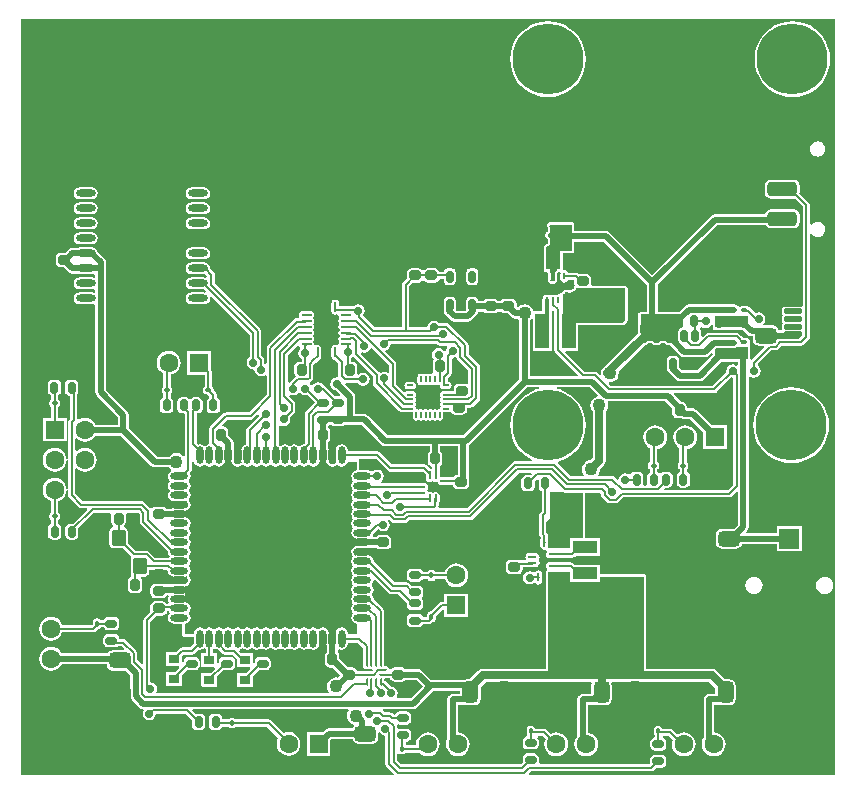
<source format=gtl>
G04*
G04 #@! TF.GenerationSoftware,Altium Limited,Altium Designer,18.1.7 (191)*
G04*
G04 Layer_Physical_Order=1*
G04 Layer_Color=255*
%FSAX44Y44*%
%MOMM*%
G71*
G01*
G75*
%ADD12C,0.2000*%
%ADD15C,0.1500*%
G04:AMPARAMS|DCode=16|XSize=0.3mm|YSize=0.5mm|CornerRadius=0.075mm|HoleSize=0mm|Usage=FLASHONLY|Rotation=0.000|XOffset=0mm|YOffset=0mm|HoleType=Round|Shape=RoundedRectangle|*
%AMROUNDEDRECTD16*
21,1,0.3000,0.3500,0,0,0.0*
21,1,0.1500,0.5000,0,0,0.0*
1,1,0.1500,0.0750,-0.1750*
1,1,0.1500,-0.0750,-0.1750*
1,1,0.1500,-0.0750,0.1750*
1,1,0.1500,0.0750,0.1750*
%
%ADD16ROUNDEDRECTD16*%
G04:AMPARAMS|DCode=17|XSize=0.95mm|YSize=0.7mm|CornerRadius=0.175mm|HoleSize=0mm|Usage=FLASHONLY|Rotation=270.000|XOffset=0mm|YOffset=0mm|HoleType=Round|Shape=RoundedRectangle|*
%AMROUNDEDRECTD17*
21,1,0.9500,0.3500,0,0,270.0*
21,1,0.6000,0.7000,0,0,270.0*
1,1,0.3500,-0.1750,-0.3000*
1,1,0.3500,-0.1750,0.3000*
1,1,0.3500,0.1750,0.3000*
1,1,0.3500,0.1750,-0.3000*
%
%ADD17ROUNDEDRECTD17*%
%ADD18O,0.8000X0.2500*%
%ADD19O,0.2500X0.8000*%
%ADD20O,1.5000X0.2500*%
%ADD21O,1.9000X0.2500*%
G04:AMPARAMS|DCode=22|XSize=1mm|YSize=0.8mm|CornerRadius=0.2mm|HoleSize=0mm|Usage=FLASHONLY|Rotation=180.000|XOffset=0mm|YOffset=0mm|HoleType=Round|Shape=RoundedRectangle|*
%AMROUNDEDRECTD22*
21,1,1.0000,0.4000,0,0,180.0*
21,1,0.6000,0.8000,0,0,180.0*
1,1,0.4000,-0.3000,0.2000*
1,1,0.4000,0.3000,0.2000*
1,1,0.4000,0.3000,-0.2000*
1,1,0.4000,-0.3000,-0.2000*
%
%ADD22ROUNDEDRECTD22*%
G04:AMPARAMS|DCode=23|XSize=0.3mm|YSize=0.5mm|CornerRadius=0.075mm|HoleSize=0mm|Usage=FLASHONLY|Rotation=270.000|XOffset=0mm|YOffset=0mm|HoleType=Round|Shape=RoundedRectangle|*
%AMROUNDEDRECTD23*
21,1,0.3000,0.3500,0,0,270.0*
21,1,0.1500,0.5000,0,0,270.0*
1,1,0.1500,-0.1750,-0.0750*
1,1,0.1500,-0.1750,0.0750*
1,1,0.1500,0.1750,0.0750*
1,1,0.1500,0.1750,-0.0750*
%
%ADD23ROUNDEDRECTD23*%
G04:AMPARAMS|DCode=24|XSize=1.8mm|YSize=1.3mm|CornerRadius=0.325mm|HoleSize=0mm|Usage=FLASHONLY|Rotation=270.000|XOffset=0mm|YOffset=0mm|HoleType=Round|Shape=RoundedRectangle|*
%AMROUNDEDRECTD24*
21,1,1.8000,0.6500,0,0,270.0*
21,1,1.1500,1.3000,0,0,270.0*
1,1,0.6500,-0.3250,-0.5750*
1,1,0.6500,-0.3250,0.5750*
1,1,0.6500,0.3250,0.5750*
1,1,0.6500,0.3250,-0.5750*
%
%ADD24ROUNDEDRECTD24*%
G04:AMPARAMS|DCode=25|XSize=0.95mm|YSize=0.7mm|CornerRadius=0.175mm|HoleSize=0mm|Usage=FLASHONLY|Rotation=180.000|XOffset=0mm|YOffset=0mm|HoleType=Round|Shape=RoundedRectangle|*
%AMROUNDEDRECTD25*
21,1,0.9500,0.3500,0,0,180.0*
21,1,0.6000,0.7000,0,0,180.0*
1,1,0.3500,-0.3000,0.1750*
1,1,0.3500,0.3000,0.1750*
1,1,0.3500,0.3000,-0.1750*
1,1,0.3500,-0.3000,-0.1750*
%
%ADD25ROUNDEDRECTD25*%
G04:AMPARAMS|DCode=26|XSize=1mm|YSize=0.8mm|CornerRadius=0.2mm|HoleSize=0mm|Usage=FLASHONLY|Rotation=90.000|XOffset=0mm|YOffset=0mm|HoleType=Round|Shape=RoundedRectangle|*
%AMROUNDEDRECTD26*
21,1,1.0000,0.4000,0,0,90.0*
21,1,0.6000,0.8000,0,0,90.0*
1,1,0.4000,0.2000,0.3000*
1,1,0.4000,0.2000,-0.3000*
1,1,0.4000,-0.2000,-0.3000*
1,1,0.4000,-0.2000,0.3000*
%
%ADD26ROUNDEDRECTD26*%
%ADD27R,2.1400X1.1000*%
G04:AMPARAMS|DCode=28|XSize=1.8mm|YSize=1.3mm|CornerRadius=0.325mm|HoleSize=0mm|Usage=FLASHONLY|Rotation=180.000|XOffset=0mm|YOffset=0mm|HoleType=Round|Shape=RoundedRectangle|*
%AMROUNDEDRECTD28*
21,1,1.8000,0.6500,0,0,180.0*
21,1,1.1500,1.3000,0,0,180.0*
1,1,0.6500,-0.5750,0.3250*
1,1,0.6500,0.5750,0.3250*
1,1,0.6500,0.5750,-0.3250*
1,1,0.6500,-0.5750,-0.3250*
%
%ADD28ROUNDEDRECTD28*%
%ADD29R,2.0500X2.5500*%
%ADD30O,0.2500X0.9000*%
%ADD31O,0.9000X0.2500*%
%ADD32O,1.6500X0.6000*%
%ADD33R,0.8700X0.2350*%
%ADD34O,0.6500X0.3000*%
G04:AMPARAMS|DCode=35|XSize=0.6mm|YSize=1mm|CornerRadius=0.15mm|HoleSize=0mm|Usage=FLASHONLY|Rotation=180.000|XOffset=0mm|YOffset=0mm|HoleType=Round|Shape=RoundedRectangle|*
%AMROUNDEDRECTD35*
21,1,0.6000,0.7000,0,0,180.0*
21,1,0.3000,1.0000,0,0,180.0*
1,1,0.3000,-0.1500,0.3500*
1,1,0.3000,0.1500,0.3500*
1,1,0.3000,0.1500,-0.3500*
1,1,0.3000,-0.1500,-0.3500*
%
%ADD35ROUNDEDRECTD35*%
%ADD36R,1.1900X2.9900*%
%ADD37R,1.2000X0.6000*%
%ADD38O,0.2500X0.6500*%
G04:AMPARAMS|DCode=39|XSize=0.2mm|YSize=0.6mm|CornerRadius=0.05mm|HoleSize=0mm|Usage=FLASHONLY|Rotation=180.000|XOffset=0mm|YOffset=0mm|HoleType=Round|Shape=RoundedRectangle|*
%AMROUNDEDRECTD39*
21,1,0.2000,0.5000,0,0,180.0*
21,1,0.1000,0.6000,0,0,180.0*
1,1,0.1000,-0.0500,0.2500*
1,1,0.1000,0.0500,0.2500*
1,1,0.1000,0.0500,-0.2500*
1,1,0.1000,-0.0500,-0.2500*
%
%ADD39ROUNDEDRECTD39*%
G04:AMPARAMS|DCode=40|XSize=0.2mm|YSize=0.6mm|CornerRadius=0.05mm|HoleSize=0mm|Usage=FLASHONLY|Rotation=270.000|XOffset=0mm|YOffset=0mm|HoleType=Round|Shape=RoundedRectangle|*
%AMROUNDEDRECTD40*
21,1,0.2000,0.5000,0,0,270.0*
21,1,0.1000,0.6000,0,0,270.0*
1,1,0.1000,-0.2500,-0.0500*
1,1,0.1000,-0.2500,0.0500*
1,1,0.1000,0.2500,0.0500*
1,1,0.1000,0.2500,-0.0500*
%
%ADD40ROUNDEDRECTD40*%
%ADD41O,0.2000X0.6000*%
%ADD42O,0.6000X0.2000*%
%ADD43R,1.5400X1.7000*%
%ADD44O,0.7500X0.2500*%
%ADD45O,0.2500X0.7500*%
%ADD46O,1.5000X0.6000*%
%ADD47O,0.6000X1.5000*%
G04:AMPARAMS|DCode=48|XSize=1.4mm|YSize=1.15mm|CornerRadius=0.1725mm|HoleSize=0mm|Usage=FLASHONLY|Rotation=270.000|XOffset=0mm|YOffset=0mm|HoleType=Round|Shape=RoundedRectangle|*
%AMROUNDEDRECTD48*
21,1,1.4000,0.8050,0,0,270.0*
21,1,1.0550,1.1500,0,0,270.0*
1,1,0.3450,-0.4025,-0.5275*
1,1,0.3450,-0.4025,0.5275*
1,1,0.3450,0.4025,0.5275*
1,1,0.3450,0.4025,-0.5275*
%
%ADD48ROUNDEDRECTD48*%
%ADD49R,0.9500X0.8000*%
G04:AMPARAMS|DCode=50|XSize=1.2mm|YSize=2.5mm|CornerRadius=0.3mm|HoleSize=0mm|Usage=FLASHONLY|Rotation=90.000|XOffset=0mm|YOffset=0mm|HoleType=Round|Shape=RoundedRectangle|*
%AMROUNDEDRECTD50*
21,1,1.2000,1.9000,0,0,90.0*
21,1,0.6000,2.5000,0,0,90.0*
1,1,0.6000,0.9500,0.3000*
1,1,0.6000,0.9500,-0.3000*
1,1,0.6000,-0.9500,-0.3000*
1,1,0.6000,-0.9500,0.3000*
%
%ADD50ROUNDEDRECTD50*%
G04:AMPARAMS|DCode=51|XSize=2.2mm|YSize=1.3mm|CornerRadius=0.325mm|HoleSize=0mm|Usage=FLASHONLY|Rotation=270.000|XOffset=0mm|YOffset=0mm|HoleType=Round|Shape=RoundedRectangle|*
%AMROUNDEDRECTD51*
21,1,2.2000,0.6500,0,0,270.0*
21,1,1.5500,1.3000,0,0,270.0*
1,1,0.6500,-0.3250,-0.7750*
1,1,0.6500,-0.3250,0.7750*
1,1,0.6500,0.3250,0.7750*
1,1,0.6500,0.3250,-0.7750*
%
%ADD51ROUNDEDRECTD51*%
G04:AMPARAMS|DCode=52|XSize=0.45mm|YSize=1.5mm|CornerRadius=0.1125mm|HoleSize=0mm|Usage=FLASHONLY|Rotation=270.000|XOffset=0mm|YOffset=0mm|HoleType=Round|Shape=RoundedRectangle|*
%AMROUNDEDRECTD52*
21,1,0.4500,1.2750,0,0,270.0*
21,1,0.2250,1.5000,0,0,270.0*
1,1,0.2250,-0.6375,-0.1125*
1,1,0.2250,-0.6375,0.1125*
1,1,0.2250,0.6375,0.1125*
1,1,0.2250,0.6375,-0.1125*
%
%ADD52ROUNDEDRECTD52*%
%ADD90C,1.7000*%
%ADD92R,1.7000X1.7000*%
%ADD94C,1.6000*%
%ADD100C,0.5000*%
%ADD101C,0.7000*%
%ADD102C,0.3000*%
%ADD103C,0.3500*%
%ADD104R,1.8000X0.9500*%
%ADD105R,1.6000X1.6000*%
%ADD106R,1.6000X1.6000*%
%ADD107C,6.0000*%
%ADD108C,1.5000*%
%ADD109C,0.7000*%
%ADD110C,1.1000*%
%ADD111C,0.5000*%
G36*
X00694941Y00005059D02*
X00435701D01*
X00435215Y00006232D01*
X00437174Y00008191D01*
X00539250D01*
X00539250Y00008191D01*
X00540420Y00008424D01*
X00541413Y00009087D01*
X00543502Y00011177D01*
X00548000D01*
X00549463Y00011468D01*
X00550704Y00012296D01*
X00551532Y00013537D01*
X00551824Y00015000D01*
Y00018500D01*
X00551532Y00019963D01*
X00550704Y00021204D01*
X00549463Y00022032D01*
X00548000Y00022324D01*
X00542000D01*
X00540537Y00022032D01*
X00539296Y00021204D01*
X00538468Y00019963D01*
X00538176Y00018500D01*
Y00015000D01*
X00537033Y00014309D01*
X00444782D01*
X00443740Y00015579D01*
X00443823Y00016000D01*
Y00019500D01*
X00443532Y00020963D01*
X00442704Y00022204D01*
X00441463Y00023032D01*
X00440000Y00023323D01*
X00434000D01*
X00432537Y00023032D01*
X00431296Y00022204D01*
X00430468Y00020963D01*
X00430177Y00019500D01*
Y00016000D01*
X00430259Y00015585D01*
X00428733Y00014059D01*
X00327464D01*
X00324059Y00017464D01*
Y00022790D01*
X00324982Y00023155D01*
X00325329Y00023226D01*
X00326177Y00022660D01*
X00327250Y00022446D01*
X00328750D01*
X00329823Y00022660D01*
X00330733Y00023267D01*
X00331183Y00023941D01*
X00342812D01*
X00342868Y00023868D01*
X00344957Y00022265D01*
X00347389Y00021257D01*
X00350000Y00020914D01*
X00352611Y00021257D01*
X00355043Y00022265D01*
X00357132Y00023868D01*
X00358735Y00025957D01*
X00359743Y00028389D01*
X00360086Y00031000D01*
X00359743Y00033610D01*
X00358735Y00036043D01*
X00357132Y00038132D01*
X00355043Y00039735D01*
X00352611Y00040743D01*
X00350000Y00041086D01*
X00347389Y00040743D01*
X00344957Y00039735D01*
X00342868Y00038132D01*
X00341265Y00036043D01*
X00340257Y00033610D01*
X00339914Y00031000D01*
X00339088Y00030059D01*
X00331183D01*
X00331059Y00030245D01*
Y00033177D01*
X00332000D01*
X00333463Y00033468D01*
X00334704Y00034296D01*
X00335532Y00035537D01*
X00335824Y00037000D01*
Y00040500D01*
X00335532Y00041963D01*
X00334704Y00043204D01*
X00333463Y00044032D01*
X00332000Y00044324D01*
X00326000D01*
X00325329Y00044190D01*
X00324059Y00045124D01*
Y00046192D01*
X00324059Y00046192D01*
X00323919Y00046894D01*
X00324048Y00047118D01*
X00324821Y00047845D01*
X00324917Y00047892D01*
X00326000Y00047677D01*
X00332000D01*
X00333463Y00047968D01*
X00334704Y00048796D01*
X00335532Y00050037D01*
X00335824Y00051500D01*
Y00055000D01*
X00335532Y00056463D01*
X00334704Y00057704D01*
X00333463Y00058532D01*
X00332000Y00058823D01*
X00326000D01*
X00324537Y00058532D01*
X00323296Y00057704D01*
X00322468Y00056463D01*
X00322387Y00056059D01*
X00321116D01*
X00320012Y00057163D01*
X00319020Y00057826D01*
X00317849Y00058059D01*
X00317849Y00058059D01*
X00313459D01*
X00311876Y00059642D01*
X00311878Y00059732D01*
X00312272Y00060912D01*
X00337500D01*
X00339256Y00061261D01*
X00340744Y00062256D01*
X00354901Y00076412D01*
X00377397D01*
Y00073588D01*
X00371000D01*
X00369244Y00073239D01*
X00367756Y00072244D01*
X00367532Y00071909D01*
X00367267Y00071733D01*
X00366660Y00070823D01*
X00366446Y00069750D01*
Y00069172D01*
X00366412Y00069000D01*
Y00036000D01*
X00366488Y00035616D01*
X00365657Y00033610D01*
X00365314Y00031000D01*
X00365657Y00028389D01*
X00366665Y00025957D01*
X00368268Y00023868D01*
X00370357Y00022265D01*
X00372789Y00021257D01*
X00375400Y00020914D01*
X00378010Y00021257D01*
X00380443Y00022265D01*
X00382532Y00023868D01*
X00384135Y00025957D01*
X00385143Y00028389D01*
X00385486Y00031000D01*
X00385143Y00033610D01*
X00384135Y00036043D01*
X00382532Y00038132D01*
X00380443Y00039735D01*
X00378010Y00040743D01*
X00375588Y00041062D01*
Y00064412D01*
X00380541D01*
X00380701Y00064305D01*
X00382750Y00063897D01*
X00389250D01*
X00391298Y00064305D01*
X00393035Y00065465D01*
X00394195Y00067202D01*
X00394603Y00069250D01*
Y00079672D01*
X00398823Y00083892D01*
X00488220D01*
X00488457Y00083448D01*
X00488770Y00082622D01*
X00488397Y00080750D01*
Y00073588D01*
X00481000D01*
X00479244Y00073239D01*
X00477756Y00072244D01*
X00477532Y00071909D01*
X00477267Y00071733D01*
X00476660Y00070823D01*
X00476446Y00069750D01*
Y00069172D01*
X00476412Y00069000D01*
Y00037538D01*
X00475265Y00036043D01*
X00474257Y00033610D01*
X00473914Y00031000D01*
X00474257Y00028389D01*
X00475265Y00025957D01*
X00476868Y00023868D01*
X00478957Y00022265D01*
X00481390Y00021257D01*
X00484000Y00020914D01*
X00486610Y00021257D01*
X00489043Y00022265D01*
X00491132Y00023868D01*
X00492735Y00025957D01*
X00493743Y00028389D01*
X00494086Y00031000D01*
X00493743Y00033610D01*
X00492735Y00036043D01*
X00491132Y00038132D01*
X00489043Y00039735D01*
X00486610Y00040743D01*
X00485588Y00040877D01*
Y00064412D01*
X00491000D01*
X00491417Y00064495D01*
X00491702Y00064305D01*
X00493750Y00063897D01*
X00500250D01*
X00502298Y00064305D01*
X00504035Y00065465D01*
X00505195Y00067202D01*
X00505603Y00069250D01*
Y00080750D01*
X00505230Y00082622D01*
X00505542Y00083448D01*
X00505780Y00083892D01*
X00588177D01*
X00593397Y00078672D01*
Y00073588D01*
X00588000D01*
X00586244Y00073239D01*
X00584756Y00072244D01*
X00584532Y00071909D01*
X00584267Y00071733D01*
X00583660Y00070823D01*
X00583446Y00069750D01*
Y00069172D01*
X00583412Y00069000D01*
Y00036234D01*
X00583265Y00036043D01*
X00582257Y00033610D01*
X00581914Y00031000D01*
X00582257Y00028389D01*
X00583265Y00025957D01*
X00584868Y00023868D01*
X00586957Y00022265D01*
X00589389Y00021257D01*
X00592000Y00020914D01*
X00594610Y00021257D01*
X00597043Y00022265D01*
X00599132Y00023868D01*
X00600735Y00025957D01*
X00601743Y00028389D01*
X00602086Y00031000D01*
X00601743Y00033610D01*
X00600735Y00036043D01*
X00599132Y00038132D01*
X00597043Y00039735D01*
X00594610Y00040743D01*
X00592588Y00041009D01*
Y00064412D01*
X00596000D01*
X00596417Y00064495D01*
X00596702Y00064305D01*
X00598750Y00063897D01*
X00605250D01*
X00607299Y00064305D01*
X00609035Y00065465D01*
X00610195Y00067202D01*
X00610603Y00069250D01*
Y00080750D01*
X00610195Y00082798D01*
X00609035Y00084535D01*
X00607299Y00085695D01*
X00605250Y00086103D01*
X00601828D01*
X00594465Y00093465D01*
X00592646Y00094681D01*
X00590500Y00095108D01*
X00535039D01*
Y00173000D01*
X00534884Y00173780D01*
X00534442Y00174442D01*
X00533780Y00174884D01*
X00533000Y00175039D01*
X00495700D01*
Y00183200D01*
X00474126D01*
X00473165Y00184161D01*
X00472173Y00184824D01*
X00471002Y00185057D01*
X00471002Y00185057D01*
X00466775D01*
X00466768Y00185061D01*
X00465500Y00185314D01*
X00453000D01*
X00451732Y00185061D01*
X00450657Y00184343D01*
X00449939Y00183268D01*
X00449686Y00182000D01*
X00449939Y00180732D01*
X00450482Y00179919D01*
X00450558Y00178442D01*
X00450116Y00177780D01*
X00449961Y00177000D01*
Y00095108D01*
X00396500D01*
X00394354Y00094681D01*
X00392535Y00093465D01*
X00385172Y00086103D01*
X00382750D01*
X00380701Y00085695D01*
X00380541Y00085588D01*
X00352901D01*
X00345244Y00093244D01*
X00343756Y00094239D01*
X00342000Y00094588D01*
X00331081D01*
X00330884Y00094884D01*
X00329561Y00095768D01*
X00328000Y00096078D01*
X00322000D01*
X00320439Y00095768D01*
X00319116Y00094884D01*
X00318982Y00094683D01*
X00317255Y00094358D01*
X00317049Y00094500D01*
X00316855Y00095475D01*
X00316302Y00096302D01*
X00315475Y00096855D01*
X00314500Y00097049D01*
X00313419D01*
X00313049Y00097500D01*
Y00100950D01*
X00313059Y00101000D01*
Y00143485D01*
X00313059Y00143485D01*
X00312826Y00144656D01*
X00312163Y00145648D01*
X00312163Y00145648D01*
X00304050Y00153761D01*
X00304098Y00154000D01*
X00303710Y00155951D01*
X00302945Y00157095D01*
X00302708Y00158000D01*
X00302945Y00158905D01*
X00303710Y00160049D01*
X00304098Y00162000D01*
X00303710Y00163951D01*
X00302945Y00165095D01*
X00302708Y00166000D01*
X00302945Y00166905D01*
X00303710Y00168049D01*
X00304033Y00169674D01*
X00305243Y00170260D01*
X00316665Y00158837D01*
X00317658Y00158174D01*
X00318828Y00157941D01*
X00318829Y00157941D01*
X00324733D01*
X00332177Y00150498D01*
Y00148500D01*
X00332468Y00147037D01*
X00333296Y00145796D01*
X00334537Y00144968D01*
X00336000Y00144677D01*
X00342000D01*
X00343463Y00144968D01*
X00344704Y00145796D01*
X00345532Y00147037D01*
X00345823Y00148500D01*
Y00152000D01*
X00345532Y00153463D01*
X00345060Y00154171D01*
X00344704Y00155296D01*
X00345532Y00156537D01*
X00345824Y00158000D01*
Y00161500D01*
X00345532Y00162963D01*
X00344704Y00164204D01*
X00343463Y00165032D01*
X00342000Y00165323D01*
X00336002D01*
X00334163Y00167163D01*
X00333171Y00167826D01*
X00332000Y00168059D01*
X00332000Y00168059D01*
X00321752D01*
X00304050Y00185761D01*
X00304098Y00186000D01*
X00303710Y00187951D01*
X00302605Y00189605D01*
X00300951Y00190710D01*
X00299000Y00191098D01*
X00290000D01*
X00288206Y00190741D01*
X00288027Y00191421D01*
X00287880Y00191725D01*
X00287750Y00192038D01*
X00287211Y00192845D01*
X00286981Y00194000D01*
X00287211Y00195155D01*
X00287865Y00196135D01*
X00288845Y00196789D01*
X00289706Y00196960D01*
X00290000Y00196902D01*
X00299000D01*
X00300951Y00197290D01*
X00301133Y00197412D01*
X00305919D01*
X00306116Y00197116D01*
X00307439Y00196232D01*
X00309000Y00195922D01*
X00315000D01*
X00316561Y00196232D01*
X00317884Y00197116D01*
X00318768Y00198439D01*
X00319078Y00200000D01*
Y00204000D01*
X00318768Y00205561D01*
X00317884Y00206884D01*
X00316561Y00207768D01*
X00315000Y00208078D01*
X00309000D01*
X00307439Y00207768D01*
X00306116Y00206884D01*
X00305919Y00206588D01*
X00304081D01*
X00303482Y00207708D01*
X00303710Y00208049D01*
X00304041Y00209716D01*
X00307421Y00213095D01*
X00308035Y00213035D01*
X00309854Y00211819D01*
X00312000Y00211392D01*
X00314146Y00211819D01*
X00315965Y00213035D01*
X00317181Y00214854D01*
X00317608Y00217000D01*
X00317181Y00219146D01*
X00316471Y00220208D01*
X00317030Y00221657D01*
X00317140Y00221685D01*
X00319488Y00219337D01*
X00319488Y00219337D01*
X00320480Y00218674D01*
X00321651Y00218441D01*
X00330349D01*
X00330349Y00218441D01*
X00331520Y00218674D01*
X00332512Y00219337D01*
X00334116Y00220941D01*
X00386000D01*
X00386000Y00220941D01*
X00387170Y00221174D01*
X00388163Y00221837D01*
X00427017Y00260691D01*
X00437456D01*
X00437916Y00259581D01*
X00437096Y00258705D01*
X00436500Y00258824D01*
X00433000D01*
X00431537Y00258532D01*
X00430296Y00257704D01*
X00429468Y00256463D01*
X00429177Y00255000D01*
Y00249000D01*
X00429468Y00247537D01*
X00430296Y00246296D01*
X00431537Y00245468D01*
X00433000Y00245177D01*
X00436500D01*
X00437963Y00245468D01*
X00439204Y00246296D01*
X00440032Y00247537D01*
X00440323Y00249000D01*
Y00253248D01*
X00442458Y00255382D01*
X00443212Y00255146D01*
X00443677Y00254805D01*
Y00249000D01*
X00443968Y00247537D01*
X00444796Y00246296D01*
X00446037Y00245468D01*
X00446191Y00245437D01*
Y00228267D01*
X00444837Y00226913D01*
X00444174Y00225921D01*
X00443941Y00224750D01*
X00443941Y00224750D01*
Y00221071D01*
X00443941Y00221071D01*
X00443976Y00220894D01*
X00443941Y00220718D01*
Y00209000D01*
X00443941Y00209000D01*
X00444174Y00207829D01*
X00444837Y00206837D01*
X00445343Y00206331D01*
Y00205289D01*
X00445186Y00204500D01*
Y00199000D01*
X00445439Y00197732D01*
X00446157Y00196657D01*
X00447232Y00195939D01*
X00448500Y00195686D01*
X00449405Y00195867D01*
X00450531Y00195037D01*
X00450482Y00194081D01*
X00449939Y00193268D01*
X00449686Y00192000D01*
X00449939Y00190732D01*
X00450657Y00189657D01*
X00451732Y00188939D01*
X00453000Y00188686D01*
X00465500D01*
X00466768Y00188939D01*
X00466769Y00188939D01*
X00471998D01*
X00471998Y00188939D01*
X00473168Y00189172D01*
X00474161Y00189835D01*
X00475126Y00190800D01*
X00495700D01*
Y00205800D01*
X00483039D01*
X00483039Y00243941D01*
X00495733D01*
X00496441Y00243233D01*
Y00242308D01*
X00496441Y00242308D01*
X00496674Y00241137D01*
X00497337Y00240145D01*
X00501645Y00235837D01*
X00502637Y00235174D01*
X00503808Y00234941D01*
X00503808Y00234941D01*
X00509000D01*
X00509000Y00234941D01*
X00510171Y00235174D01*
X00511163Y00235837D01*
X00515267Y00239941D01*
X00605000D01*
X00605000Y00239941D01*
X00606171Y00240174D01*
X00607163Y00240837D01*
X00611239Y00244913D01*
X00612412Y00244427D01*
Y00216901D01*
X00609114Y00213603D01*
X00599250D01*
X00597202Y00213195D01*
X00595465Y00212035D01*
X00594305Y00210298D01*
X00593897Y00208250D01*
Y00201750D01*
X00594305Y00199702D01*
X00595465Y00197965D01*
X00597202Y00196805D01*
X00599250Y00196397D01*
X00610750D01*
X00612798Y00196805D01*
X00614535Y00197965D01*
X00615695Y00199702D01*
X00615837Y00200412D01*
X00645500D01*
Y00194500D01*
X00666500D01*
Y00215500D01*
X00645500D01*
Y00209588D01*
X00619736D01*
X00619250Y00210762D01*
X00620244Y00211756D01*
X00621239Y00213244D01*
X00621588Y00215000D01*
Y00341806D01*
X00622858Y00342485D01*
X00623854Y00341819D01*
X00626000Y00341392D01*
X00628146Y00341819D01*
X00629965Y00343035D01*
X00631181Y00344854D01*
X00631608Y00347000D01*
X00631181Y00349146D01*
X00629965Y00350965D01*
X00629159Y00351504D01*
X00629087Y00352762D01*
X00640767Y00364441D01*
X00644339D01*
X00644339Y00364441D01*
X00645509Y00364674D01*
X00646502Y00365337D01*
X00649606Y00368441D01*
X00665831D01*
X00665832Y00368441D01*
X00667002Y00368674D01*
X00667994Y00369337D01*
X00672663Y00374006D01*
X00672663Y00374006D01*
X00673326Y00374998D01*
X00673559Y00376169D01*
Y00462631D01*
X00674829Y00463062D01*
X00675364Y00462364D01*
X00676722Y00461322D01*
X00678303Y00460667D01*
X00680000Y00460444D01*
X00681697Y00460667D01*
X00683278Y00461322D01*
X00684636Y00462364D01*
X00685678Y00463722D01*
X00686333Y00465303D01*
X00686556Y00467000D01*
X00686333Y00468697D01*
X00685678Y00470278D01*
X00684636Y00471636D01*
X00683278Y00472678D01*
X00681697Y00473333D01*
X00680000Y00473556D01*
X00678303Y00473333D01*
X00676722Y00472678D01*
X00675364Y00471636D01*
X00674829Y00470938D01*
X00673559Y00471369D01*
Y00487500D01*
X00673326Y00488671D01*
X00672663Y00489663D01*
X00664553Y00497773D01*
X00664598Y00498000D01*
Y00504000D01*
X00664210Y00505951D01*
X00663105Y00507605D01*
X00661451Y00508710D01*
X00659500Y00509098D01*
X00640500D01*
X00638549Y00508710D01*
X00636895Y00507605D01*
X00635790Y00505951D01*
X00635402Y00504000D01*
Y00498000D01*
X00635790Y00496049D01*
X00636895Y00494395D01*
X00638549Y00493290D01*
X00640500Y00492902D01*
X00659500D01*
X00660561Y00493113D01*
X00667441Y00486233D01*
Y00402409D01*
X00666171Y00401650D01*
X00665371Y00401809D01*
X00652621D01*
X00651402Y00401567D01*
X00650368Y00400876D01*
X00649677Y00399842D01*
X00649435Y00398623D01*
Y00396373D01*
X00649677Y00395154D01*
X00650282Y00394248D01*
X00649677Y00393342D01*
X00649435Y00392123D01*
Y00389873D01*
X00649677Y00388654D01*
X00650282Y00387748D01*
X00649677Y00386842D01*
X00649435Y00385623D01*
Y00383373D01*
X00649537Y00382858D01*
X00648644Y00381588D01*
X00646837D01*
X00646695Y00382299D01*
X00645535Y00384035D01*
X00643798Y00385195D01*
X00641750Y00385603D01*
X00634108D01*
X00633723Y00386873D01*
X00633965Y00387035D01*
X00635181Y00388854D01*
X00635608Y00391000D01*
X00635181Y00393146D01*
X00633965Y00394965D01*
X00632146Y00396181D01*
X00630000Y00396608D01*
X00627854Y00396181D01*
X00627429Y00395897D01*
X00623163Y00400163D01*
X00622170Y00400826D01*
X00622153Y00400829D01*
X00622023Y00401023D01*
X00620866Y00401797D01*
X00619500Y00402069D01*
X00616000D01*
X00614634Y00401797D01*
X00614120Y00401453D01*
X00612850Y00401675D01*
X00612244Y00402244D01*
X00610756Y00403239D01*
X00609000Y00403588D01*
X00570750D01*
X00568994Y00403239D01*
X00567506Y00402244D01*
X00562301Y00397039D01*
X00544588D01*
Y00420099D01*
X00594901Y00470412D01*
X00636216D01*
X00636895Y00469395D01*
X00638549Y00468290D01*
X00640500Y00467902D01*
X00659500D01*
X00661451Y00468290D01*
X00663105Y00469395D01*
X00664210Y00471049D01*
X00664598Y00473000D01*
Y00479000D01*
X00664210Y00480951D01*
X00663105Y00482605D01*
X00661451Y00483710D01*
X00659500Y00484098D01*
X00640500D01*
X00638549Y00483710D01*
X00636895Y00482605D01*
X00635790Y00480951D01*
X00635519Y00479588D01*
X00593000D01*
X00591244Y00479239D01*
X00589756Y00478244D01*
X00540000Y00428489D01*
X00504244Y00464244D01*
X00502756Y00465239D01*
X00501000Y00465588D01*
X00474039D01*
Y00471000D01*
X00473884Y00471780D01*
X00473442Y00472442D01*
X00472780Y00472884D01*
X00472000Y00473039D01*
X00453470Y00473039D01*
X00453176Y00472981D01*
X00452878Y00472951D01*
X00452788Y00472904D01*
X00452689Y00472884D01*
X00452440Y00472718D01*
X00452176Y00472576D01*
X00452112Y00472498D01*
X00452028Y00472442D01*
X00451861Y00472193D01*
X00451671Y00471961D01*
X00450992Y00470691D01*
X00450905Y00470405D01*
X00450791Y00470128D01*
Y00470027D01*
X00450761Y00469930D01*
X00450791Y00469632D01*
Y00469332D01*
X00450829Y00469239D01*
X00450839Y00469138D01*
X00450980Y00468874D01*
X00451095Y00468597D01*
X00451260Y00468350D01*
X00451529Y00467000D01*
X00451260Y00465650D01*
X00450495Y00464505D01*
X00450234Y00464331D01*
X00450092Y00464189D01*
X00449925Y00464077D01*
X00449813Y00463910D01*
X00449672Y00463768D01*
X00449595Y00463582D01*
X00449483Y00463415D01*
X00449444Y00463218D01*
X00449367Y00463033D01*
Y00462832D01*
X00449328Y00462635D01*
Y00461365D01*
X00449367Y00461168D01*
Y00460967D01*
X00449444Y00460782D01*
X00449483Y00460585D01*
X00449595Y00460418D01*
X00449672Y00460232D01*
X00449813Y00460090D01*
X00449925Y00459923D01*
X00450092Y00459811D01*
X00450234Y00459669D01*
X00450495Y00459495D01*
X00451260Y00458350D01*
X00451529Y00457000D01*
X00451260Y00455650D01*
X00450495Y00454505D01*
X00449265Y00453683D01*
X00449220Y00453674D01*
X00449053Y00453562D01*
X00448867Y00453485D01*
X00448725Y00453344D01*
X00448558Y00453232D01*
X00448446Y00453065D01*
X00448304Y00452923D01*
X00448228Y00452737D01*
X00448116Y00452570D01*
X00448077Y00452373D01*
X00448000Y00452188D01*
X00448000Y00451987D01*
X00447961Y00451790D01*
Y00449000D01*
Y00433000D01*
X00448116Y00432220D01*
X00448558Y00431558D01*
X00449220Y00431116D01*
X00450000Y00430961D01*
X00451000D01*
Y00430960D01*
X00451077Y00430775D01*
X00451116Y00430578D01*
X00451228Y00430411D01*
X00451304Y00430225D01*
X00451640Y00429722D01*
X00451774Y00429049D01*
Y00425451D01*
X00451619Y00424668D01*
Y00424357D01*
X00451592Y00424047D01*
X00451619Y00423962D01*
Y00423872D01*
X00451738Y00423585D01*
X00451831Y00423288D01*
X00452340Y00422362D01*
X00452487Y00422188D01*
X00452602Y00421991D01*
X00452907Y00421646D01*
X00452957Y00421609D01*
X00452991Y00421558D01*
X00453272Y00421370D01*
X00453541Y00421166D01*
X00453601Y00421150D01*
X00453652Y00421116D01*
X00453984Y00421050D01*
X00454311Y00420964D01*
X00454372Y00420973D01*
X00454433Y00420961D01*
X00456683D01*
X00456966Y00421017D01*
X00457253Y00421042D01*
X00457353Y00421094D01*
X00457464Y00421116D01*
X00457703Y00421276D01*
X00457959Y00421409D01*
X00458031Y00421495D01*
X00458125Y00421558D01*
X00458285Y00421798D01*
X00458471Y00422018D01*
X00459168Y00423288D01*
X00459262Y00423585D01*
X00459381Y00423872D01*
Y00423962D01*
X00459408Y00424047D01*
X00459381Y00424357D01*
Y00424668D01*
X00459225Y00425451D01*
Y00429049D01*
X00459359Y00429722D01*
X00459627Y00430123D01*
X00460133Y00430461D01*
X00460223Y00430551D01*
X00460803Y00430663D01*
X00461438Y00430574D01*
X00462242Y00429529D01*
X00462186Y00429250D01*
Y00425250D01*
X00462439Y00423982D01*
X00463157Y00422907D01*
X00464232Y00422189D01*
X00465500Y00421936D01*
X00466768Y00422189D01*
X00467843Y00422907D01*
X00468561Y00423982D01*
X00468603Y00424191D01*
X00473922D01*
Y00421000D01*
X00474232Y00419439D01*
X00473768Y00418442D01*
X00473656Y00418275D01*
X00473514Y00418133D01*
X00473437Y00417947D01*
X00473326Y00417780D01*
X00473317Y00417735D01*
X00472495Y00416505D01*
X00471350Y00415740D01*
X00470000Y00415471D01*
X00468650Y00415740D01*
X00468403Y00415905D01*
X00468126Y00416020D01*
X00467862Y00416161D01*
X00467761Y00416171D01*
X00467668Y00416209D01*
X00467368D01*
X00467070Y00416239D01*
X00466973Y00416209D01*
X00466872D01*
X00466595Y00416095D01*
X00466309Y00416008D01*
X00465039Y00415329D01*
X00464807Y00415139D01*
X00464558Y00414972D01*
X00464502Y00414888D01*
X00464424Y00414824D01*
X00464282Y00414560D01*
X00464116Y00414311D01*
X00464096Y00414212D01*
X00464049Y00414123D01*
X00464040Y00414039D01*
X00464000D01*
X00463220Y00413884D01*
X00462558Y00413442D01*
X00462116Y00412780D01*
X00460781Y00412022D01*
X00460701Y00412024D01*
X00460500Y00412064D01*
X00459232Y00411811D01*
X00458996Y00411654D01*
X00458000Y00411170D01*
X00457004Y00411654D01*
X00456768Y00411811D01*
X00455500Y00412064D01*
X00454232Y00411811D01*
X00453996Y00411654D01*
X00453000Y00411170D01*
X00452004Y00411654D01*
X00451768Y00411811D01*
X00450500Y00412064D01*
X00449232Y00411811D01*
X00448157Y00411093D01*
X00447439Y00410018D01*
X00447186Y00408750D01*
Y00408541D01*
X00446968Y00408213D01*
X00446676Y00406750D01*
Y00397950D01*
X00439308D01*
X00439307Y00397958D01*
X00438551Y00399782D01*
X00437349Y00401349D01*
X00435782Y00402551D01*
X00433958Y00403307D01*
X00432000Y00403565D01*
X00430042Y00403307D01*
X00428218Y00402551D01*
X00426651Y00401349D01*
X00425089Y00401400D01*
X00425078Y00401410D01*
Y00404000D01*
X00424768Y00405561D01*
X00423884Y00406884D01*
X00422561Y00407768D01*
X00421000Y00408078D01*
X00415000D01*
X00413439Y00407768D01*
X00412116Y00406884D01*
X00411919Y00406588D01*
X00409081D01*
X00408884Y00406884D01*
X00407561Y00407768D01*
X00406000Y00408078D01*
X00400000D01*
X00398439Y00407768D01*
X00397116Y00406884D01*
X00396919Y00406588D01*
X00392551D01*
X00392297Y00407866D01*
X00391523Y00409023D01*
X00390366Y00409797D01*
X00389000Y00410069D01*
X00386000D01*
X00384634Y00409797D01*
X00383477Y00409023D01*
X00382703Y00407866D01*
X00382431Y00406500D01*
Y00402598D01*
X00382412Y00402500D01*
Y00402000D01*
X00382431Y00401902D01*
Y00399500D01*
X00382528Y00399016D01*
X00381600Y00398088D01*
X00374400D01*
X00373472Y00399016D01*
X00373568Y00399500D01*
Y00406500D01*
X00373297Y00407866D01*
X00372523Y00409023D01*
X00371366Y00409797D01*
X00370000Y00410069D01*
X00367000D01*
X00365634Y00409797D01*
X00364477Y00409023D01*
X00363703Y00407866D01*
X00363431Y00406500D01*
Y00400098D01*
X00363412Y00400000D01*
Y00398000D01*
X00363761Y00396244D01*
X00364756Y00394756D01*
X00369256Y00390256D01*
X00370744Y00389261D01*
X00372500Y00388912D01*
X00383500D01*
X00385256Y00389261D01*
X00386744Y00390256D01*
X00391244Y00394756D01*
X00392239Y00396244D01*
X00392471Y00397412D01*
X00396919D01*
X00397116Y00397116D01*
X00398439Y00396232D01*
X00400000Y00395922D01*
X00406000D01*
X00407561Y00396232D01*
X00408884Y00397116D01*
X00409081Y00397412D01*
X00411919D01*
X00412116Y00397116D01*
X00413439Y00396232D01*
X00415000Y00395922D01*
X00417590D01*
X00420756Y00392756D01*
X00422244Y00391761D01*
X00424000Y00391412D01*
X00426067D01*
X00426651Y00390651D01*
X00427412Y00390067D01*
Y00339901D01*
X00380099Y00292588D01*
X00315900D01*
X00299244Y00309244D01*
X00297756Y00310239D01*
X00296000Y00310588D01*
X00288588D01*
Y00325000D01*
X00288239Y00326756D01*
X00287244Y00328244D01*
X00279774Y00335714D01*
X00279792Y00335856D01*
X00280343Y00336941D01*
X00290429D01*
X00291035Y00336035D01*
X00292854Y00334819D01*
X00295000Y00334392D01*
X00297146Y00334819D01*
X00298965Y00336035D01*
X00300181Y00337854D01*
X00300608Y00340000D01*
X00300181Y00342146D01*
X00298965Y00343965D01*
X00297146Y00345181D01*
X00295000Y00345608D01*
X00292854Y00345181D01*
X00291188Y00344067D01*
X00290607Y00344273D01*
X00290018Y00344697D01*
X00290078Y00345000D01*
Y00351000D01*
X00289768Y00352561D01*
X00288884Y00353884D01*
X00287561Y00354768D01*
X00286000Y00355078D01*
X00285059D01*
Y00358429D01*
X00285528Y00358743D01*
X00286303Y00358937D01*
X00287244Y00358663D01*
X00303441Y00342466D01*
Y00336530D01*
X00303441Y00336530D01*
X00303674Y00335359D01*
X00304337Y00334367D01*
X00325867Y00312837D01*
X00325867Y00312837D01*
X00326859Y00312174D01*
X00328030Y00311941D01*
X00334657D01*
X00334657Y00311941D01*
X00334657Y00311941D01*
X00336941D01*
Y00308000D01*
X00337174Y00306829D01*
X00337837Y00305837D01*
X00338829Y00305174D01*
X00340000Y00304941D01*
X00341171Y00305174D01*
X00342000Y00305728D01*
X00342830Y00305174D01*
X00344000Y00304941D01*
X00345171Y00305174D01*
X00346000Y00305728D01*
X00346829Y00305174D01*
X00348000Y00304941D01*
X00349170Y00305174D01*
X00350000Y00305728D01*
X00350830Y00305174D01*
X00352000Y00304941D01*
X00353171Y00305174D01*
X00354000Y00305728D01*
X00354829Y00305174D01*
X00356000Y00304941D01*
X00357171Y00305174D01*
X00358000Y00305728D01*
X00358829Y00305174D01*
X00360000Y00304941D01*
X00361171Y00305174D01*
X00362163Y00305837D01*
X00362826Y00306829D01*
X00363059Y00308000D01*
Y00311941D01*
X00367000D01*
X00368171Y00312174D01*
X00368172Y00312175D01*
X00368187Y00312185D01*
X00369232Y00312439D01*
X00370116Y00311116D01*
X00371439Y00310232D01*
X00373000Y00309922D01*
X00379000D01*
X00380561Y00310232D01*
X00381884Y00311116D01*
X00382768Y00312439D01*
X00383078Y00314000D01*
Y00315941D01*
X00386000D01*
X00386000Y00315941D01*
X00387170Y00316174D01*
X00388163Y00316837D01*
X00393163Y00321837D01*
X00393826Y00322830D01*
X00394059Y00324000D01*
X00394059Y00324000D01*
Y00350657D01*
X00393826Y00351827D01*
X00393163Y00352820D01*
X00393163Y00352820D01*
X00384559Y00361424D01*
Y00368692D01*
X00384559Y00368692D01*
X00384326Y00369863D01*
X00383663Y00370855D01*
X00383663Y00370855D01*
X00367855Y00386663D01*
X00366863Y00387326D01*
X00365692Y00387559D01*
X00365692Y00387559D01*
X00359237D01*
X00358965Y00387965D01*
X00357146Y00389181D01*
X00355000Y00389608D01*
X00352854Y00389181D01*
X00351035Y00387965D01*
X00349819Y00386146D01*
X00349404Y00384059D01*
X00334059D01*
Y00418733D01*
X00337247Y00421922D01*
X00342000D01*
X00343561Y00422232D01*
X00344884Y00423116D01*
X00345236Y00423644D01*
X00346764D01*
X00347116Y00423116D01*
X00348439Y00422232D01*
X00350000Y00421922D01*
X00356000D01*
X00357561Y00422232D01*
X00358884Y00423116D01*
X00359768Y00424439D01*
X00359868Y00424941D01*
X00363431D01*
Y00423500D01*
X00363703Y00422134D01*
X00364477Y00420977D01*
X00365634Y00420203D01*
X00367000Y00419931D01*
X00370000D01*
X00371366Y00420203D01*
X00372523Y00420977D01*
X00373297Y00422134D01*
X00373568Y00423500D01*
Y00430500D01*
X00373297Y00431866D01*
X00372523Y00433023D01*
X00371366Y00433797D01*
X00370000Y00434069D01*
X00367000D01*
X00365634Y00433797D01*
X00364477Y00433023D01*
X00363703Y00431866D01*
X00363543Y00431059D01*
X00359868D01*
X00359768Y00431561D01*
X00358884Y00432884D01*
X00357561Y00433768D01*
X00356000Y00434078D01*
X00350000D01*
X00348439Y00433768D01*
X00347116Y00432884D01*
X00346764Y00432356D01*
X00345236D01*
X00344884Y00432884D01*
X00343561Y00433768D01*
X00342000Y00434078D01*
X00336000D01*
X00334439Y00433768D01*
X00333116Y00432884D01*
X00332232Y00431561D01*
X00331922Y00430000D01*
Y00426000D01*
X00332047Y00425372D01*
X00328837Y00422163D01*
X00328174Y00421171D01*
X00327941Y00420000D01*
X00327941Y00420000D01*
Y00384059D01*
X00304924D01*
X00295059Y00393924D01*
Y00394175D01*
X00296181Y00395854D01*
X00296608Y00398000D01*
X00296181Y00400146D01*
X00294965Y00401965D01*
X00293146Y00403181D01*
X00291000Y00403608D01*
X00288854Y00403181D01*
X00287035Y00401965D01*
X00286930Y00401809D01*
X00274814D01*
Y00404500D01*
X00274561Y00405768D01*
X00273843Y00406843D01*
X00272768Y00407561D01*
X00271500Y00407814D01*
X00270232Y00407561D01*
X00269157Y00406843D01*
X00268439Y00405768D01*
X00268186Y00404500D01*
Y00398000D01*
X00268439Y00396732D01*
X00269157Y00395657D01*
X00270232Y00394939D01*
X00271500Y00394686D01*
X00272768Y00394939D01*
X00273011Y00395101D01*
X00273717Y00394740D01*
X00274211Y00394375D01*
X00274438Y00393232D01*
X00274596Y00392996D01*
X00275081Y00392000D01*
X00274596Y00391004D01*
X00274438Y00390768D01*
X00274186Y00389500D01*
X00274438Y00388232D01*
X00274596Y00387996D01*
X00275081Y00387000D01*
X00274596Y00386004D01*
X00274438Y00385768D01*
X00274186Y00384500D01*
X00274438Y00383232D01*
X00275157Y00382157D01*
Y00381843D01*
X00274438Y00380768D01*
X00274186Y00379500D01*
X00274438Y00378232D01*
X00275157Y00377157D01*
Y00376843D01*
X00274438Y00375768D01*
X00274186Y00374500D01*
X00274438Y00373232D01*
X00274596Y00372996D01*
X00275081Y00372000D01*
X00274596Y00371004D01*
X00274438Y00370768D01*
X00274211Y00369625D01*
X00273717Y00369260D01*
X00273011Y00368899D01*
X00272768Y00369061D01*
X00271500Y00369314D01*
X00270232Y00369061D01*
X00269157Y00368343D01*
X00268439Y00367268D01*
X00268186Y00366000D01*
Y00359500D01*
X00268439Y00358232D01*
X00269157Y00357157D01*
X00270232Y00356439D01*
X00271485Y00356189D01*
X00273941Y00353733D01*
Y00353071D01*
X00273941Y00353071D01*
X00273941Y00353071D01*
Y00342929D01*
X00273941Y00342929D01*
X00273985Y00342707D01*
X00273022Y00341632D01*
X00272913Y00341590D01*
X00270854Y00341181D01*
X00269035Y00339965D01*
X00267819Y00338146D01*
X00267392Y00336000D01*
X00267819Y00333854D01*
X00269035Y00332035D01*
X00270854Y00330819D01*
X00271900Y00330611D01*
X00275515Y00326997D01*
X00275029Y00325824D01*
X00271502D01*
X00263163Y00334163D01*
X00262171Y00334826D01*
X00261658Y00334928D01*
X00260965Y00335965D01*
X00259146Y00337181D01*
X00257000Y00337608D01*
X00254854Y00337181D01*
X00253035Y00335965D01*
X00252249Y00334789D01*
X00250751Y00334789D01*
X00249965Y00335965D01*
X00249966Y00336041D01*
X00250210Y00337328D01*
X00250971Y00337837D01*
X00252163Y00339029D01*
X00252163Y00339029D01*
X00252826Y00340022D01*
X00253059Y00341192D01*
X00253059Y00341192D01*
Y00351804D01*
X00255092Y00353837D01*
X00255092Y00353837D01*
X00257675Y00356420D01*
X00257768Y00356439D01*
X00258843Y00357157D01*
X00259561Y00358232D01*
X00259814Y00359500D01*
Y00366000D01*
X00259561Y00367268D01*
X00258843Y00368343D01*
X00257768Y00369061D01*
X00256500Y00369314D01*
X00255232Y00369061D01*
X00254989Y00368899D01*
X00254283Y00369260D01*
X00253789Y00369625D01*
X00253561Y00370768D01*
X00252843Y00371843D01*
Y00372157D01*
X00253561Y00373232D01*
X00253814Y00374500D01*
X00253561Y00375768D01*
X00253404Y00376004D01*
X00252919Y00377000D01*
X00253404Y00377996D01*
X00253561Y00378232D01*
X00253814Y00379500D01*
X00253561Y00380768D01*
X00252843Y00381843D01*
Y00382157D01*
X00253561Y00383232D01*
X00253814Y00384500D01*
X00253561Y00385768D01*
X00253404Y00386004D01*
X00252919Y00387000D01*
X00253404Y00387996D01*
X00253561Y00388232D01*
X00253814Y00389500D01*
X00253561Y00390768D01*
X00252843Y00391843D01*
Y00392157D01*
X00253561Y00393232D01*
X00253814Y00394500D01*
X00253561Y00395768D01*
X00252843Y00396843D01*
X00251768Y00397561D01*
X00250500Y00397814D01*
X00244000D01*
X00242732Y00397561D01*
X00241657Y00396843D01*
X00240938Y00395768D01*
X00240686Y00394500D01*
X00240938Y00393232D01*
X00241041Y00393079D01*
X00240362Y00391809D01*
X00238750D01*
X00237579Y00391576D01*
X00236587Y00390913D01*
X00236587Y00390913D01*
X00214337Y00368663D01*
X00213674Y00367671D01*
X00213441Y00366500D01*
X00213441Y00366500D01*
Y00353926D01*
X00212171Y00353219D01*
X00211559Y00353599D01*
Y00356692D01*
X00211326Y00357863D01*
X00210663Y00358855D01*
X00210663Y00358855D01*
X00209059Y00360459D01*
Y00380657D01*
X00208826Y00381827D01*
X00208163Y00382820D01*
X00208163Y00382820D01*
X00169559Y00421424D01*
Y00428500D01*
X00169559Y00428500D01*
X00169326Y00429671D01*
X00168663Y00430663D01*
X00165561Y00433765D01*
X00165598Y00433950D01*
X00165210Y00435901D01*
X00164105Y00437555D01*
X00162451Y00438660D01*
X00160500Y00439048D01*
X00150000D01*
X00148049Y00438660D01*
X00146395Y00437555D01*
X00145290Y00435901D01*
X00144902Y00433950D01*
X00145290Y00431999D01*
X00146395Y00430345D01*
X00148049Y00429240D01*
X00150000Y00428852D01*
X00160500D01*
X00161603Y00429071D01*
X00162849Y00427826D01*
X00162754Y00427037D01*
X00161483Y00426152D01*
X00160500Y00426348D01*
X00150000D01*
X00148049Y00425960D01*
X00146395Y00424855D01*
X00145290Y00423201D01*
X00144902Y00421250D01*
X00145290Y00419299D01*
X00146395Y00417645D01*
X00148049Y00416540D01*
X00150000Y00416152D01*
X00160500D01*
X00160518Y00416156D01*
X00162037Y00414637D01*
X00161412Y00413467D01*
X00160500Y00413648D01*
X00150000D01*
X00148049Y00413260D01*
X00146395Y00412155D01*
X00145290Y00410501D01*
X00144902Y00408550D01*
X00145290Y00406599D01*
X00146395Y00404945D01*
X00148049Y00403840D01*
X00150000Y00403452D01*
X00160500D01*
X00162451Y00403840D01*
X00164105Y00404945D01*
X00165210Y00406599D01*
X00165598Y00408550D01*
X00165417Y00409462D01*
X00166587Y00410087D01*
X00198941Y00377733D01*
Y00358571D01*
X00198035Y00357965D01*
X00196819Y00356146D01*
X00196392Y00354000D01*
X00196819Y00351854D01*
X00198035Y00350035D01*
X00199854Y00348819D01*
X00202000Y00348392D01*
X00202285Y00348449D01*
X00203512Y00347398D01*
X00203819Y00345854D01*
X00205035Y00344035D01*
X00206854Y00342819D01*
X00209000Y00342392D01*
X00211146Y00342819D01*
X00212171Y00343504D01*
X00213441Y00342825D01*
Y00326767D01*
X00198733Y00312059D01*
X00178929D01*
X00178929Y00312059D01*
X00177758Y00311826D01*
X00176766Y00311163D01*
X00165837Y00300234D01*
X00165174Y00299242D01*
X00164941Y00298071D01*
X00164941Y00298071D01*
Y00286000D01*
X00164941Y00286000D01*
X00163871Y00284873D01*
X00163049Y00284710D01*
X00161905Y00283945D01*
X00161000Y00283708D01*
X00160095Y00283945D01*
X00158951Y00284710D01*
X00157000Y00285098D01*
X00155522Y00284804D01*
X00154059Y00286267D01*
Y00311176D01*
X00155500D01*
X00156963Y00311468D01*
X00158204Y00312296D01*
X00159032Y00313537D01*
X00159324Y00315000D01*
Y00321000D01*
X00159032Y00322463D01*
X00158204Y00323704D01*
X00156963Y00324532D01*
X00155500Y00324823D01*
X00152000D01*
X00150537Y00324532D01*
X00149296Y00323704D01*
X00149135Y00323462D01*
X00147865D01*
X00147704Y00323704D01*
X00146463Y00324532D01*
X00145000Y00324823D01*
X00141500D01*
X00140037Y00324532D01*
X00138796Y00323704D01*
X00137968Y00322463D01*
X00137676Y00321000D01*
Y00315000D01*
X00137968Y00313537D01*
X00138796Y00312296D01*
X00140037Y00311468D01*
X00141500Y00311176D01*
X00143498D01*
X00143941Y00310733D01*
Y00275360D01*
X00142671Y00274929D01*
X00142349Y00275349D01*
X00140782Y00276551D01*
X00138958Y00277307D01*
X00137000Y00277565D01*
X00135042Y00277307D01*
X00133218Y00276551D01*
X00131651Y00275349D01*
X00131067Y00274588D01*
X00120900D01*
X00096588Y00298901D01*
Y00310000D01*
X00096239Y00311756D01*
X00095244Y00313244D01*
X00077588Y00330900D01*
Y00439000D01*
X00077239Y00440756D01*
X00076244Y00442244D01*
X00070290Y00448199D01*
X00070210Y00448601D01*
X00069105Y00450255D01*
X00067451Y00451360D01*
X00065500Y00451748D01*
X00055000D01*
X00053049Y00451360D01*
X00052867Y00451238D01*
X00048650D01*
X00046894Y00450889D01*
X00045406Y00449894D01*
X00042590Y00447078D01*
X00039000D01*
X00037439Y00446768D01*
X00036116Y00445884D01*
X00035232Y00444561D01*
X00034922Y00443000D01*
Y00439000D01*
X00035232Y00437439D01*
X00036116Y00436116D01*
X00037439Y00435232D01*
X00039000Y00434922D01*
X00041590D01*
X00045806Y00430706D01*
X00047294Y00429711D01*
X00049050Y00429362D01*
X00052867D01*
X00053049Y00429240D01*
X00055000Y00428852D01*
X00065500D01*
X00067142Y00429179D01*
X00068227Y00428574D01*
X00068412Y00428415D01*
Y00426729D01*
X00067142Y00426021D01*
X00065500Y00426348D01*
X00055000D01*
X00053049Y00425960D01*
X00051395Y00424855D01*
X00050290Y00423201D01*
X00049902Y00421250D01*
X00050290Y00419299D01*
X00051395Y00417645D01*
X00053049Y00416540D01*
X00055000Y00416152D01*
X00065500D01*
X00067142Y00416479D01*
X00068412Y00415771D01*
Y00414029D01*
X00067142Y00413321D01*
X00065500Y00413648D01*
X00055000D01*
X00053049Y00413260D01*
X00051395Y00412155D01*
X00050290Y00410501D01*
X00049902Y00408550D01*
X00050290Y00406599D01*
X00051395Y00404945D01*
X00053049Y00403840D01*
X00055000Y00403452D01*
X00065500D01*
X00067142Y00403779D01*
X00068412Y00403071D01*
Y00329000D01*
X00068761Y00327244D01*
X00069756Y00325756D01*
X00087412Y00308099D01*
Y00301588D01*
X00068493D01*
X00068138Y00302445D01*
X00066535Y00304534D01*
X00064446Y00306136D01*
X00062014Y00307144D01*
X00059403Y00307488D01*
X00056792Y00307144D01*
X00054360Y00306136D01*
X00054329Y00306113D01*
X00053059Y00306739D01*
Y00327828D01*
X00053532Y00328537D01*
X00053823Y00330000D01*
Y00336000D01*
X00053532Y00337463D01*
X00052704Y00338704D01*
X00051463Y00339532D01*
X00050000Y00339823D01*
X00046500D01*
X00045037Y00339532D01*
X00043796Y00338704D01*
X00042968Y00337463D01*
X00042677Y00336000D01*
Y00330000D01*
X00042968Y00328537D01*
X00043796Y00327296D01*
X00045037Y00326468D01*
X00046500Y00326176D01*
X00046941D01*
Y00306419D01*
X00046240Y00305718D01*
X00045577Y00304725D01*
X00045344Y00303555D01*
X00045344Y00303555D01*
Y00272199D01*
X00044074Y00272116D01*
X00043947Y00273083D01*
X00043746Y00274612D01*
X00042738Y00277045D01*
X00041135Y00279134D01*
X00039046Y00280737D01*
X00036614Y00281744D01*
X00034003Y00282088D01*
X00031393Y00281744D01*
X00028960Y00280737D01*
X00026871Y00279134D01*
X00025268Y00277045D01*
X00024260Y00274612D01*
X00023917Y00272001D01*
X00024260Y00269391D01*
X00025268Y00266958D01*
X00026871Y00264869D01*
X00028960Y00263267D01*
X00031393Y00262259D01*
X00034003Y00261915D01*
X00036614Y00262259D01*
X00039046Y00263267D01*
X00041135Y00264869D01*
X00042738Y00266958D01*
X00043746Y00269391D01*
X00043947Y00270920D01*
X00044074Y00271887D01*
X00045344Y00271804D01*
Y00246799D01*
X00044074Y00246716D01*
X00043947Y00247683D01*
X00043746Y00249212D01*
X00042738Y00251645D01*
X00041135Y00253734D01*
X00039046Y00255336D01*
X00036614Y00256344D01*
X00034003Y00256688D01*
X00031393Y00256344D01*
X00028960Y00255336D01*
X00026871Y00253734D01*
X00025268Y00251645D01*
X00024260Y00249212D01*
X00023917Y00246602D01*
X00024260Y00243991D01*
X00025268Y00241558D01*
X00026871Y00239469D01*
X00028960Y00237867D01*
X00030944Y00237045D01*
Y00227185D01*
X00030267Y00226733D01*
X00029660Y00225823D01*
X00029446Y00224750D01*
Y00223250D01*
X00029660Y00222177D01*
X00030267Y00221267D01*
X00030941Y00220817D01*
Y00217563D01*
X00030787Y00217532D01*
X00029546Y00216704D01*
X00028718Y00215463D01*
X00028427Y00214000D01*
Y00208000D01*
X00028718Y00206537D01*
X00029546Y00205296D01*
X00030787Y00204468D01*
X00032250Y00204177D01*
X00035750D01*
X00037213Y00204468D01*
X00038454Y00205296D01*
X00039282Y00206537D01*
X00039574Y00208000D01*
Y00214000D01*
X00039282Y00215463D01*
X00038454Y00216704D01*
X00037213Y00217532D01*
X00037059Y00217563D01*
Y00220817D01*
X00037733Y00221267D01*
X00038340Y00222177D01*
X00038554Y00223250D01*
Y00224750D01*
X00038340Y00225823D01*
X00037733Y00226733D01*
X00037062Y00227181D01*
Y00237045D01*
X00039046Y00237867D01*
X00041135Y00239469D01*
X00042738Y00241558D01*
X00043746Y00243991D01*
X00043947Y00245520D01*
X00044074Y00246487D01*
X00045344Y00246404D01*
Y00242045D01*
X00045344Y00242045D01*
X00045577Y00240875D01*
X00046240Y00239882D01*
X00054285Y00231837D01*
X00055278Y00231174D01*
X00056448Y00230941D01*
X00056448Y00230941D01*
X00060956D01*
X00061442Y00229768D01*
X00049498Y00217823D01*
X00046750D01*
X00045287Y00217532D01*
X00044046Y00216704D01*
X00043218Y00215463D01*
X00042927Y00214000D01*
Y00208000D01*
X00043218Y00206537D01*
X00044046Y00205296D01*
X00045287Y00204468D01*
X00046750Y00204177D01*
X00050250D01*
X00051713Y00204468D01*
X00052954Y00205296D01*
X00053782Y00206537D01*
X00054074Y00208000D01*
Y00213748D01*
X00067267Y00226941D01*
X00081075D01*
X00082055Y00225671D01*
X00081922Y00225000D01*
Y00219000D01*
X00082232Y00217439D01*
X00083116Y00216116D01*
X00082755Y00214830D01*
X00082522Y00214784D01*
X00081289Y00213960D01*
X00080466Y00212728D01*
X00080177Y00211275D01*
Y00200725D01*
X00080466Y00199272D01*
X00081289Y00198039D01*
X00082522Y00197216D01*
X00083975Y00196927D01*
X00091747D01*
X00098837Y00189837D01*
X00098922Y00189411D01*
X00098466Y00188728D01*
X00098177Y00187275D01*
Y00176725D01*
X00098466Y00175272D01*
X00098941Y00174561D01*
Y00172868D01*
X00098439Y00172768D01*
X00097116Y00171884D01*
X00096232Y00170561D01*
X00095922Y00169000D01*
Y00163000D01*
X00096232Y00161439D01*
X00097116Y00160116D01*
X00098439Y00159232D01*
X00100000Y00158922D01*
X00104000D01*
X00105561Y00159232D01*
X00106884Y00160116D01*
X00107768Y00161439D01*
X00108078Y00163000D01*
Y00169000D01*
X00107768Y00170561D01*
X00107035Y00171657D01*
X00107296Y00172486D01*
X00107598Y00172927D01*
X00110025D01*
X00111478Y00173216D01*
X00112711Y00174039D01*
X00113534Y00175272D01*
X00113823Y00176725D01*
Y00178941D01*
X00128733D01*
X00129959Y00177716D01*
X00130290Y00176049D01*
X00131395Y00174395D01*
X00133049Y00173290D01*
X00135000Y00172902D01*
X00144000D01*
X00145794Y00173259D01*
X00145973Y00172579D01*
X00146120Y00172275D01*
X00146250Y00171962D01*
X00146789Y00171155D01*
X00147019Y00170000D01*
X00146789Y00168845D01*
X00146135Y00167865D01*
X00145155Y00167211D01*
X00144293Y00167040D01*
X00144000Y00167098D01*
X00135000D01*
X00133049Y00166710D01*
X00132867Y00166588D01*
X00126830D01*
X00126561Y00166768D01*
X00125000Y00167078D01*
X00119000D01*
X00117439Y00166768D01*
X00116116Y00165884D01*
X00115232Y00164561D01*
X00114922Y00163000D01*
Y00159000D01*
X00115232Y00157439D01*
X00116116Y00156116D01*
X00117439Y00155232D01*
X00119000Y00154922D01*
X00125000D01*
X00126561Y00155232D01*
X00127884Y00156116D01*
X00128741Y00157400D01*
X00129939Y00157375D01*
X00130518Y00156292D01*
X00130290Y00155951D01*
X00129902Y00154000D01*
X00130290Y00152049D01*
X00130771Y00151329D01*
X00130092Y00150059D01*
X00128435D01*
X00127884Y00150884D01*
X00126561Y00151768D01*
X00125000Y00152078D01*
X00119000D01*
X00117439Y00151768D01*
X00116116Y00150884D01*
X00115232Y00149561D01*
X00114922Y00148000D01*
Y00144000D01*
X00115047Y00143372D01*
X00109837Y00138163D01*
X00109174Y00137170D01*
X00108941Y00136000D01*
X00108941Y00136000D01*
Y00099044D01*
X00107768Y00098558D01*
X00104059Y00102267D01*
Y00108000D01*
X00103826Y00109171D01*
X00103163Y00110163D01*
X00103163Y00110163D01*
X00094163Y00119163D01*
X00093170Y00119826D01*
X00092000Y00120059D01*
X00091919Y00120043D01*
X00091839Y00120059D01*
X00091839Y00120059D01*
X00088823D01*
Y00120500D01*
X00088532Y00121963D01*
X00087704Y00123204D01*
X00086463Y00124032D01*
X00085000Y00124323D01*
X00079000D01*
X00077537Y00124032D01*
X00076296Y00123204D01*
X00075468Y00121963D01*
X00075177Y00120500D01*
Y00117000D01*
X00075468Y00115537D01*
X00076296Y00114296D01*
X00077537Y00113468D01*
X00079000Y00113177D01*
X00085000D01*
X00086463Y00113468D01*
X00087172Y00113941D01*
X00090733D01*
X00092898Y00111776D01*
X00092412Y00110603D01*
X00083250D01*
X00081202Y00110195D01*
X00079465Y00109035D01*
X00078766Y00107988D01*
X00071080D01*
X00070750Y00108054D01*
X00069250D01*
X00068920Y00107988D01*
X00039923D01*
X00039735Y00108443D01*
X00038132Y00110532D01*
X00036043Y00112135D01*
X00033610Y00113143D01*
X00031000Y00113486D01*
X00028389Y00113143D01*
X00025957Y00112135D01*
X00023868Y00110532D01*
X00022265Y00108443D01*
X00021257Y00106011D01*
X00020914Y00103400D01*
X00021257Y00100789D01*
X00022265Y00098357D01*
X00023868Y00096268D01*
X00025957Y00094665D01*
X00028389Y00093657D01*
X00031000Y00093314D01*
X00033610Y00093657D01*
X00036043Y00094665D01*
X00038132Y00096268D01*
X00039735Y00098357D01*
X00039923Y00098812D01*
X00077897D01*
Y00098750D01*
X00078305Y00096702D01*
X00079465Y00094965D01*
X00081202Y00093805D01*
X00083250Y00093397D01*
X00094114D01*
X00097912Y00089600D01*
Y00071529D01*
X00098261Y00069774D01*
X00099256Y00068285D01*
X00105285Y00062256D01*
X00106774Y00061261D01*
X00108530Y00060912D01*
X00108652D01*
X00109251Y00059792D01*
X00108819Y00059146D01*
X00108392Y00057000D01*
X00108819Y00054854D01*
X00110035Y00053035D01*
X00111854Y00051819D01*
X00114000Y00051392D01*
X00116146Y00051819D01*
X00117965Y00053035D01*
X00119181Y00054854D01*
X00119596Y00056941D01*
X00144733D01*
X00150177Y00051498D01*
Y00047000D01*
X00150468Y00045537D01*
X00151296Y00044296D01*
X00152537Y00043468D01*
X00154000Y00043176D01*
X00157500D01*
X00158963Y00043468D01*
X00160204Y00044296D01*
X00161032Y00045537D01*
X00161324Y00047000D01*
Y00053000D01*
X00161032Y00054463D01*
X00160204Y00055704D01*
X00158963Y00056532D01*
X00157500Y00056824D01*
X00154000D01*
X00153585Y00056741D01*
X00150587Y00059738D01*
X00151073Y00060912D01*
X00282482D01*
X00283108Y00059642D01*
X00282449Y00058782D01*
X00281693Y00056958D01*
X00281435Y00055000D01*
X00281693Y00053042D01*
X00282449Y00051218D01*
X00283651Y00049651D01*
X00285218Y00048449D01*
X00286607Y00047873D01*
X00287047Y00046715D01*
X00287048Y00046411D01*
X00286305Y00045298D01*
X00286163Y00044588D01*
X00266000D01*
X00264244Y00044239D01*
X00262756Y00043244D01*
X00260781Y00041270D01*
X00247399D01*
Y00021270D01*
X00267399D01*
Y00034910D01*
X00267901Y00035412D01*
X00286163D01*
X00286305Y00034702D01*
X00287465Y00032965D01*
X00289202Y00031805D01*
X00291250Y00031397D01*
X00302750D01*
X00304798Y00031805D01*
X00306535Y00032965D01*
X00307695Y00034702D01*
X00308103Y00036750D01*
Y00040640D01*
X00309373Y00041025D01*
X00310035Y00040035D01*
X00311854Y00038819D01*
X00313941Y00038404D01*
Y00014540D01*
X00313941Y00014540D01*
X00314174Y00013369D01*
X00314837Y00012377D01*
X00320982Y00006232D01*
X00320496Y00005059D01*
X00005059D01*
X00005059Y00644941D01*
X00694941D01*
X00694941Y00005059D01*
D02*
G37*
G36*
X00472000Y00449000D02*
X00462000D01*
Y00433000D01*
X00459000D01*
Y00432156D01*
X00458157Y00431593D01*
X00457439Y00430518D01*
X00457186Y00429250D01*
Y00425250D01*
X00457381Y00424270D01*
X00456683Y00423000D01*
X00454433D01*
X00454127Y00423344D01*
X00453619Y00424270D01*
X00453814Y00425250D01*
Y00429250D01*
X00453561Y00430518D01*
X00453000Y00431358D01*
Y00433000D01*
X00450000D01*
Y00449000D01*
Y00451790D01*
X00450146Y00451819D01*
X00451965Y00453035D01*
X00453181Y00454854D01*
X00453608Y00457000D01*
X00453181Y00459146D01*
X00451965Y00460965D01*
X00451367Y00461365D01*
Y00462635D01*
X00451965Y00463035D01*
X00453181Y00464854D01*
X00453608Y00467000D01*
X00453181Y00469146D01*
X00452791Y00469730D01*
X00453470Y00471000D01*
X00472000Y00471000D01*
Y00449000D01*
D02*
G37*
G36*
X00517000Y00390000D02*
X00515000Y00388000D01*
X00464000D01*
Y00412000D01*
X00466000D01*
Y00413531D01*
X00467270Y00414209D01*
X00467854Y00413819D01*
X00470000Y00413392D01*
X00472146Y00413819D01*
X00473965Y00415035D01*
X00475181Y00416854D01*
X00475210Y00417000D01*
X00477606D01*
X00478000Y00416922D01*
X00484000D01*
X00484394Y00417000D01*
X00490606D01*
X00491000Y00416922D01*
X00497000D01*
X00497394Y00417000D01*
X00503606D01*
X00504000Y00416922D01*
X00510000D01*
X00510394Y00417000D01*
X00517000D01*
Y00390000D01*
D02*
G37*
G36*
X00456941Y00397973D02*
Y00364958D01*
X00456941Y00364957D01*
X00457174Y00363787D01*
X00457837Y00362794D01*
X00476870Y00343761D01*
X00476384Y00342588D01*
X00436588D01*
Y00390067D01*
X00437349Y00390651D01*
X00437680Y00391082D01*
X00438950Y00390651D01*
Y00364050D01*
X00454850D01*
Y00397950D01*
X00454850D01*
X00454871Y00398247D01*
X00456177Y00398736D01*
X00456941Y00397973D01*
D02*
G37*
G36*
X00621000Y00393674D02*
Y00384000D01*
X00593000D01*
Y00394000D01*
X00620674D01*
X00621000Y00393674D01*
D02*
G37*
G36*
X00590961Y00385735D02*
Y00385648D01*
X00590931Y00385500D01*
X00590961Y00385352D01*
Y00384000D01*
X00591116Y00383220D01*
X00591558Y00382558D01*
X00592220Y00382116D01*
X00593000Y00381961D01*
X00594352D01*
X00594500Y00381931D01*
X00598000D01*
X00598143Y00381960D01*
X00615857D01*
X00616000Y00381931D01*
X00616580D01*
X00620756Y00377756D01*
X00622244Y00376761D01*
X00624000Y00376412D01*
X00624897D01*
Y00373750D01*
X00625305Y00371702D01*
X00626465Y00369965D01*
X00628201Y00368805D01*
X00630250Y00368397D01*
X00634412D01*
X00634898Y00367224D01*
X00624250Y00356575D01*
X00623419Y00356867D01*
X00623039Y00357161D01*
Y00358352D01*
X00623069Y00358500D01*
X00623039Y00358648D01*
Y00364852D01*
X00623069Y00365000D01*
X00623039Y00365148D01*
Y00367000D01*
X00622884Y00367780D01*
X00622442Y00368442D01*
X00622611Y00369856D01*
X00622797Y00370134D01*
X00623069Y00371500D01*
X00622797Y00372866D01*
X00622023Y00374023D01*
X00620866Y00374797D01*
X00619500Y00375069D01*
X00617257D01*
X00615274Y00377052D01*
X00615274Y00377052D01*
X00615274Y00377052D01*
X00613663Y00378663D01*
X00612671Y00379326D01*
X00611500Y00379559D01*
X00611500Y00379559D01*
X00587364D01*
X00587364Y00379559D01*
X00586193Y00379326D01*
X00585201Y00378663D01*
X00582742Y00376204D01*
X00581569Y00376690D01*
Y00380500D01*
X00581297Y00381866D01*
X00580523Y00383023D01*
X00580465Y00383316D01*
X00581476Y00384516D01*
X00581822Y00384509D01*
X00582854Y00383819D01*
X00585000Y00383392D01*
X00587146Y00383819D01*
X00588965Y00385035D01*
X00589691Y00386121D01*
X00590961Y00385735D01*
D02*
G37*
G36*
X00566000Y00384069D02*
X00565500D01*
X00564134Y00383797D01*
X00562977Y00383023D01*
X00562203Y00381866D01*
X00561931Y00380500D01*
Y00373500D01*
X00562176Y00372270D01*
X00562092Y00371894D01*
X00561614Y00371000D01*
X00552913D01*
X00551146Y00372181D01*
X00549000Y00372608D01*
X00546854Y00372181D01*
X00545087Y00371000D01*
X00541913D01*
X00540146Y00372181D01*
X00538000Y00372608D01*
X00535854Y00372181D01*
X00534087Y00371000D01*
X00530000D01*
Y00395000D01*
X00566000D01*
Y00384069D01*
D02*
G37*
G36*
X00550350Y00370260D02*
X00551780Y00369305D01*
X00551966Y00369228D01*
X00552133Y00369116D01*
X00552330Y00369077D01*
X00552515Y00369000D01*
X00552716D01*
X00552913Y00368961D01*
X00555065D01*
X00563770Y00360256D01*
X00565259Y00359261D01*
X00567015Y00358912D01*
X00584515D01*
X00586271Y00359261D01*
X00587759Y00360256D01*
X00589787Y00362284D01*
X00590961Y00361798D01*
Y00360449D01*
X00578100Y00347588D01*
X00565415D01*
X00562569Y00350435D01*
Y00356500D01*
X00562297Y00357866D01*
X00561523Y00359023D01*
X00560366Y00359797D01*
X00559000Y00360069D01*
X00556000D01*
X00554634Y00359797D01*
X00553477Y00359023D01*
X00552703Y00357866D01*
X00552431Y00356500D01*
Y00353098D01*
X00552412Y00353000D01*
Y00349515D01*
X00552761Y00347759D01*
X00553756Y00346270D01*
X00560270Y00339756D01*
X00561759Y00338761D01*
X00563515Y00338412D01*
X00580000D01*
X00581756Y00338761D01*
X00583244Y00339756D01*
X00597686Y00354198D01*
X00598006Y00354261D01*
X00599052Y00354960D01*
X00612412D01*
Y00352194D01*
X00611142Y00351516D01*
X00610146Y00352181D01*
X00608000Y00352608D01*
X00605854Y00352181D01*
X00604035Y00350965D01*
X00602819Y00349146D01*
X00602392Y00347000D01*
X00602605Y00345931D01*
X00591233Y00334559D01*
X00504687D01*
X00502954Y00336292D01*
X00503547Y00337495D01*
X00504000Y00337435D01*
X00505958Y00337693D01*
X00507782Y00338449D01*
X00509349Y00339651D01*
X00510551Y00341218D01*
X00511307Y00343042D01*
X00511565Y00345000D01*
X00511375Y00346444D01*
X00533891Y00368961D01*
X00534087D01*
X00534284Y00369000D01*
X00534484D01*
X00534670Y00369077D01*
X00534867Y00369116D01*
X00535034Y00369228D01*
X00535220Y00369305D01*
X00536650Y00370260D01*
X00538000Y00370529D01*
X00539350Y00370260D01*
X00540780Y00369305D01*
X00540966Y00369228D01*
X00541133Y00369116D01*
X00541330Y00369077D01*
X00541516Y00369000D01*
X00541716D01*
X00541913Y00368961D01*
X00545087D01*
X00545284Y00369000D01*
X00545485D01*
X00545670Y00369077D01*
X00545867Y00369116D01*
X00546034Y00369228D01*
X00546220Y00369305D01*
X00547650Y00370260D01*
X00549000Y00370529D01*
X00550350Y00370260D01*
D02*
G37*
G36*
X00358145Y00369337D02*
X00358145Y00369337D01*
X00359137Y00368674D01*
X00360308Y00368441D01*
X00360308Y00368441D01*
X00365825D01*
X00366504Y00367171D01*
X00365819Y00366146D01*
X00365428Y00364179D01*
X00365256Y00363894D01*
X00365194Y00363846D01*
X00363513Y00364146D01*
X00362965Y00364965D01*
X00361146Y00366181D01*
X00359000Y00366608D01*
X00356854Y00366181D01*
X00355035Y00364965D01*
X00353819Y00363146D01*
X00353392Y00361000D01*
X00353819Y00358854D01*
X00355035Y00357035D01*
X00354455Y00355895D01*
X00354232Y00355561D01*
X00353922Y00354000D01*
Y00348000D01*
X00354232Y00346439D01*
X00353733Y00345132D01*
X00353171Y00344826D01*
X00352000Y00345059D01*
X00350830Y00344826D01*
X00350000Y00344272D01*
X00349170Y00344826D01*
X00348000Y00345059D01*
X00346829Y00344826D01*
X00346000Y00344272D01*
X00345171Y00344826D01*
X00344000Y00345059D01*
X00342830Y00344826D01*
X00341837Y00344163D01*
X00341174Y00343171D01*
X00340941Y00342000D01*
Y00338000D01*
X00341174Y00336829D01*
X00341837Y00335837D01*
X00342830Y00335174D01*
X00344000Y00334941D01*
X00345171Y00335174D01*
X00346000Y00335728D01*
X00346829Y00335174D01*
X00348000Y00334941D01*
X00349170Y00335174D01*
X00350000Y00335728D01*
X00350830Y00335174D01*
X00352000Y00334941D01*
X00353171Y00335174D01*
X00354000Y00335728D01*
X00354829Y00335174D01*
X00356000Y00334941D01*
X00357171Y00335174D01*
X00358000Y00335728D01*
X00358829Y00335174D01*
X00359951Y00334951D01*
X00360174Y00333829D01*
X00360837Y00332837D01*
X00361829Y00332174D01*
X00363000Y00331941D01*
X00367000D01*
X00368171Y00332174D01*
X00369163Y00332837D01*
X00369826Y00333829D01*
X00370059Y00335000D01*
X00369826Y00336171D01*
X00369163Y00337163D01*
X00368171Y00337826D01*
X00367059Y00338047D01*
Y00340733D01*
X00369163Y00342837D01*
X00369163Y00342837D01*
X00369826Y00343829D01*
X00370059Y00345000D01*
X00370059Y00345000D01*
Y00357620D01*
X00371000Y00358392D01*
X00373146Y00358819D01*
X00373322Y00358937D01*
X00373382Y00358913D01*
X00374501Y00358197D01*
X00374674Y00357329D01*
X00375337Y00356337D01*
X00383941Y00347733D01*
Y00336925D01*
X00382671Y00335945D01*
X00382000Y00336078D01*
X00376000D01*
X00374439Y00335768D01*
X00373116Y00334884D01*
X00372232Y00333561D01*
X00371922Y00332000D01*
Y00330059D01*
X00363000D01*
X00361829Y00329826D01*
X00360837Y00329163D01*
X00360174Y00328171D01*
X00359941Y00327000D01*
X00360174Y00325830D01*
X00360728Y00325000D01*
X00360174Y00324170D01*
X00359941Y00323000D01*
X00360174Y00321829D01*
X00360728Y00321000D01*
X00360174Y00320171D01*
X00359941Y00319000D01*
X00360174Y00317829D01*
X00360728Y00317000D01*
X00360174Y00316171D01*
X00359951Y00315049D01*
X00358829Y00314826D01*
X00358000Y00314272D01*
X00357171Y00314826D01*
X00356000Y00315059D01*
X00354829Y00314826D01*
X00354000Y00314272D01*
X00353171Y00314826D01*
X00352000Y00315059D01*
X00350830Y00314826D01*
X00350000Y00314272D01*
X00349170Y00314826D01*
X00348000Y00315059D01*
X00346829Y00314826D01*
X00346000Y00314272D01*
X00345171Y00314826D01*
X00344000Y00315059D01*
X00342830Y00314826D01*
X00342000Y00314272D01*
X00341171Y00314826D01*
X00340049Y00315049D01*
X00339826Y00316171D01*
X00339272Y00317000D01*
X00339826Y00317829D01*
X00340059Y00319000D01*
X00339826Y00320171D01*
X00339272Y00321000D01*
X00339826Y00321829D01*
X00340059Y00323000D01*
X00339826Y00324170D01*
X00339272Y00325000D01*
X00339826Y00325830D01*
X00340059Y00327000D01*
X00339826Y00328171D01*
X00339163Y00329163D01*
X00338171Y00329826D01*
X00337000Y00330059D01*
X00333000D01*
X00331829Y00329826D01*
X00330837Y00329163D01*
X00329625Y00329044D01*
X00323059Y00335610D01*
Y00353192D01*
X00323059Y00353192D01*
X00322826Y00354363D01*
X00322163Y00355355D01*
X00322163Y00355355D01*
X00314058Y00363461D01*
X00314426Y00364676D01*
X00315146Y00364819D01*
X00316965Y00366035D01*
X00318181Y00367854D01*
X00318596Y00369941D01*
X00357541D01*
X00358145Y00369337D01*
D02*
G37*
G36*
X00316941Y00351925D02*
Y00346328D01*
X00315821Y00345730D01*
X00315146Y00346181D01*
X00313000Y00346608D01*
X00310854Y00346181D01*
X00309954Y00345580D01*
X00308709Y00345827D01*
X00308663Y00345896D01*
X00308663Y00345896D01*
X00292885Y00361673D01*
X00292921Y00361915D01*
X00293133Y00362120D01*
X00294325Y00362725D01*
X00296000Y00362392D01*
X00298146Y00362819D01*
X00299965Y00364035D01*
X00301181Y00365854D01*
X00301222Y00366061D01*
X00302437Y00366429D01*
X00316941Y00351925D01*
D02*
G37*
G36*
X00621000Y00357000D02*
X00593000D01*
Y00365497D01*
X00593915Y00366412D01*
X00609000D01*
X00610756Y00366761D01*
X00611113Y00367000D01*
X00621000D01*
Y00357000D01*
D02*
G37*
G36*
X00535412Y00420099D02*
Y00397039D01*
X00530000D01*
X00529220Y00396884D01*
X00528558Y00396442D01*
X00528116Y00395780D01*
X00527961Y00395000D01*
Y00386570D01*
X00527897Y00386250D01*
Y00379750D01*
X00527961Y00379430D01*
Y00378891D01*
X00500906Y00351836D01*
X00500218Y00351551D01*
X00498651Y00350349D01*
X00497449Y00348782D01*
X00496693Y00346958D01*
X00496520Y00345640D01*
X00496392Y00345000D01*
X00496479Y00344563D01*
X00496129Y00344231D01*
X00495292Y00343954D01*
X00493583Y00345663D01*
X00492591Y00346326D01*
X00491420Y00346559D01*
X00491420Y00346559D01*
X00482724D01*
X00466407Y00362877D01*
X00466893Y00364050D01*
X00477050D01*
Y00385961D01*
X00515000D01*
X00515780Y00386116D01*
X00516442Y00386558D01*
X00518442Y00388558D01*
X00518884Y00389220D01*
X00519039Y00390000D01*
Y00417000D01*
X00518884Y00417780D01*
X00518442Y00418442D01*
X00517780Y00418884D01*
X00517000Y00419039D01*
X00510394D01*
X00510197Y00419000D01*
X00509996D01*
X00509799Y00418961D01*
X00504201D01*
X00504004Y00419000D01*
X00503803D01*
X00503606Y00419039D01*
X00497394D01*
X00497197Y00419000D01*
X00496996D01*
X00496799Y00418961D01*
X00491201D01*
X00491004Y00419000D01*
X00490803D01*
X00490606Y00419039D01*
X00488912D01*
X00487941Y00420309D01*
X00488078Y00421000D01*
Y00425000D01*
X00487768Y00426561D01*
X00486884Y00427884D01*
X00485561Y00428768D01*
X00484000Y00429078D01*
X00478247D01*
X00477913Y00429413D01*
X00476921Y00430076D01*
X00475750Y00430309D01*
X00475750Y00430309D01*
X00468603D01*
X00468561Y00430518D01*
X00467843Y00431593D01*
X00466768Y00432312D01*
X00465500Y00432564D01*
X00465237Y00432511D01*
X00464956Y00432626D01*
X00464039Y00433568D01*
Y00446961D01*
X00472000D01*
X00472780Y00447116D01*
X00473442Y00447558D01*
X00473884Y00448220D01*
X00474039Y00449000D01*
Y00456412D01*
X00499100D01*
X00535412Y00420099D01*
D02*
G37*
G36*
X00241093Y00368001D02*
X00241618Y00367215D01*
X00241675Y00367100D01*
X00242035Y00365965D01*
X00241817Y00365639D01*
X00240819Y00364146D01*
X00240392Y00362000D01*
X00240819Y00359854D01*
X00242035Y00358035D01*
X00242941Y00357429D01*
Y00355078D01*
X00241000D01*
X00239439Y00354768D01*
X00238116Y00353884D01*
X00237232Y00352561D01*
X00236922Y00351000D01*
Y00345000D01*
X00237232Y00343439D01*
X00237894Y00342449D01*
X00237837Y00342163D01*
X00237837Y00342163D01*
X00233837Y00338163D01*
X00233174Y00337170D01*
X00232810Y00337129D01*
X00231559Y00338200D01*
Y00360262D01*
X00239707Y00368410D01*
X00241093Y00368001D01*
D02*
G37*
G36*
X00608000Y00341392D02*
X00608302Y00341144D01*
Y00250628D01*
X00603733Y00246059D01*
X00550044D01*
X00549558Y00247232D01*
X00550502Y00248176D01*
X00553500D01*
X00554963Y00248468D01*
X00556204Y00249296D01*
X00557032Y00250537D01*
X00557323Y00252000D01*
Y00258000D01*
X00557032Y00259463D01*
X00556204Y00260704D01*
X00554963Y00261532D01*
X00553500Y00261824D01*
X00550000D01*
X00548537Y00261532D01*
X00547296Y00260704D01*
X00547135Y00260462D01*
X00545865D01*
X00545704Y00260704D01*
X00544463Y00261532D01*
X00544309Y00261563D01*
Y00263984D01*
X00544733Y00264267D01*
X00545340Y00265177D01*
X00545554Y00266250D01*
Y00267750D01*
X00545340Y00268823D01*
X00544733Y00269733D01*
X00544059Y00270183D01*
Y00281132D01*
X00545010Y00281257D01*
X00547443Y00282265D01*
X00549532Y00283868D01*
X00551135Y00285957D01*
X00552143Y00288389D01*
X00552486Y00291000D01*
X00552143Y00293610D01*
X00551135Y00296043D01*
X00549532Y00298132D01*
X00547443Y00299735D01*
X00545010Y00300743D01*
X00542400Y00301086D01*
X00539790Y00300743D01*
X00537357Y00299735D01*
X00535268Y00298132D01*
X00533665Y00296043D01*
X00532657Y00293610D01*
X00532314Y00291000D01*
X00532657Y00288389D01*
X00533665Y00285957D01*
X00535268Y00283868D01*
X00537357Y00282265D01*
X00537941Y00282023D01*
Y00270183D01*
X00537267Y00269733D01*
X00536660Y00268823D01*
X00536446Y00267750D01*
Y00266250D01*
X00536660Y00265177D01*
X00537267Y00264267D01*
X00538177Y00263660D01*
X00538191Y00263657D01*
Y00261563D01*
X00538037Y00261532D01*
X00536796Y00260704D01*
X00535968Y00259463D01*
X00535677Y00258000D01*
Y00252000D01*
X00535810Y00251329D01*
X00534876Y00250059D01*
X00533124D01*
X00532190Y00251329D01*
X00532323Y00252000D01*
Y00258000D01*
X00532032Y00259463D01*
X00531204Y00260704D01*
X00529963Y00261532D01*
X00528500Y00261824D01*
X00525000D01*
X00523537Y00261532D01*
X00522296Y00260704D01*
X00521734Y00259862D01*
X00521393Y00259465D01*
X00520178Y00259491D01*
X00519146Y00260181D01*
X00517000Y00260608D01*
X00514854Y00260181D01*
X00513035Y00258965D01*
X00511819Y00257146D01*
X00511513Y00255609D01*
X00510164Y00255162D01*
X00508163Y00257163D01*
X00507170Y00257826D01*
X00506000Y00258059D01*
X00506000Y00258059D01*
X00494496D01*
X00493869Y00259329D01*
X00494551Y00260218D01*
X00495307Y00262042D01*
X00495509Y00263579D01*
X00498965Y00267035D01*
X00500181Y00268854D01*
X00500608Y00271000D01*
Y00312988D01*
X00501551Y00314218D01*
X00502307Y00316042D01*
X00502565Y00318000D01*
X00502307Y00319958D01*
X00502142Y00320356D01*
X00502848Y00321412D01*
X00551100D01*
X00556922Y00315590D01*
Y00311000D01*
X00557232Y00309439D01*
X00558116Y00308116D01*
X00559439Y00307232D01*
X00561000Y00306922D01*
X00565000D01*
X00565003Y00306922D01*
X00565244Y00306761D01*
X00567000Y00306412D01*
X00572099D01*
X00583200Y00295311D01*
Y00281000D01*
X00603200D01*
Y00301000D01*
X00590489D01*
X00577244Y00314244D01*
X00575756Y00315239D01*
X00574000Y00315588D01*
X00569901D01*
X00569078Y00316410D01*
Y00317000D01*
X00568768Y00318561D01*
X00567884Y00319884D01*
X00566561Y00320768D01*
X00565000Y00321078D01*
X00564410D01*
X00558221Y00327268D01*
X00558707Y00328441D01*
X00592500D01*
X00592500Y00328441D01*
X00593671Y00328674D01*
X00594663Y00329337D01*
X00606931Y00341605D01*
X00608000Y00341392D01*
D02*
G37*
G36*
X00242034Y00328034D02*
X00243853Y00326819D01*
X00246000Y00326392D01*
X00247904Y00326770D01*
X00254174Y00320500D01*
X00246837Y00313163D01*
X00246174Y00312171D01*
X00245941Y00311000D01*
X00245954Y00310937D01*
X00245941Y00310874D01*
Y00286267D01*
X00244716Y00285041D01*
X00243049Y00284710D01*
X00241905Y00283945D01*
X00241000Y00283708D01*
X00240095Y00283945D01*
X00238951Y00284710D01*
X00237000Y00285098D01*
X00235049Y00284710D01*
X00233905Y00283945D01*
X00233000Y00283708D01*
X00232095Y00283945D01*
X00230951Y00284710D01*
X00229000Y00285098D01*
X00227049Y00284710D01*
X00225905Y00283945D01*
X00225000Y00283708D01*
X00224095Y00283945D01*
X00223559Y00284304D01*
Y00300825D01*
X00224829Y00301504D01*
X00225854Y00300819D01*
X00228000Y00300392D01*
X00230146Y00300819D01*
X00231965Y00302035D01*
X00233181Y00303854D01*
X00233608Y00306000D01*
X00233261Y00307743D01*
X00236663Y00311145D01*
X00236663Y00311145D01*
X00237326Y00312137D01*
X00237559Y00313308D01*
X00237559Y00313308D01*
Y00319500D01*
X00237559Y00319500D01*
X00237326Y00320671D01*
X00236663Y00321663D01*
X00232460Y00325866D01*
X00232508Y00326190D01*
X00233850Y00326817D01*
X00233884Y00326812D01*
X00236000Y00326392D01*
X00238146Y00326819D01*
X00239965Y00328034D01*
X00240364Y00328632D01*
X00241635D01*
X00242034Y00328034D01*
D02*
G37*
G36*
X00206817Y00309695D02*
X00206923Y00309249D01*
X00196837Y00299163D01*
X00196174Y00298171D01*
X00195941Y00297000D01*
X00195941Y00297000D01*
Y00284887D01*
X00195049Y00284710D01*
X00193395Y00283605D01*
X00192290Y00281951D01*
X00191902Y00280000D01*
Y00271000D01*
X00192259Y00269206D01*
X00191579Y00269027D01*
X00191275Y00268880D01*
X00190962Y00268750D01*
X00190155Y00268211D01*
X00189000Y00267981D01*
X00187845Y00268211D01*
X00186865Y00268865D01*
X00186211Y00269845D01*
X00186101Y00270398D01*
X00186024Y00270583D01*
X00186020Y00270606D01*
X00186098Y00271000D01*
Y00280000D01*
X00185710Y00281951D01*
X00185588Y00282133D01*
Y00286000D01*
X00185239Y00287756D01*
X00184244Y00289244D01*
X00181078Y00292410D01*
Y00296000D01*
X00180768Y00297561D01*
X00179884Y00298884D01*
X00178561Y00299768D01*
X00177000Y00300078D01*
X00175992D01*
X00175506Y00301252D01*
X00180196Y00305941D01*
X00200000D01*
X00200000Y00305941D01*
X00201171Y00306174D01*
X00202163Y00306837D01*
X00205418Y00310092D01*
X00206817Y00309695D01*
D02*
G37*
G36*
X00310756Y00284756D02*
X00312244Y00283761D01*
X00314000Y00283412D01*
X00351412D01*
Y00279081D01*
X00351116Y00278884D01*
X00350232Y00277561D01*
X00349922Y00276000D01*
Y00270000D01*
X00350232Y00268439D01*
X00351116Y00267116D01*
X00352439Y00266232D01*
X00353190Y00266083D01*
X00353315Y00265413D01*
X00353161Y00265154D01*
X00352252Y00264414D01*
X00351827Y00264499D01*
X00349163Y00267163D01*
X00348171Y00267826D01*
X00347000Y00268059D01*
X00347000Y00268059D01*
X00319267D01*
X00309163Y00278163D01*
X00308171Y00278826D01*
X00307000Y00279059D01*
X00307000Y00279059D01*
X00282098D01*
Y00280000D01*
X00281710Y00281951D01*
X00280605Y00283605D01*
X00278951Y00284710D01*
X00277000Y00285098D01*
X00275049Y00284710D01*
X00273395Y00283605D01*
X00272290Y00281951D01*
X00271902Y00280000D01*
Y00271000D01*
X00272259Y00269206D01*
X00271579Y00269027D01*
X00271275Y00268880D01*
X00270962Y00268750D01*
X00270155Y00268211D01*
X00269000Y00267981D01*
X00267845Y00268211D01*
X00266865Y00268865D01*
X00266211Y00269845D01*
X00266101Y00270398D01*
X00266024Y00270583D01*
X00266020Y00270606D01*
X00266098Y00271000D01*
Y00280000D01*
X00265710Y00281951D01*
X00265588Y00282133D01*
Y00286919D01*
X00265884Y00287116D01*
X00266768Y00288439D01*
X00267078Y00290000D01*
Y00296000D01*
X00266768Y00297561D01*
X00265884Y00298884D01*
X00265588Y00299081D01*
Y00300551D01*
X00266704Y00301296D01*
X00266781Y00301412D01*
X00268219D01*
X00268296Y00301296D01*
X00269537Y00300468D01*
X00271000Y00300177D01*
X00277000D01*
X00278463Y00300468D01*
X00279704Y00301296D01*
X00279781Y00301412D01*
X00294100D01*
X00310756Y00284756D01*
D02*
G37*
G36*
X00115756Y00266756D02*
X00117244Y00265761D01*
X00119000Y00265412D01*
X00131067D01*
X00131651Y00264651D01*
X00132671Y00263868D01*
X00132704Y00263768D01*
X00132589Y00262402D01*
X00131395Y00261605D01*
X00130290Y00259951D01*
X00129902Y00258000D01*
X00130290Y00256049D01*
X00131055Y00254905D01*
X00131292Y00254000D01*
X00131055Y00253095D01*
X00130290Y00251951D01*
X00129902Y00250000D01*
X00130290Y00248049D01*
X00131395Y00246395D01*
Y00245605D01*
X00130290Y00243951D01*
X00129902Y00242000D01*
X00130290Y00240049D01*
X00131395Y00238395D01*
X00133049Y00237290D01*
X00135000Y00236902D01*
X00144000D01*
X00145794Y00237259D01*
X00145973Y00236579D01*
X00146120Y00236275D01*
X00146250Y00235962D01*
X00146789Y00235155D01*
X00147019Y00234000D01*
X00146789Y00232845D01*
X00146135Y00231865D01*
X00145155Y00231211D01*
X00144293Y00231040D01*
X00144000Y00231098D01*
X00135000D01*
X00133049Y00230710D01*
X00132867Y00230588D01*
X00128081D01*
X00127884Y00230884D01*
X00126561Y00231768D01*
X00125000Y00232078D01*
X00119000D01*
X00117439Y00231768D01*
X00116516Y00231151D01*
X00115704Y00230995D01*
X00114822Y00231232D01*
X00109891Y00236163D01*
X00108898Y00236826D01*
X00107728Y00237059D01*
X00107728Y00237059D01*
X00057715D01*
X00051462Y00243312D01*
Y00263924D01*
X00052732Y00264516D01*
X00054360Y00263267D01*
X00056792Y00262259D01*
X00059403Y00261915D01*
X00062014Y00262259D01*
X00064446Y00263267D01*
X00066535Y00264869D01*
X00068138Y00266958D01*
X00069146Y00269391D01*
X00069489Y00272001D01*
X00069146Y00274612D01*
X00068138Y00277045D01*
X00066535Y00279134D01*
X00064446Y00280737D01*
X00062014Y00281744D01*
X00059403Y00282088D01*
X00056792Y00281744D01*
X00054360Y00280737D01*
X00052732Y00279487D01*
X00051462Y00280079D01*
Y00289324D01*
X00052732Y00289916D01*
X00054360Y00288667D01*
X00056792Y00287659D01*
X00059403Y00287315D01*
X00062014Y00287659D01*
X00064446Y00288667D01*
X00066535Y00290269D01*
X00068138Y00292358D01*
X00068160Y00292412D01*
X00090099D01*
X00115756Y00266756D01*
D02*
G37*
G36*
X00290000Y00263098D02*
X00288049Y00262710D01*
X00286395Y00261605D01*
X00285290Y00259951D01*
X00284902Y00258000D01*
X00285290Y00256049D01*
X00286055Y00254905D01*
X00286292Y00254000D01*
X00286055Y00253095D01*
X00285290Y00251951D01*
X00284902Y00250000D01*
X00285290Y00248049D01*
X00286055Y00246905D01*
X00286292Y00246000D01*
X00286055Y00245095D01*
X00285290Y00243951D01*
X00284902Y00242000D01*
X00285290Y00240049D01*
X00286055Y00238905D01*
X00286292Y00238000D01*
X00286055Y00237095D01*
X00285290Y00235951D01*
X00284902Y00234000D01*
X00285290Y00232049D01*
X00286055Y00230905D01*
X00286292Y00230000D01*
X00286055Y00229095D01*
X00285290Y00227951D01*
X00284902Y00226000D01*
X00285290Y00224049D01*
X00286055Y00222905D01*
X00286292Y00222000D01*
X00286055Y00221095D01*
X00285290Y00219951D01*
X00284902Y00218000D01*
X00285290Y00216049D01*
X00286055Y00214905D01*
X00286292Y00214000D01*
X00286055Y00213095D01*
X00285290Y00211951D01*
X00284902Y00210000D01*
X00285290Y00208049D01*
X00286395Y00206395D01*
X00288049Y00205290D01*
X00290000Y00204902D01*
Y00199098D01*
X00288049Y00198710D01*
X00286395Y00197605D01*
X00285290Y00195951D01*
X00284902Y00194000D01*
X00285290Y00192049D01*
X00286055Y00190905D01*
X00286292Y00190000D01*
X00286055Y00189095D01*
X00285290Y00187951D01*
X00284902Y00186000D01*
X00285290Y00184049D01*
X00286055Y00182905D01*
X00286292Y00182000D01*
X00286055Y00181095D01*
X00285290Y00179951D01*
X00284902Y00178000D01*
X00285290Y00176049D01*
X00286055Y00174905D01*
X00286292Y00174000D01*
X00286055Y00173095D01*
X00285290Y00171951D01*
X00284902Y00170000D01*
X00285290Y00168049D01*
X00286055Y00166905D01*
X00286292Y00166000D01*
X00286055Y00165095D01*
X00285290Y00163951D01*
X00284902Y00162000D01*
X00285290Y00160049D01*
X00286055Y00158905D01*
X00286292Y00158000D01*
X00286055Y00157095D01*
X00285290Y00155951D01*
X00284902Y00154000D01*
X00285290Y00152049D01*
X00286055Y00150905D01*
X00286292Y00150000D01*
X00286055Y00149095D01*
X00285290Y00147951D01*
X00284902Y00146000D01*
X00285290Y00144049D01*
X00286055Y00142905D01*
X00286292Y00142000D01*
X00286055Y00141095D01*
X00285290Y00139951D01*
X00284902Y00138000D01*
X00285290Y00136049D01*
X00286395Y00134395D01*
X00288049Y00133290D01*
X00290000Y00132902D01*
Y00124000D01*
X00282098D01*
Y00125000D01*
X00281710Y00126951D01*
X00280605Y00128605D01*
X00278951Y00129710D01*
X00277000Y00130098D01*
X00275049Y00129710D01*
X00273395Y00128605D01*
X00272290Y00126951D01*
X00271902Y00125000D01*
Y00124000D01*
X00266098D01*
Y00125000D01*
X00265710Y00126951D01*
X00264605Y00128605D01*
X00262951Y00129710D01*
X00261000Y00130098D01*
X00259049Y00129710D01*
X00257905Y00128945D01*
X00257000Y00128708D01*
X00256095Y00128945D01*
X00254951Y00129710D01*
X00253000Y00130098D01*
X00251049Y00129710D01*
X00249905Y00128945D01*
X00249000Y00128708D01*
X00248095Y00128945D01*
X00246951Y00129710D01*
X00245000Y00130098D01*
X00243049Y00129710D01*
X00241395Y00128605D01*
X00240605D01*
X00238951Y00129710D01*
X00237000Y00130098D01*
X00235049Y00129710D01*
X00233905Y00128945D01*
X00233000Y00128708D01*
X00232095Y00128945D01*
X00230951Y00129710D01*
X00229000Y00130098D01*
X00227049Y00129710D01*
X00225905Y00128945D01*
X00225000Y00128708D01*
X00224095Y00128945D01*
X00222951Y00129710D01*
X00221000Y00130098D01*
X00219049Y00129710D01*
X00217395Y00128605D01*
X00216605D01*
X00214951Y00129710D01*
X00213000Y00130098D01*
X00211049Y00129710D01*
X00209905Y00128945D01*
X00209000Y00128708D01*
X00208095Y00128945D01*
X00206951Y00129710D01*
X00205000Y00130098D01*
X00203049Y00129710D01*
X00201395Y00128605D01*
X00200605D01*
X00198951Y00129710D01*
X00197000Y00130098D01*
X00195049Y00129710D01*
X00193905Y00128945D01*
X00193000Y00128708D01*
X00192095Y00128945D01*
X00190951Y00129710D01*
X00189000Y00130098D01*
X00187049Y00129710D01*
X00185905Y00128945D01*
X00185000Y00128708D01*
X00184095Y00128945D01*
X00182951Y00129710D01*
X00181000Y00130098D01*
X00179049Y00129710D01*
X00177395Y00128605D01*
X00176605D01*
X00174951Y00129710D01*
X00173000Y00130098D01*
X00171049Y00129710D01*
X00169905Y00128945D01*
X00169000Y00128708D01*
X00168095Y00128945D01*
X00166951Y00129710D01*
X00165000Y00130098D01*
X00163049Y00129710D01*
X00161905Y00128945D01*
X00161000Y00128708D01*
X00160095Y00128945D01*
X00158951Y00129710D01*
X00157000Y00130098D01*
X00155049Y00129710D01*
X00153395Y00128605D01*
X00152290Y00126951D01*
X00151902Y00125000D01*
Y00124000D01*
X00144000D01*
Y00132902D01*
X00145951Y00133290D01*
X00147605Y00134395D01*
X00148710Y00136049D01*
X00149098Y00138000D01*
X00148710Y00139951D01*
X00147945Y00141095D01*
X00147708Y00142000D01*
X00147945Y00142905D01*
X00148710Y00144049D01*
X00149098Y00146000D01*
X00148710Y00147951D01*
X00147605Y00149605D01*
X00145951Y00150710D01*
X00144000Y00151098D01*
Y00164902D01*
X00145951Y00165290D01*
X00147605Y00166395D01*
X00148710Y00168049D01*
X00149098Y00170000D01*
X00148710Y00171951D01*
X00147945Y00173095D01*
X00147708Y00174000D01*
X00147945Y00174905D01*
X00148710Y00176049D01*
X00149098Y00178000D01*
X00148710Y00179951D01*
X00147605Y00181605D01*
Y00182395D01*
X00148710Y00184049D01*
X00149098Y00186000D01*
X00148710Y00187951D01*
X00147945Y00189095D01*
X00147708Y00190000D01*
X00147945Y00190905D01*
X00148710Y00192049D01*
X00149098Y00194000D01*
X00148710Y00195951D01*
X00147605Y00197605D01*
Y00198395D01*
X00148710Y00200049D01*
X00149098Y00202000D01*
X00148710Y00203951D01*
X00147945Y00205095D01*
X00147708Y00206000D01*
X00147945Y00206905D01*
X00148710Y00208049D01*
X00149098Y00210000D01*
X00148710Y00211951D01*
X00147945Y00213095D01*
X00147708Y00214000D01*
X00147945Y00214905D01*
X00148710Y00216049D01*
X00149098Y00218000D01*
X00148710Y00219951D01*
X00147605Y00221605D01*
X00145951Y00222710D01*
X00144000Y00223098D01*
Y00228902D01*
X00145951Y00229290D01*
X00147605Y00230395D01*
X00148710Y00232049D01*
X00149098Y00234000D01*
X00148710Y00235951D01*
X00147945Y00237095D01*
X00147708Y00238000D01*
X00147945Y00238905D01*
X00148710Y00240049D01*
X00149098Y00242000D01*
X00148710Y00243951D01*
X00147605Y00245605D01*
Y00246395D01*
X00148710Y00248049D01*
X00149098Y00250000D01*
X00148710Y00251951D01*
X00147945Y00253095D01*
X00147708Y00254000D01*
X00147945Y00254905D01*
X00148710Y00256049D01*
X00149098Y00258000D01*
X00148710Y00259951D01*
X00148592Y00260127D01*
X00148663Y00261337D01*
X00148705Y00261400D01*
X00149163Y00261858D01*
X00149163Y00261858D01*
X00149826Y00262850D01*
X00150059Y00264021D01*
Y00270000D01*
X00152101D01*
X00152290Y00269049D01*
X00153395Y00267395D01*
X00155049Y00266290D01*
X00157000Y00265902D01*
X00158951Y00266290D01*
X00160095Y00267055D01*
X00161000Y00267292D01*
X00161905Y00267055D01*
X00163049Y00266290D01*
X00165000Y00265902D01*
X00166951Y00266290D01*
X00168095Y00267055D01*
X00169000Y00267292D01*
X00169905Y00267055D01*
X00171049Y00266290D01*
X00173000Y00265902D01*
X00174951Y00266290D01*
X00176605Y00267395D01*
X00177710Y00269049D01*
X00177899Y00270000D01*
X00184101D01*
X00184290Y00269049D01*
X00185395Y00267395D01*
X00187049Y00266290D01*
X00189000Y00265902D01*
X00190951Y00266290D01*
X00192095Y00267055D01*
X00193000Y00267292D01*
X00193905Y00267055D01*
X00195049Y00266290D01*
X00197000Y00265902D01*
X00198951Y00266290D01*
X00200095Y00267055D01*
X00201000Y00267292D01*
X00201905Y00267055D01*
X00203049Y00266290D01*
X00205000Y00265902D01*
X00206951Y00266290D01*
X00208095Y00267055D01*
X00209000Y00267292D01*
X00209905Y00267055D01*
X00211049Y00266290D01*
X00213000Y00265902D01*
X00214951Y00266290D01*
X00216095Y00267055D01*
X00217000Y00267292D01*
X00217905Y00267055D01*
X00219049Y00266290D01*
X00221000Y00265902D01*
X00222951Y00266290D01*
X00224095Y00267055D01*
X00225000Y00267292D01*
X00225905Y00267055D01*
X00227049Y00266290D01*
X00229000Y00265902D01*
X00230951Y00266290D01*
X00232095Y00267055D01*
X00233000Y00267292D01*
X00233905Y00267055D01*
X00235049Y00266290D01*
X00237000Y00265902D01*
X00238951Y00266290D01*
X00240095Y00267055D01*
X00241000Y00267292D01*
X00241905Y00267055D01*
X00243049Y00266290D01*
X00245000Y00265902D01*
X00246951Y00266290D01*
X00248095Y00267055D01*
X00249000Y00267292D01*
X00249905Y00267055D01*
X00251049Y00266290D01*
X00253000Y00265902D01*
X00254951Y00266290D01*
X00256605Y00267395D01*
X00257710Y00269049D01*
X00257899Y00270000D01*
X00264101D01*
X00264290Y00269049D01*
X00265395Y00267395D01*
X00267049Y00266290D01*
X00269000Y00265902D01*
X00270951Y00266290D01*
X00272095Y00267055D01*
X00273000Y00267292D01*
X00273905Y00267055D01*
X00275049Y00266290D01*
X00277000Y00265902D01*
X00278951Y00266290D01*
X00280605Y00267395D01*
X00281710Y00269049D01*
X00281899Y00270000D01*
X00290000D01*
Y00263098D01*
D02*
G37*
G36*
X00493946Y00326707D02*
X00493491Y00325366D01*
X00493042Y00325307D01*
X00491218Y00324551D01*
X00489651Y00323349D01*
X00488449Y00321782D01*
X00487693Y00319958D01*
X00487435Y00318000D01*
X00487693Y00316042D01*
X00488449Y00314218D01*
X00489392Y00312988D01*
Y00273323D01*
X00487579Y00271509D01*
X00486042Y00271307D01*
X00484218Y00270551D01*
X00482651Y00269349D01*
X00481449Y00267782D01*
X00480693Y00265958D01*
X00480435Y00264000D01*
X00480693Y00262042D01*
X00481449Y00260218D01*
X00482131Y00259329D01*
X00481505Y00258059D01*
X00470581D01*
X00459735Y00268904D01*
X00460080Y00270127D01*
X00461519Y00270472D01*
X00466173Y00272400D01*
X00470467Y00275031D01*
X00474297Y00278303D01*
X00477569Y00282133D01*
X00480200Y00286427D01*
X00482128Y00291081D01*
X00483304Y00295979D01*
X00483699Y00301000D01*
X00483304Y00306021D01*
X00482128Y00310919D01*
X00480200Y00315573D01*
X00477569Y00319867D01*
X00474297Y00323697D01*
X00470467Y00326969D01*
X00466173Y00329600D01*
X00461519Y00331528D01*
X00458962Y00332142D01*
X00459112Y00333412D01*
X00487242D01*
X00493946Y00326707D01*
D02*
G37*
G36*
X00375412Y00259078D02*
X00375000D01*
X00373439Y00258768D01*
X00372116Y00257884D01*
X00371565Y00257059D01*
X00367522D01*
X00367518Y00257061D01*
X00366250Y00257314D01*
X00361250D01*
X00361084Y00257281D01*
X00360236Y00257802D01*
X00359877Y00258335D01*
X00360059Y00259250D01*
X00360059Y00259250D01*
Y00266565D01*
X00360884Y00267116D01*
X00361768Y00268439D01*
X00362078Y00270000D01*
Y00276000D01*
X00361768Y00277561D01*
X00360884Y00278884D01*
X00360588Y00279081D01*
Y00283412D01*
X00375412D01*
Y00259078D01*
D02*
G37*
G36*
X00444238Y00332142D02*
X00441681Y00331528D01*
X00437027Y00329600D01*
X00432733Y00326969D01*
X00428903Y00323697D01*
X00425631Y00319867D01*
X00423000Y00315573D01*
X00421072Y00310919D01*
X00419896Y00306021D01*
X00419501Y00301000D01*
X00419896Y00295979D01*
X00421072Y00291081D01*
X00423000Y00286427D01*
X00425631Y00282133D01*
X00428903Y00278303D01*
X00432733Y00275031D01*
X00437027Y00272400D01*
X00437861Y00272054D01*
X00437613Y00270809D01*
X00424093D01*
X00424093Y00270809D01*
X00422923Y00270576D01*
X00421930Y00269913D01*
X00421930Y00269913D01*
X00383076Y00231059D01*
X00359677D01*
X00358912Y00232329D01*
X00359059Y00233068D01*
Y00234730D01*
X00359561Y00235482D01*
X00359814Y00236750D01*
Y00241750D01*
X00359561Y00243018D01*
X00358843Y00244093D01*
X00357768Y00244811D01*
X00356500Y00245064D01*
X00355232Y00244811D01*
X00354996Y00244654D01*
X00354000Y00244169D01*
X00353004Y00244654D01*
X00352768Y00244811D01*
X00351500Y00245064D01*
X00351160Y00244996D01*
X00349886Y00245253D01*
X00349595Y00245624D01*
X00349169Y00246500D01*
X00349654Y00247496D01*
X00349811Y00247732D01*
X00350064Y00249000D01*
X00349811Y00250268D01*
X00349093Y00251343D01*
X00348018Y00252061D01*
X00346750Y00252314D01*
X00341750D01*
X00340482Y00252061D01*
X00340478Y00252059D01*
X00310294D01*
X00309909Y00253329D01*
X00310965Y00254035D01*
X00312181Y00255854D01*
X00312608Y00258000D01*
X00312181Y00260146D01*
X00310965Y00261965D01*
X00309146Y00263181D01*
X00307000Y00263608D01*
X00304854Y00263181D01*
X00303035Y00261965D01*
X00301679Y00262223D01*
X00300951Y00262710D01*
X00299000Y00263098D01*
X00292039D01*
Y00270000D01*
X00291884Y00270780D01*
X00291442Y00271442D01*
X00291099Y00271671D01*
X00291479Y00272941D01*
X00305733D01*
X00315837Y00262837D01*
X00316829Y00262174D01*
X00318000Y00261941D01*
X00318000Y00261941D01*
X00345733D01*
X00348186Y00259488D01*
Y00256250D01*
X00348439Y00254982D01*
X00349157Y00253907D01*
X00350232Y00253189D01*
X00351500Y00252936D01*
X00352768Y00253189D01*
X00353004Y00253346D01*
X00354000Y00253831D01*
X00354996Y00253346D01*
X00355232Y00253189D01*
X00356500Y00252936D01*
X00356840Y00253004D01*
X00358114Y00252747D01*
X00358553Y00252186D01*
X00358907Y00251657D01*
X00359982Y00250939D01*
X00361250Y00250686D01*
X00366250D01*
X00367518Y00250939D01*
X00367522Y00250941D01*
X00370933D01*
X00371232Y00249439D01*
X00372116Y00248116D01*
X00373439Y00247232D01*
X00375000Y00246922D01*
X00381000D01*
X00382561Y00247232D01*
X00383884Y00248116D01*
X00384768Y00249439D01*
X00385078Y00251000D01*
Y00255000D01*
X00384768Y00256561D01*
X00384588Y00256830D01*
Y00284317D01*
X00385244Y00284756D01*
X00433900Y00333412D01*
X00444088D01*
X00444238Y00332142D01*
D02*
G37*
G36*
X00463674Y00245000D02*
X00463837Y00244837D01*
X00463837Y00244837D01*
X00464432Y00244440D01*
X00464829Y00244174D01*
X00466000Y00243941D01*
X00481000D01*
X00481000Y00205800D01*
X00470300D01*
Y00197000D01*
X00452000Y00197000D01*
X00452000Y00208000D01*
X00451221Y00208779D01*
X00450565Y00209761D01*
X00450059Y00210267D01*
Y00219078D01*
X00453000Y00223000D01*
Y00245000D01*
X00463674D01*
D02*
G37*
G36*
X00105941Y00225804D02*
Y00221272D01*
X00105941Y00221272D01*
X00105941Y00221272D01*
Y00219515D01*
X00105941Y00219515D01*
X00106174Y00218344D01*
X00106837Y00217352D01*
X00129950Y00194239D01*
X00129902Y00194000D01*
X00130290Y00192049D01*
X00131055Y00190905D01*
X00131180Y00190426D01*
X00131025Y00189511D01*
X00130895Y00189202D01*
X00130837Y00189163D01*
X00130733Y00189059D01*
X00119249D01*
X00114145Y00194163D01*
X00113153Y00194826D01*
X00111982Y00195059D01*
X00111982Y00195059D01*
X00102267D01*
X00095823Y00201503D01*
Y00211275D01*
X00095534Y00212728D01*
X00094711Y00213960D01*
X00093478Y00214784D01*
X00093245Y00214830D01*
X00092884Y00216116D01*
X00093768Y00217439D01*
X00094078Y00219000D01*
Y00225000D01*
X00093945Y00225671D01*
X00094925Y00226941D01*
X00104804D01*
X00105941Y00225804D01*
D02*
G37*
G36*
X00294941Y00112733D02*
Y00102000D01*
X00294951Y00101951D01*
Y00097500D01*
X00295145Y00096524D01*
X00295698Y00095698D01*
X00296525Y00095145D01*
X00297500Y00094951D01*
X00298500D01*
X00299475Y00095145D01*
X00300000Y00095496D01*
X00300525Y00095145D01*
X00301500Y00094951D01*
X00302500D01*
X00302779Y00095007D01*
X00303350Y00093915D01*
X00302666Y00093059D01*
X00296000D01*
X00295951Y00093049D01*
X00295049D01*
X00295000Y00093059D01*
X00295000Y00093059D01*
X00289868D01*
X00289768Y00093561D01*
X00288884Y00094884D01*
X00287561Y00095768D01*
X00286000Y00096078D01*
X00282410D01*
X00275078Y00103410D01*
Y00106000D01*
X00274768Y00107561D01*
X00273884Y00108884D01*
X00273588Y00109081D01*
Y00110919D01*
X00274708Y00111518D01*
X00275049Y00111290D01*
X00277000Y00110902D01*
X00278951Y00111290D01*
X00280605Y00112395D01*
X00281710Y00114049D01*
X00282098Y00116000D01*
Y00116941D01*
X00290733D01*
X00294941Y00112733D01*
D02*
G37*
G36*
X00470300Y00168200D02*
X00495700D01*
Y00173000D01*
X00501000D01*
X00533000D01*
Y00091037D01*
X00511000Y00091000D01*
X00452000D01*
Y00177000D01*
X00470300Y00177000D01*
Y00168200D01*
D02*
G37*
G36*
X00131055Y00142905D02*
X00131292Y00142000D01*
X00131055Y00141095D01*
X00130290Y00139951D01*
X00129902Y00138000D01*
X00130290Y00136049D01*
X00131395Y00134395D01*
X00133049Y00133290D01*
X00135000Y00132902D01*
X00141961D01*
Y00124000D01*
X00142116Y00123220D01*
X00142558Y00122558D01*
X00143220Y00122116D01*
X00144000Y00121961D01*
X00151902D01*
Y00116228D01*
X00148733Y00113059D01*
X00142000D01*
X00142000Y00113059D01*
X00140829Y00112826D01*
X00139837Y00112163D01*
X00139837Y00112163D01*
X00136674Y00109000D01*
X00128250D01*
Y00097000D01*
X00139015D01*
X00139501Y00095827D01*
X00136174Y00092500D01*
X00128250D01*
Y00080500D01*
X00141750D01*
Y00089424D01*
X00146168Y00093842D01*
X00147000Y00093677D01*
X00153000D01*
X00154463Y00093968D01*
X00155704Y00094796D01*
X00156532Y00096037D01*
X00156824Y00097500D01*
Y00101000D01*
X00156532Y00102463D01*
X00155704Y00103704D01*
X00154463Y00104532D01*
X00153000Y00104823D01*
X00147000D01*
X00145537Y00104532D01*
X00144296Y00103704D01*
X00143468Y00102463D01*
X00143176Y00101000D01*
Y00100519D01*
X00143020Y00100414D01*
X00141750Y00101093D01*
Y00105424D01*
X00143267Y00106941D01*
X00150000D01*
X00150000Y00106941D01*
X00151171Y00107174D01*
X00152163Y00107837D01*
X00155522Y00111196D01*
X00157000Y00110902D01*
X00158951Y00111290D01*
X00160095Y00112055D01*
X00160753Y00112227D01*
X00161941Y00111533D01*
Y00108250D01*
X00158250D01*
Y00096250D01*
X00169265D01*
X00169751Y00095077D01*
X00166424Y00091750D01*
X00158250D01*
Y00079750D01*
X00171750D01*
Y00088424D01*
X00177002Y00093677D01*
X00183000D01*
X00184463Y00093968D01*
X00185704Y00094796D01*
X00186532Y00096037D01*
X00186824Y00097500D01*
Y00101000D01*
X00186532Y00102463D01*
X00185704Y00103704D01*
X00184463Y00104532D01*
X00183000Y00104823D01*
X00177000D01*
X00175537Y00104532D01*
X00174296Y00103704D01*
X00173468Y00102463D01*
X00173176Y00101000D01*
Y00099519D01*
X00173020Y00099414D01*
X00171750Y00100093D01*
Y00108250D01*
X00168059D01*
Y00111533D01*
X00169247Y00112227D01*
X00169905Y00112055D01*
X00171049Y00111290D01*
X00173000Y00110902D01*
X00173239Y00110950D01*
X00176352Y00107837D01*
X00176352Y00107837D01*
X00177344Y00107174D01*
X00178515Y00106941D01*
X00178515Y00106941D01*
X00184733D01*
X00188250Y00103424D01*
Y00096250D01*
X00199265D01*
X00199751Y00095077D01*
X00196424Y00091750D01*
X00188250D01*
Y00079750D01*
X00201750D01*
Y00088424D01*
X00207002Y00093677D01*
X00213000D01*
X00214463Y00093968D01*
X00215704Y00094796D01*
X00216532Y00096037D01*
X00216824Y00097500D01*
Y00101000D01*
X00216532Y00102463D01*
X00215704Y00103704D01*
X00214463Y00104532D01*
X00213000Y00104823D01*
X00207000D01*
X00205537Y00104532D01*
X00204296Y00103704D01*
X00203468Y00102463D01*
X00203177Y00101000D01*
Y00099519D01*
X00203020Y00099414D01*
X00201750Y00100093D01*
Y00108250D01*
X00192076D01*
X00190306Y00110020D01*
X00190675Y00111235D01*
X00190951Y00111290D01*
X00192095Y00112055D01*
X00193000Y00112292D01*
X00193905Y00112055D01*
X00195049Y00111290D01*
X00197000Y00110902D01*
X00198951Y00111290D01*
X00200605Y00112395D01*
X00201395D01*
X00203049Y00111290D01*
X00205000Y00110902D01*
X00206951Y00111290D01*
X00208095Y00112055D01*
X00209000Y00112292D01*
X00209905Y00112055D01*
X00211049Y00111290D01*
X00213000Y00110902D01*
X00214951Y00111290D01*
X00216605Y00112395D01*
X00217395D01*
X00219049Y00111290D01*
X00221000Y00110902D01*
X00222951Y00111290D01*
X00224095Y00112055D01*
X00225000Y00112292D01*
X00225905Y00112055D01*
X00227049Y00111290D01*
X00229000Y00110902D01*
X00230951Y00111290D01*
X00232095Y00112055D01*
X00233000Y00112292D01*
X00233905Y00112055D01*
X00235049Y00111290D01*
X00237000Y00110902D01*
X00238951Y00111290D01*
X00240605Y00112395D01*
X00241395D01*
X00243049Y00111290D01*
X00245000Y00110902D01*
X00246951Y00111290D01*
X00248095Y00112055D01*
X00249000Y00112292D01*
X00249905Y00112055D01*
X00251049Y00111290D01*
X00253000Y00110902D01*
X00254951Y00111290D01*
X00256605Y00112395D01*
X00257710Y00114049D01*
X00258098Y00116000D01*
Y00125000D01*
X00257741Y00126794D01*
X00258421Y00126973D01*
X00258725Y00127120D01*
X00259038Y00127250D01*
X00259845Y00127789D01*
X00261000Y00128019D01*
X00262155Y00127789D01*
X00263135Y00127135D01*
X00263789Y00126155D01*
X00263960Y00125294D01*
X00263902Y00125000D01*
Y00116000D01*
X00264290Y00114049D01*
X00264412Y00113867D01*
Y00109081D01*
X00264116Y00108884D01*
X00263232Y00107561D01*
X00262922Y00106000D01*
Y00100000D01*
X00263232Y00098439D01*
X00264116Y00097116D01*
X00265439Y00096232D01*
X00267000Y00095922D01*
X00269590D01*
X00275922Y00089590D01*
Y00089410D01*
X00273834Y00087323D01*
X00272000Y00087565D01*
X00270042Y00087307D01*
X00268218Y00086551D01*
X00266651Y00085349D01*
X00265449Y00083782D01*
X00264693Y00081958D01*
X00264435Y00080000D01*
X00264693Y00078042D01*
X00265449Y00076218D01*
X00266131Y00075329D01*
X00265504Y00074059D01*
X00120328D01*
X00119730Y00075179D01*
X00120181Y00075854D01*
X00120608Y00078000D01*
X00120181Y00080146D01*
X00118965Y00081965D01*
X00117146Y00083181D01*
X00115059Y00083596D01*
Y00134733D01*
X00120247Y00139922D01*
X00125000D01*
X00126561Y00140232D01*
X00127884Y00141116D01*
X00128768Y00142439D01*
X00129067Y00143941D01*
X00130362D01*
X00131055Y00142905D01*
D02*
G37*
G36*
X00318232Y00086439D02*
X00319116Y00085116D01*
X00320439Y00084232D01*
X00322000Y00083922D01*
X00328000D01*
X00329561Y00084232D01*
X00330884Y00085116D01*
X00331081Y00085412D01*
X00340099D01*
X00345511Y00080000D01*
X00335600Y00070088D01*
X00324348D01*
X00323749Y00071208D01*
X00324181Y00071854D01*
X00324608Y00074000D01*
X00324181Y00076146D01*
X00322965Y00077965D01*
X00321146Y00079181D01*
X00319000Y00079608D01*
X00318765Y00079561D01*
X00314163Y00084163D01*
X00313171Y00084826D01*
X00313049Y00084850D01*
Y00085755D01*
X00313049Y00086500D01*
X00314256Y00086941D01*
X00318132D01*
X00318232Y00086439D01*
D02*
G37*
%LPC*%
G36*
X00658600Y00643099D02*
X00653579Y00642704D01*
X00648681Y00641528D01*
X00644027Y00639600D01*
X00639733Y00636969D01*
X00635903Y00633697D01*
X00632631Y00629867D01*
X00630000Y00625573D01*
X00628072Y00620919D01*
X00626896Y00616021D01*
X00626501Y00611000D01*
X00626896Y00605979D01*
X00628072Y00601081D01*
X00630000Y00596427D01*
X00632631Y00592133D01*
X00635903Y00588303D01*
X00639733Y00585031D01*
X00644027Y00582400D01*
X00648681Y00580472D01*
X00653579Y00579296D01*
X00658600Y00578901D01*
X00663621Y00579296D01*
X00668519Y00580472D01*
X00673173Y00582400D01*
X00677467Y00585031D01*
X00681297Y00588303D01*
X00684569Y00592133D01*
X00687200Y00596427D01*
X00689128Y00601081D01*
X00690304Y00605979D01*
X00690699Y00611000D01*
X00690304Y00616021D01*
X00689128Y00620919D01*
X00687200Y00625573D01*
X00684569Y00629867D01*
X00681297Y00633697D01*
X00677467Y00636969D01*
X00673173Y00639600D01*
X00668519Y00641528D01*
X00663621Y00642704D01*
X00658600Y00643099D01*
D02*
G37*
G36*
X00451600D02*
X00446579Y00642704D01*
X00441681Y00641528D01*
X00437027Y00639600D01*
X00432733Y00636969D01*
X00428903Y00633697D01*
X00425631Y00629867D01*
X00423000Y00625573D01*
X00421072Y00620919D01*
X00419896Y00616021D01*
X00419501Y00611000D01*
X00419896Y00605979D01*
X00421072Y00601081D01*
X00423000Y00596427D01*
X00425631Y00592133D01*
X00428903Y00588303D01*
X00432733Y00585031D01*
X00437027Y00582400D01*
X00441681Y00580472D01*
X00446579Y00579296D01*
X00451600Y00578901D01*
X00456621Y00579296D01*
X00461519Y00580472D01*
X00466173Y00582400D01*
X00470467Y00585031D01*
X00474297Y00588303D01*
X00477569Y00592133D01*
X00480200Y00596427D01*
X00482128Y00601081D01*
X00483304Y00605979D01*
X00483699Y00611000D01*
X00483304Y00616021D01*
X00482128Y00620919D01*
X00480200Y00625573D01*
X00477569Y00629867D01*
X00474297Y00633697D01*
X00470467Y00636969D01*
X00466173Y00639600D01*
X00461519Y00641528D01*
X00456621Y00642704D01*
X00451600Y00643099D01*
D02*
G37*
G36*
X00680000Y00541556D02*
X00678303Y00541333D01*
X00676722Y00540678D01*
X00675364Y00539636D01*
X00674322Y00538278D01*
X00673667Y00536697D01*
X00673444Y00535000D01*
X00673667Y00533303D01*
X00674322Y00531722D01*
X00675364Y00530364D01*
X00676722Y00529322D01*
X00678303Y00528667D01*
X00680000Y00528444D01*
X00681697Y00528667D01*
X00683278Y00529322D01*
X00684636Y00530364D01*
X00685678Y00531722D01*
X00686333Y00533303D01*
X00686556Y00535000D01*
X00686333Y00536697D01*
X00685678Y00538278D01*
X00684636Y00539636D01*
X00683278Y00540678D01*
X00681697Y00541333D01*
X00680000Y00541556D01*
D02*
G37*
G36*
X00160500Y00502548D02*
X00150000D01*
X00148049Y00502160D01*
X00146395Y00501055D01*
X00145290Y00499401D01*
X00144902Y00497450D01*
X00145290Y00495499D01*
X00146395Y00493845D01*
X00148049Y00492740D01*
X00150000Y00492352D01*
X00160500D01*
X00162451Y00492740D01*
X00164105Y00493845D01*
X00165210Y00495499D01*
X00165598Y00497450D01*
X00165210Y00499401D01*
X00164105Y00501055D01*
X00162451Y00502160D01*
X00160500Y00502548D01*
D02*
G37*
G36*
X00065500D02*
X00055000D01*
X00053049Y00502160D01*
X00051395Y00501055D01*
X00050290Y00499401D01*
X00049902Y00497450D01*
X00050290Y00495499D01*
X00051395Y00493845D01*
X00053049Y00492740D01*
X00055000Y00492352D01*
X00065500D01*
X00067451Y00492740D01*
X00069105Y00493845D01*
X00070210Y00495499D01*
X00070598Y00497450D01*
X00070210Y00499401D01*
X00069105Y00501055D01*
X00067451Y00502160D01*
X00065500Y00502548D01*
D02*
G37*
G36*
X00160500Y00489848D02*
X00150000D01*
X00148049Y00489460D01*
X00146395Y00488355D01*
X00145290Y00486701D01*
X00144902Y00484750D01*
X00145290Y00482799D01*
X00146395Y00481145D01*
X00148049Y00480040D01*
X00150000Y00479652D01*
X00160500D01*
X00162451Y00480040D01*
X00164105Y00481145D01*
X00165210Y00482799D01*
X00165598Y00484750D01*
X00165210Y00486701D01*
X00164105Y00488355D01*
X00162451Y00489460D01*
X00160500Y00489848D01*
D02*
G37*
G36*
X00065500D02*
X00055000D01*
X00053049Y00489460D01*
X00051395Y00488355D01*
X00050290Y00486701D01*
X00049902Y00484750D01*
X00050290Y00482799D01*
X00051395Y00481145D01*
X00053049Y00480040D01*
X00055000Y00479652D01*
X00065500D01*
X00067451Y00480040D01*
X00069105Y00481145D01*
X00070210Y00482799D01*
X00070598Y00484750D01*
X00070210Y00486701D01*
X00069105Y00488355D01*
X00067451Y00489460D01*
X00065500Y00489848D01*
D02*
G37*
G36*
X00160500Y00477148D02*
X00150000D01*
X00148049Y00476760D01*
X00146395Y00475655D01*
X00145290Y00474001D01*
X00144902Y00472050D01*
X00145290Y00470099D01*
X00146395Y00468445D01*
X00148049Y00467340D01*
X00150000Y00466952D01*
X00160500D01*
X00162451Y00467340D01*
X00164105Y00468445D01*
X00165210Y00470099D01*
X00165598Y00472050D01*
X00165210Y00474001D01*
X00164105Y00475655D01*
X00162451Y00476760D01*
X00160500Y00477148D01*
D02*
G37*
G36*
X00065500D02*
X00055000D01*
X00053049Y00476760D01*
X00051395Y00475655D01*
X00050290Y00474001D01*
X00049902Y00472050D01*
X00050290Y00470099D01*
X00051395Y00468445D01*
X00053049Y00467340D01*
X00055000Y00466952D01*
X00065500D01*
X00067451Y00467340D01*
X00069105Y00468445D01*
X00070210Y00470099D01*
X00070598Y00472050D01*
X00070210Y00474001D01*
X00069105Y00475655D01*
X00067451Y00476760D01*
X00065500Y00477148D01*
D02*
G37*
G36*
Y00464448D02*
X00055000D01*
X00053049Y00464060D01*
X00051395Y00462955D01*
X00050290Y00461301D01*
X00049902Y00459350D01*
X00050290Y00457399D01*
X00051395Y00455745D01*
X00053049Y00454640D01*
X00055000Y00454252D01*
X00065500D01*
X00067451Y00454640D01*
X00069105Y00455745D01*
X00070210Y00457399D01*
X00070598Y00459350D01*
X00070210Y00461301D01*
X00069105Y00462955D01*
X00067451Y00464060D01*
X00065500Y00464448D01*
D02*
G37*
G36*
X00160500Y00451748D02*
X00150000D01*
X00148049Y00451360D01*
X00146395Y00450255D01*
X00145290Y00448601D01*
X00144902Y00446650D01*
X00145290Y00444699D01*
X00146395Y00443045D01*
X00148049Y00441940D01*
X00150000Y00441552D01*
X00160500D01*
X00162451Y00441940D01*
X00164105Y00443045D01*
X00165210Y00444699D01*
X00165598Y00446650D01*
X00165210Y00448601D01*
X00164105Y00450255D01*
X00162451Y00451360D01*
X00160500Y00451748D01*
D02*
G37*
G36*
X00389000Y00434069D02*
X00386000D01*
X00384634Y00433797D01*
X00383477Y00433023D01*
X00382703Y00431866D01*
X00382431Y00430500D01*
Y00423500D01*
X00382703Y00422134D01*
X00383477Y00420977D01*
X00384634Y00420203D01*
X00386000Y00419931D01*
X00389000D01*
X00390366Y00420203D01*
X00391523Y00420977D01*
X00392297Y00422134D01*
X00392569Y00423500D01*
Y00430500D01*
X00392297Y00431866D01*
X00391523Y00433023D01*
X00390366Y00433797D01*
X00389000Y00434069D01*
D02*
G37*
G36*
X00166000Y00364000D02*
X00146000D01*
Y00344000D01*
X00160941D01*
Y00334183D01*
X00160267Y00333733D01*
X00159660Y00332823D01*
X00159446Y00331750D01*
Y00330250D01*
X00159660Y00329177D01*
X00160267Y00328267D01*
X00161177Y00327660D01*
X00162250Y00327446D01*
X00163228D01*
X00164941Y00325733D01*
Y00324468D01*
X00163796Y00323704D01*
X00162968Y00322463D01*
X00162677Y00321000D01*
Y00315000D01*
X00162968Y00313537D01*
X00163796Y00312296D01*
X00165037Y00311468D01*
X00166500Y00311176D01*
X00170000D01*
X00171463Y00311468D01*
X00172704Y00312296D01*
X00173532Y00313537D01*
X00173824Y00315000D01*
Y00321000D01*
X00173532Y00322463D01*
X00172704Y00323704D01*
X00171463Y00324532D01*
X00171059Y00324613D01*
Y00327000D01*
X00170826Y00328171D01*
X00170163Y00329163D01*
X00170163Y00329163D01*
X00168554Y00330772D01*
Y00331750D01*
X00168340Y00332823D01*
X00167733Y00333733D01*
X00167059Y00334183D01*
Y00346000D01*
X00166826Y00347171D01*
X00166163Y00348163D01*
X00166163Y00348163D01*
X00166000Y00348326D01*
Y00364000D01*
D02*
G37*
G36*
X00130600Y00364086D02*
X00127990Y00363743D01*
X00125557Y00362735D01*
X00123468Y00361132D01*
X00121865Y00359043D01*
X00120857Y00356610D01*
X00120514Y00354000D01*
X00120857Y00351390D01*
X00121865Y00348957D01*
X00123468Y00346868D01*
X00125557Y00345265D01*
X00125943Y00345105D01*
Y00334184D01*
X00125267Y00333733D01*
X00124660Y00332823D01*
X00124446Y00331750D01*
Y00330250D01*
X00124660Y00329177D01*
X00125267Y00328267D01*
X00125941Y00327817D01*
Y00324613D01*
X00125537Y00324532D01*
X00124296Y00323704D01*
X00123468Y00322463D01*
X00123176Y00321000D01*
Y00315000D01*
X00123468Y00313537D01*
X00124296Y00312296D01*
X00125537Y00311468D01*
X00127000Y00311176D01*
X00130500D01*
X00131963Y00311468D01*
X00133204Y00312296D01*
X00134032Y00313537D01*
X00134323Y00315000D01*
Y00321000D01*
X00134032Y00322463D01*
X00133204Y00323704D01*
X00132059Y00324468D01*
Y00327817D01*
X00132733Y00328267D01*
X00133340Y00329177D01*
X00133554Y00330250D01*
Y00331750D01*
X00133340Y00332823D01*
X00132733Y00333733D01*
X00132061Y00334181D01*
Y00344106D01*
X00133210Y00344257D01*
X00135643Y00345265D01*
X00137732Y00346868D01*
X00139335Y00348957D01*
X00140343Y00351390D01*
X00140686Y00354000D01*
X00140343Y00356610D01*
X00139335Y00359043D01*
X00137732Y00361132D01*
X00135643Y00362735D01*
X00133210Y00363743D01*
X00130600Y00364086D01*
D02*
G37*
G36*
X00035500Y00339823D02*
X00032000D01*
X00030537Y00339532D01*
X00029296Y00338704D01*
X00028468Y00337463D01*
X00028177Y00336000D01*
Y00330000D01*
X00028468Y00328537D01*
X00029296Y00327296D01*
X00030537Y00326468D01*
X00030941Y00326387D01*
Y00323183D01*
X00030267Y00322733D01*
X00029660Y00321823D01*
X00029446Y00320750D01*
Y00319250D01*
X00029660Y00318177D01*
X00030267Y00317267D01*
X00030944Y00316815D01*
Y00307402D01*
X00024003D01*
Y00287402D01*
X00044003D01*
Y00307402D01*
X00037062D01*
Y00316819D01*
X00037733Y00317267D01*
X00038340Y00318177D01*
X00038554Y00319250D01*
Y00320750D01*
X00038340Y00321823D01*
X00037733Y00322733D01*
X00037059Y00323183D01*
Y00326531D01*
X00038204Y00327296D01*
X00039032Y00328537D01*
X00039323Y00330000D01*
Y00336000D01*
X00039032Y00337463D01*
X00038204Y00338704D01*
X00036963Y00339532D01*
X00035500Y00339823D01*
D02*
G37*
G36*
X00657600Y00333099D02*
X00652579Y00332704D01*
X00647681Y00331528D01*
X00643027Y00329600D01*
X00638733Y00326969D01*
X00634903Y00323697D01*
X00631631Y00319867D01*
X00629000Y00315573D01*
X00627072Y00310919D01*
X00625896Y00306021D01*
X00625501Y00301000D01*
X00625896Y00295979D01*
X00627072Y00291081D01*
X00629000Y00286427D01*
X00631631Y00282133D01*
X00634903Y00278303D01*
X00638733Y00275031D01*
X00643027Y00272400D01*
X00647681Y00270472D01*
X00652579Y00269296D01*
X00657600Y00268901D01*
X00662621Y00269296D01*
X00667519Y00270472D01*
X00672173Y00272400D01*
X00676467Y00275031D01*
X00680297Y00278303D01*
X00683569Y00282133D01*
X00686200Y00286427D01*
X00688128Y00291081D01*
X00689304Y00295979D01*
X00689699Y00301000D01*
X00689304Y00306021D01*
X00688128Y00310919D01*
X00686200Y00315573D01*
X00683569Y00319867D01*
X00680297Y00323697D01*
X00676467Y00326969D01*
X00672173Y00329600D01*
X00667519Y00331528D01*
X00662621Y00332704D01*
X00657600Y00333099D01*
D02*
G37*
G36*
X00441250Y00192814D02*
X00435750D01*
X00434482Y00192561D01*
X00433407Y00191843D01*
X00432689Y00190768D01*
X00432436Y00189500D01*
X00432669Y00188329D01*
X00432658Y00188184D01*
X00431945Y00187059D01*
X00426099D01*
X00426000Y00187078D01*
X00420000D01*
X00418439Y00186768D01*
X00417116Y00185884D01*
X00416232Y00184561D01*
X00415922Y00183000D01*
Y00179000D01*
X00416232Y00177439D01*
X00417116Y00176116D01*
X00418439Y00175232D01*
X00420000Y00174922D01*
X00426000D01*
X00427561Y00175232D01*
X00428884Y00176116D01*
X00429768Y00177439D01*
X00430078Y00179000D01*
Y00180941D01*
X00438000D01*
X00439170Y00181174D01*
X00439189Y00181186D01*
X00441250D01*
X00442518Y00181439D01*
X00443593Y00182157D01*
X00444311Y00183232D01*
X00444564Y00184500D01*
X00444311Y00185768D01*
X00444154Y00186004D01*
X00443669Y00187000D01*
X00444154Y00187996D01*
X00444311Y00188232D01*
X00444564Y00189500D01*
X00444311Y00190768D01*
X00443593Y00191843D01*
X00442518Y00192561D01*
X00441250Y00192814D01*
D02*
G37*
G36*
X00373998Y00184084D02*
X00371387Y00183740D01*
X00368955Y00182733D01*
X00366866Y00181130D01*
X00365263Y00179041D01*
X00364441Y00177057D01*
X00356185D01*
X00355733Y00177733D01*
X00354823Y00178340D01*
X00353750Y00178554D01*
X00352250D01*
X00351177Y00178340D01*
X00350267Y00177733D01*
X00349817Y00177059D01*
X00345613D01*
X00345532Y00177463D01*
X00344704Y00178704D01*
X00343463Y00179532D01*
X00342000Y00179823D01*
X00336000D01*
X00334537Y00179532D01*
X00333297Y00178704D01*
X00332468Y00177463D01*
X00332177Y00176000D01*
Y00172500D01*
X00332468Y00171037D01*
X00333297Y00169796D01*
X00334537Y00168968D01*
X00336000Y00168676D01*
X00342000D01*
X00343463Y00168968D01*
X00344704Y00169796D01*
X00345469Y00170941D01*
X00349817D01*
X00350267Y00170267D01*
X00351177Y00169660D01*
X00352250Y00169446D01*
X00353750D01*
X00354823Y00169660D01*
X00355733Y00170267D01*
X00356181Y00170939D01*
X00364441D01*
X00365263Y00168955D01*
X00366866Y00166866D01*
X00368955Y00165263D01*
X00371387Y00164255D01*
X00373998Y00163911D01*
X00376609Y00164255D01*
X00379041Y00165263D01*
X00381130Y00166866D01*
X00382733Y00168955D01*
X00383741Y00171387D01*
X00384084Y00173998D01*
X00383741Y00176608D01*
X00382733Y00179041D01*
X00381130Y00181130D01*
X00379041Y00182733D01*
X00376609Y00183740D01*
X00373998Y00184084D01*
D02*
G37*
G36*
X00443500Y00178314D02*
X00442232Y00178061D01*
X00441157Y00177343D01*
X00440804Y00176816D01*
X00440290Y00176294D01*
X00439187Y00176485D01*
X00438146Y00177181D01*
X00436000Y00177608D01*
X00433854Y00177181D01*
X00432035Y00175965D01*
X00430819Y00174146D01*
X00430392Y00172000D01*
X00430819Y00169854D01*
X00432035Y00168035D01*
X00433854Y00166819D01*
X00436000Y00166392D01*
X00438146Y00166819D01*
X00439408Y00167662D01*
X00440019Y00168000D01*
X00441031Y00167344D01*
X00441157Y00167157D01*
X00442232Y00166439D01*
X00443500Y00166186D01*
X00444768Y00166439D01*
X00445843Y00167157D01*
X00446561Y00168232D01*
X00446814Y00169500D01*
Y00175000D01*
X00446561Y00176268D01*
X00445843Y00177343D01*
X00444768Y00178061D01*
X00443500Y00178314D01*
D02*
G37*
G36*
X00686000Y00172913D02*
X00684107Y00172663D01*
X00682344Y00171933D01*
X00680829Y00170771D01*
X00679667Y00169256D01*
X00678937Y00167493D01*
X00678688Y00165600D01*
X00678937Y00163707D01*
X00679667Y00161944D01*
X00680829Y00160429D01*
X00682344Y00159267D01*
X00684107Y00158537D01*
X00686000Y00158287D01*
X00687893Y00158537D01*
X00689656Y00159267D01*
X00691171Y00160429D01*
X00692333Y00161944D01*
X00693063Y00163707D01*
X00693313Y00165600D01*
X00693063Y00167493D01*
X00692333Y00169256D01*
X00691171Y00170771D01*
X00689656Y00171933D01*
X00687893Y00172663D01*
X00686000Y00172913D01*
D02*
G37*
G36*
X00626000D02*
X00624107Y00172663D01*
X00622344Y00171933D01*
X00620829Y00170771D01*
X00619667Y00169256D01*
X00618937Y00167493D01*
X00618687Y00165600D01*
X00618937Y00163707D01*
X00619667Y00161944D01*
X00620829Y00160429D01*
X00622344Y00159267D01*
X00624107Y00158537D01*
X00626000Y00158287D01*
X00627893Y00158537D01*
X00629656Y00159267D01*
X00631171Y00160429D01*
X00632333Y00161944D01*
X00633063Y00163707D01*
X00633313Y00165600D01*
X00633063Y00167493D01*
X00632333Y00169256D01*
X00631171Y00170771D01*
X00629656Y00171933D01*
X00627893Y00172663D01*
X00626000Y00172913D01*
D02*
G37*
G36*
X00383998Y00158598D02*
X00363998D01*
Y00151657D01*
X00361598D01*
X00360427Y00151424D01*
X00359435Y00150761D01*
X00359435Y00150760D01*
X00352223Y00143548D01*
X00351177Y00143340D01*
X00350267Y00142733D01*
X00349660Y00141823D01*
X00349446Y00140750D01*
Y00138809D01*
X00345563D01*
X00345532Y00138963D01*
X00344704Y00140204D01*
X00343463Y00141032D01*
X00342000Y00141323D01*
X00336000D01*
X00334537Y00141032D01*
X00333296Y00140204D01*
X00332468Y00138963D01*
X00332177Y00137500D01*
Y00134000D01*
X00332468Y00132537D01*
X00333296Y00131296D01*
X00334537Y00130468D01*
X00336000Y00130176D01*
X00342000D01*
X00343463Y00130468D01*
X00344704Y00131296D01*
X00345532Y00132537D01*
X00345563Y00132691D01*
X00350750D01*
X00350750Y00132691D01*
X00351921Y00132924D01*
X00352913Y00133587D01*
X00353777Y00134452D01*
X00354823Y00134660D01*
X00355733Y00135267D01*
X00356340Y00136177D01*
X00356554Y00137250D01*
Y00139228D01*
X00362728Y00145402D01*
X00363998Y00145209D01*
Y00138598D01*
X00383998D01*
Y00158598D01*
D02*
G37*
G36*
X00031000Y00138886D02*
X00028389Y00138543D01*
X00025957Y00137535D01*
X00023868Y00135932D01*
X00022265Y00133843D01*
X00021257Y00131411D01*
X00020914Y00128800D01*
X00021257Y00126189D01*
X00022265Y00123757D01*
X00023868Y00121668D01*
X00025957Y00120065D01*
X00028389Y00119057D01*
X00031000Y00118714D01*
X00033610Y00119057D01*
X00036043Y00120065D01*
X00038132Y00121668D01*
X00039735Y00123757D01*
X00040557Y00125741D01*
X00066800D01*
X00066800Y00125741D01*
X00067970Y00125974D01*
X00068963Y00126637D01*
X00070777Y00128452D01*
X00071823Y00128660D01*
X00072733Y00129267D01*
X00073183Y00129941D01*
X00075532D01*
X00076296Y00128796D01*
X00077537Y00127968D01*
X00079000Y00127677D01*
X00085000D01*
X00086463Y00127968D01*
X00087704Y00128796D01*
X00088532Y00130037D01*
X00088823Y00131500D01*
Y00135000D01*
X00088532Y00136463D01*
X00087704Y00137704D01*
X00086463Y00138532D01*
X00085000Y00138823D01*
X00079000D01*
X00077537Y00138532D01*
X00076296Y00137704D01*
X00075468Y00136463D01*
X00075387Y00136059D01*
X00073183D01*
X00072733Y00136733D01*
X00071823Y00137340D01*
X00070750Y00137554D01*
X00069250D01*
X00068177Y00137340D01*
X00067267Y00136733D01*
X00066660Y00135823D01*
X00066446Y00134750D01*
Y00132772D01*
X00065533Y00131859D01*
X00040557D01*
X00039735Y00133843D01*
X00038132Y00135932D01*
X00036043Y00137535D01*
X00033610Y00138543D01*
X00031000Y00138886D01*
D02*
G37*
G36*
X00172000Y00056824D02*
X00168500D01*
X00167037Y00056532D01*
X00165796Y00055704D01*
X00164968Y00054463D01*
X00164677Y00053000D01*
Y00047000D01*
X00164968Y00045537D01*
X00165796Y00044296D01*
X00167037Y00043468D01*
X00168500Y00043176D01*
X00172000D01*
X00173463Y00043468D01*
X00174704Y00044296D01*
X00175532Y00045537D01*
X00175613Y00045941D01*
X00180817D01*
X00181267Y00045267D01*
X00182177Y00044660D01*
X00183250Y00044446D01*
X00184750D01*
X00185823Y00044660D01*
X00186733Y00045267D01*
X00187183Y00045941D01*
X00213733D01*
X00223306Y00036368D01*
X00223264Y00036313D01*
X00222256Y00033881D01*
X00221913Y00031270D01*
X00222256Y00028660D01*
X00223264Y00026227D01*
X00224867Y00024138D01*
X00226956Y00022535D01*
X00229388Y00021527D01*
X00231999Y00021184D01*
X00234609Y00021527D01*
X00237042Y00022535D01*
X00239131Y00024138D01*
X00240734Y00026227D01*
X00241742Y00028660D01*
X00242085Y00031270D01*
X00241742Y00033881D01*
X00240734Y00036313D01*
X00239131Y00038402D01*
X00237042Y00040005D01*
X00234609Y00041013D01*
X00231999Y00041356D01*
X00229388Y00041013D01*
X00227921Y00040405D01*
X00217163Y00051163D01*
X00216171Y00051826D01*
X00215000Y00052059D01*
X00215000Y00052059D01*
X00187183D01*
X00186733Y00052733D01*
X00185823Y00053340D01*
X00184750Y00053554D01*
X00183250D01*
X00182177Y00053340D01*
X00181267Y00052733D01*
X00180817Y00052059D01*
X00175823D01*
Y00053000D01*
X00175532Y00054463D01*
X00174704Y00055704D01*
X00173463Y00056532D01*
X00172000Y00056824D01*
D02*
G37*
G36*
X00545750Y00046554D02*
X00544250D01*
X00543177Y00046340D01*
X00542267Y00045733D01*
X00541660Y00044823D01*
X00541446Y00043750D01*
Y00040250D01*
X00541660Y00039177D01*
X00541941Y00038756D01*
Y00036812D01*
X00540537Y00036532D01*
X00539296Y00035704D01*
X00538468Y00034463D01*
X00538176Y00033000D01*
Y00029500D01*
X00538468Y00028037D01*
X00539296Y00026796D01*
X00540537Y00025968D01*
X00542000Y00025677D01*
X00548000D01*
X00549463Y00025968D01*
X00550704Y00026796D01*
X00551532Y00028037D01*
X00551824Y00029500D01*
Y00033000D01*
X00551532Y00034463D01*
X00550704Y00035704D01*
X00549463Y00036532D01*
X00548765Y00036671D01*
X00548890Y00037941D01*
X00553733D01*
X00557211Y00034464D01*
X00556857Y00033610D01*
X00556514Y00031000D01*
X00556857Y00028389D01*
X00557865Y00025957D01*
X00559468Y00023868D01*
X00561557Y00022265D01*
X00563989Y00021257D01*
X00566600Y00020914D01*
X00569211Y00021257D01*
X00571643Y00022265D01*
X00573732Y00023868D01*
X00575335Y00025957D01*
X00576343Y00028389D01*
X00576686Y00031000D01*
X00576343Y00033610D01*
X00575335Y00036043D01*
X00573732Y00038132D01*
X00571643Y00039735D01*
X00569211Y00040743D01*
X00566600Y00041086D01*
X00563989Y00040743D01*
X00561557Y00039735D01*
X00561010Y00039316D01*
X00557163Y00043163D01*
X00556171Y00043826D01*
X00555000Y00044059D01*
X00555000Y00044059D01*
X00548493D01*
X00548340Y00044823D01*
X00547733Y00045733D01*
X00546823Y00046340D01*
X00545750Y00046554D01*
D02*
G37*
G36*
X00437750D02*
X00436250D01*
X00435177Y00046340D01*
X00434267Y00045733D01*
X00433660Y00044823D01*
X00433446Y00043750D01*
Y00040250D01*
X00433660Y00039177D01*
X00433747Y00039047D01*
X00433402Y00037705D01*
X00432537Y00037532D01*
X00431296Y00036704D01*
X00430468Y00035463D01*
X00430177Y00034000D01*
Y00030500D01*
X00430468Y00029037D01*
X00431296Y00027796D01*
X00432537Y00026968D01*
X00434000Y00026677D01*
X00440000D01*
X00441463Y00026968D01*
X00442704Y00027796D01*
X00443532Y00029037D01*
X00443823Y00030500D01*
Y00034000D01*
X00443532Y00035463D01*
X00442725Y00036671D01*
X00442763Y00036874D01*
X00443137Y00037941D01*
X00447333D01*
X00449679Y00035595D01*
X00448857Y00033610D01*
X00448514Y00031000D01*
X00448857Y00028389D01*
X00449865Y00025957D01*
X00451468Y00023868D01*
X00453557Y00022265D01*
X00455989Y00021257D01*
X00458600Y00020914D01*
X00461211Y00021257D01*
X00463643Y00022265D01*
X00465732Y00023868D01*
X00467335Y00025957D01*
X00468343Y00028389D01*
X00468686Y00031000D01*
X00468343Y00033610D01*
X00467335Y00036043D01*
X00465732Y00038132D01*
X00463643Y00039735D01*
X00461211Y00040743D01*
X00458600Y00041086D01*
X00455989Y00040743D01*
X00454005Y00039921D01*
X00450763Y00043163D01*
X00449771Y00043826D01*
X00448600Y00044059D01*
X00448600Y00044059D01*
X00440492D01*
X00440340Y00044823D01*
X00439733Y00045733D01*
X00438823Y00046340D01*
X00437750Y00046554D01*
D02*
G37*
G36*
X00337000Y00338059D02*
X00333000D01*
X00331829Y00337826D01*
X00330837Y00337163D01*
X00330174Y00336171D01*
X00329941Y00335000D01*
X00330174Y00333829D01*
X00330837Y00332837D01*
X00331829Y00332174D01*
X00333000Y00331941D01*
X00337000D01*
X00338171Y00332174D01*
X00339163Y00332837D01*
X00339826Y00333829D01*
X00340059Y00335000D01*
X00339826Y00336171D01*
X00339163Y00337163D01*
X00338171Y00337826D01*
X00337000Y00338059D01*
D02*
G37*
G36*
X00567800Y00301086D02*
X00565190Y00300743D01*
X00562757Y00299735D01*
X00560668Y00298132D01*
X00559065Y00296043D01*
X00558057Y00293610D01*
X00557714Y00291000D01*
X00558057Y00288389D01*
X00559065Y00285957D01*
X00560668Y00283868D01*
X00562757Y00282265D01*
X00562941Y00282189D01*
Y00270183D01*
X00562267Y00269733D01*
X00561660Y00268823D01*
X00561446Y00267750D01*
Y00266250D01*
X00561660Y00265177D01*
X00562267Y00264267D01*
X00563177Y00263660D01*
X00563191Y00263657D01*
Y00261563D01*
X00563037Y00261532D01*
X00561796Y00260704D01*
X00560968Y00259463D01*
X00560677Y00258000D01*
Y00252000D01*
X00560968Y00250537D01*
X00561796Y00249296D01*
X00563037Y00248468D01*
X00564500Y00248176D01*
X00568000D01*
X00569463Y00248468D01*
X00570704Y00249296D01*
X00571532Y00250537D01*
X00571823Y00252000D01*
Y00258000D01*
X00571532Y00259463D01*
X00570704Y00260704D01*
X00569463Y00261532D01*
X00569309Y00261563D01*
Y00263984D01*
X00569733Y00264267D01*
X00570340Y00265177D01*
X00570554Y00266250D01*
Y00267750D01*
X00570340Y00268823D01*
X00569733Y00269733D01*
X00569059Y00270183D01*
Y00281079D01*
X00570410Y00281257D01*
X00572843Y00282265D01*
X00574932Y00283868D01*
X00576535Y00285957D01*
X00577543Y00288389D01*
X00577886Y00291000D01*
X00577543Y00293610D01*
X00576535Y00296043D01*
X00574932Y00298132D01*
X00572843Y00299735D01*
X00570410Y00300743D01*
X00567800Y00301086D01*
D02*
G37*
%LPD*%
D12*
X00307000Y00050001D02*
Y00051000D01*
X00312192Y00055000D02*
X00317849D01*
X00309692Y00057500D02*
X00312192Y00055000D01*
X00304308Y00057500D02*
X00309692D01*
X00304307Y00057500D02*
X00304308Y00057500D01*
X00300499Y00057500D02*
X00304307D01*
X00307000Y00050001D02*
X00307999Y00051000D01*
X00317849Y00055000D02*
X00319849Y00053000D01*
X00436252Y00172748D02*
X00443747D01*
X00286979Y00082000D02*
X00298000D01*
Y00084000D01*
X00082000Y00120750D02*
X00083000Y00119750D01*
X00275979Y00071000D02*
X00286979Y00082000D01*
X00110808Y00071000D02*
X00275979D01*
X00539250Y00011250D02*
X00543000Y00015000D01*
X00435907Y00011250D02*
X00539250D01*
X00431657Y00007000D02*
X00435907Y00011250D01*
X00310949Y00075000D02*
X00310999Y00074949D01*
X00430000Y00011000D02*
X00435000Y00016000D01*
X00326197Y00011000D02*
X00430000D01*
X00321000Y00016197D02*
X00326197Y00011000D01*
X00324540Y00007000D02*
X00431657D01*
X00317000Y00014540D02*
X00324540Y00007000D01*
X00437200Y00041600D02*
X00438000Y00042000D01*
X00437000Y00041500D02*
X00437200Y00041600D01*
X00437000Y00041000D02*
Y00041500D01*
Y00033000D02*
Y00041000D01*
X00448600D01*
X00436000Y00032000D02*
X00437000Y00033000D01*
X00435000Y00016000D02*
X00436000D01*
X00108000Y00073808D02*
X00110808Y00071000D01*
X00108000Y00073808D02*
X00108000Y00073808D01*
X00091839Y00117000D02*
X00091919Y00116919D01*
X00092000Y00117000D02*
X00101000Y00108000D01*
X00101000D01*
Y00101000D02*
Y00108000D01*
X00108000Y00073808D02*
Y00094000D01*
X00101000Y00101000D02*
X00108000Y00094000D01*
X00083000Y00117000D02*
X00091839D01*
X00246000Y00352000D02*
Y00368250D01*
X00126000Y00147000D02*
X00143000D01*
X00155750Y00049000D02*
Y00050250D01*
X00146000Y00060000D02*
X00155750Y00050250D01*
X00117000Y00060000D02*
X00146000D01*
X00114000Y00057000D02*
X00117000Y00060000D01*
X00114000Y00078000D02*
X00115000D01*
X00114000Y00057000D02*
X00116000D01*
X00168750Y00049250D02*
X00170000D01*
Y00049000D02*
X00170000Y00049000D01*
X00184000D01*
X00215000D02*
X00232000Y00032000D01*
X00184000Y00049000D02*
X00215000D01*
X00112000Y00080000D02*
X00114000Y00078000D01*
X00300499Y00057500D02*
X00301000Y00056999D01*
X00300001Y00056000D02*
X00301000Y00056999D01*
X00319849Y00053000D02*
X00326000D01*
X00316192Y00051000D02*
X00321000Y00046192D01*
X00307999Y00051000D02*
X00316192D01*
X00321000Y00016197D02*
Y00046192D01*
X00314000Y00043999D02*
X00317000Y00040999D01*
X00314000Y00043999D02*
Y00044000D01*
X00300000Y00056000D02*
Y00057000D01*
Y00056000D02*
X00300001Y00056000D01*
X00306000Y00080050D02*
X00310999Y00075051D01*
X00306000Y00080050D02*
Y00084000D01*
X00310949Y00075000D02*
X00310999Y00075051D01*
X00312000Y00082000D02*
X00319000Y00075000D01*
X00310000Y00082000D02*
X00312000D01*
X00319000Y00074000D02*
Y00075000D01*
X00310000Y00074000D02*
X00310050D01*
X00310999Y00074949D01*
X00344000Y00027000D02*
X00348000Y00031000D01*
X00328000Y00027000D02*
X00344000D01*
X00545000Y00041000D02*
X00555000D01*
X00545000Y00032000D02*
Y00041000D01*
X00555000D02*
X00565000Y00031000D01*
X00566600D01*
X00317000Y00014540D02*
Y00040999D01*
X00448600Y00041000D02*
X00458600Y00031000D01*
X00328000Y00027000D02*
Y00036000D01*
X00310000Y00082000D02*
Y00084000D01*
X00348000Y00031000D02*
X00350000D01*
X00071000Y00133000D02*
X00082000D01*
X00066800Y00128800D02*
X00071000Y00133000D01*
X00031000Y00128800D02*
X00066800D01*
X00112000Y00136000D02*
X00122000Y00146000D01*
X00112000Y00080000D02*
Y00136000D01*
X00302000Y00377000D02*
X00363000D01*
X00469314Y00255000D02*
X00506000D01*
X00456564Y00267750D02*
X00469314Y00255000D01*
X00424093Y00267750D02*
X00456564D01*
X00525000Y00255000D02*
X00526000Y00254000D01*
X00425750Y00263750D02*
X00454907D01*
X00467657Y00251000D02*
X00500000D01*
X00454907Y00263750D02*
X00467657Y00251000D01*
X00466000Y00247000D02*
X00497000D01*
X00453250Y00259750D02*
X00466000Y00247000D01*
X00442500Y00259750D02*
X00453250D01*
X00312000Y00217000D02*
X00313000D01*
X00307000D02*
X00312000D01*
X00300000Y00210000D02*
X00307000Y00217000D01*
X00294500Y00210000D02*
X00300000D01*
X00291000Y00398000D02*
X00292000Y00397000D01*
X00291000Y00398000D02*
Y00398000D01*
X00290999Y00398001D02*
X00291000Y00398000D01*
X00355000Y00428000D02*
X00368500D01*
X00356000Y00383000D02*
Y00384500D01*
X00360000Y00341000D02*
Y00360000D01*
X00339000Y00427000D02*
X00340000Y00428000D01*
X00290999Y00398001D02*
Y00398001D01*
X00290250Y00398750D02*
X00290999Y00398001D01*
X00303657Y00381000D02*
X00331000D01*
X00292000Y00392657D02*
X00303657Y00381000D01*
X00292000Y00392657D02*
Y00397000D01*
X00289500Y00389500D02*
X00302000Y00377000D01*
X00280750Y00389500D02*
X00289500D01*
X00289192Y00384000D02*
X00320000Y00353192D01*
X00281250Y00384000D02*
X00289192D01*
X00391000Y00324000D02*
Y00350657D01*
X00381500Y00360157D02*
X00391000Y00350657D01*
X00381500Y00360157D02*
Y00368692D01*
X00297000Y00368000D02*
Y00370000D01*
X00387000Y00325929D02*
Y00349000D01*
X00377500Y00358500D02*
X00387000Y00349000D01*
X00377500Y00358500D02*
Y00366692D01*
X00364000Y00335000D02*
Y00342000D01*
X00367000Y00345000D02*
Y00360000D01*
X00364000Y00342000D02*
X00367000Y00345000D01*
Y00360000D02*
X00371000Y00364000D01*
X00320000Y00334343D02*
Y00353192D01*
Y00334343D02*
X00331343Y00323000D01*
X00670500Y00376169D02*
Y00487500D01*
X00661000Y00497000D02*
X00670500Y00487500D01*
X00665832Y00371500D02*
X00670500Y00376169D01*
X00611361Y00249361D02*
Y00343639D01*
X00605000Y00243000D02*
X00611361Y00249361D01*
X00514000Y00243000D02*
X00605000D01*
X00386000Y00224000D02*
X00425750Y00263750D01*
X00332849Y00224000D02*
X00386000D01*
X00330349Y00221500D02*
X00332849Y00224000D01*
X00321651Y00221500D02*
X00330349D01*
X00317651Y00225500D02*
X00321651Y00221500D01*
X00319308Y00229500D02*
X00323308Y00225500D01*
X00331192Y00228000D02*
X00384343D01*
X00328692Y00225500D02*
X00331192Y00228000D01*
X00323308Y00225500D02*
X00328692D01*
X00384343Y00228000D02*
X00424093Y00267750D01*
X00331000Y00381000D02*
X00352000D01*
X00331000D02*
Y00420000D01*
X00339000Y00428000D01*
X00372692Y00371500D02*
X00377500Y00366692D01*
X00360308Y00371500D02*
X00372692D01*
X00358808Y00373000D02*
X00360308Y00371500D01*
X00316000Y00373000D02*
X00358808D01*
X00313000Y00370000D02*
X00316000Y00373000D01*
X00365000Y00327000D02*
X00379000D01*
X00377000Y00318000D02*
X00378000Y00319000D01*
X00386000D01*
X00391000Y00324000D01*
X00356000Y00384500D02*
X00365692D01*
X00381500Y00368692D01*
X00363000Y00377000D02*
Y00378000D01*
X00352000Y00381000D02*
X00355000Y00384000D01*
X00359000Y00361000D02*
X00360000Y00360000D01*
X00384071Y00323000D02*
X00387000Y00325929D01*
X00381071Y00323000D02*
X00384071D01*
X00381071Y00323000D02*
X00381071Y00323000D01*
X00376657Y00323000D02*
X00381071D01*
X00376657Y00323000D02*
X00376657Y00323000D01*
X00365000Y00323000D02*
X00376657D01*
X00375000Y00319000D02*
X00375000Y00319000D01*
X00365000Y00319000D02*
X00375000D01*
X00331343Y00323000D02*
X00334000D01*
X00328030Y00315000D02*
X00334657D01*
X00306500Y00336530D02*
Y00343733D01*
X00329686Y00319000D02*
X00333000D01*
X00313000Y00335686D02*
Y00341000D01*
Y00335686D02*
X00329686Y00319000D01*
X00306500Y00336530D02*
X00328030Y00315000D01*
X00334657Y00315000D02*
X00335000D01*
X00334657Y00315000D02*
X00334657Y00315000D01*
X00335000D02*
X00335000Y00315000D01*
X00289000Y00361233D02*
X00306500Y00343733D01*
X00289000Y00361233D02*
Y00372343D01*
X00279929Y00340000D02*
X00292000D01*
X00292000Y00340000D01*
X00277000Y00342929D02*
X00279929Y00340000D01*
X00481457Y00343500D02*
X00491420D01*
X00503420Y00331500D01*
X00592500D01*
X00460000Y00364957D02*
X00481457Y00343500D01*
X00150000Y00110000D02*
X00155000Y00115000D01*
X00142000Y00110000D02*
X00150000D01*
X00135000Y00103000D02*
X00142000Y00110000D01*
X00113000Y00221171D02*
X00132171Y00202000D01*
X00113000Y00221171D02*
Y00228728D01*
X00132171Y00202000D02*
X00139500D01*
X00109000Y00219515D02*
X00134515Y00194000D01*
X00109000Y00219515D02*
Y00221272D01*
X00134515Y00194000D02*
X00139500D01*
X00107728Y00234000D02*
X00113000Y00228728D01*
X00162000Y00433000D02*
Y00434000D01*
X00208000Y00350808D02*
X00208500Y00351308D01*
X00208000Y00349000D02*
Y00350808D01*
X00206000Y00359192D02*
Y00380657D01*
Y00359192D02*
X00208500Y00356692D01*
Y00351308D02*
Y00356692D01*
X00166500Y00420157D02*
X00206000Y00380657D01*
X00639500Y00367500D02*
X00644339D01*
X00626000Y00354000D02*
X00639500Y00367500D01*
X00626000Y00347000D02*
Y00354000D01*
X00456250Y00402990D02*
X00460000Y00399240D01*
Y00364957D02*
Y00399240D01*
X00455500Y00406750D02*
X00456250Y00406000D01*
Y00402990D02*
Y00406000D01*
X00355000Y00384000D02*
X00356000Y00383000D01*
X00648339Y00371500D02*
X00665832D01*
X00644339Y00367500D02*
X00648339Y00371500D01*
X00499500Y00242308D02*
Y00244500D01*
X00497000Y00247000D02*
X00499500Y00244500D01*
Y00242308D02*
X00503808Y00238000D01*
X00509000D01*
X00514000Y00247000D02*
X00545000D01*
X00506000Y00255000D02*
X00514000Y00247000D01*
X00517000Y00255000D02*
X00525000D01*
X00500000Y00251000D02*
X00506000Y00245000D01*
X00509000Y00238000D02*
X00514000Y00243000D01*
X00608000Y00347000D02*
X00611361Y00343639D01*
X00592500Y00331500D02*
X00608000Y00347000D01*
X00505000Y00245000D02*
X00506000D01*
X00434750Y00252000D02*
X00442500Y00259750D01*
X00147000Y00264021D02*
Y00312000D01*
X00146500Y00263521D02*
X00147000Y00264021D01*
X00146500Y00263500D02*
Y00263521D01*
X00141000Y00258000D02*
X00146500Y00263500D01*
X00139500Y00258000D02*
X00141000D01*
X00157000Y00275500D02*
Y00279000D01*
X00151000Y00285000D02*
X00157000Y00279000D01*
X00151000Y00285000D02*
Y00313000D01*
X00152000Y00314000D01*
X00200000Y00309000D02*
X00216500Y00325500D01*
X00178929Y00309000D02*
X00200000D01*
X00168000Y00298071D02*
X00178929Y00309000D01*
X00298000Y00102000D02*
Y00114000D01*
X00292000Y00120000D02*
X00298000Y00114000D01*
X00277500Y00120000D02*
X00292000D01*
X00272250Y00398750D02*
X00290250D01*
X00272000Y00399000D02*
X00272250Y00398750D01*
X00288250Y00378750D02*
X00297000Y00370000D01*
X00281250Y00378750D02*
X00288250D01*
X00286593Y00374750D02*
X00289000Y00372343D01*
X00296000Y00368000D02*
X00297000D01*
X00284000Y00374750D02*
X00286593D01*
X00163000Y00331000D02*
X00164000Y00332000D01*
X00154402Y00352998D02*
X00157002D01*
X00164000Y00332000D02*
Y00346000D01*
X00157002Y00352998D02*
X00164000Y00346000D01*
X00236000Y00331000D02*
Y00336000D01*
X00248808Y00340000D02*
X00250000Y00341192D01*
X00240000Y00340000D02*
X00248808D01*
X00250000Y00341192D02*
Y00353071D01*
X00235000Y00330000D02*
Y00331000D01*
X00235999Y00331999D01*
X00236000Y00336000D02*
X00240000Y00340000D01*
X00257000Y00332000D02*
X00261000D01*
X00247000Y00332000D02*
X00258750Y00320250D01*
X00261000D01*
X00235999Y00331999D02*
X00236000D01*
X00228500Y00325500D02*
Y00361530D01*
X00224500Y00319500D02*
Y00363186D01*
X00220500Y00276000D02*
Y00364843D01*
X00216500Y00325500D02*
Y00366500D01*
X00228500Y00361530D02*
X00240970Y00374000D01*
X00224500Y00363186D02*
X00240314Y00379000D01*
X00220500Y00364843D02*
X00239657Y00384000D01*
X00216500Y00366500D02*
X00238750Y00388750D01*
X00271000Y00322000D02*
X00272750Y00320250D01*
X00261000Y00332000D02*
X00271000Y00322000D01*
X00246999Y00331999D02*
X00247000Y00332000D01*
X00246000Y00331999D02*
X00246999D01*
X00250000Y00353071D02*
X00252929Y00356000D01*
X00228500Y00325500D02*
X00234500Y00319500D01*
X00224500Y00319500D02*
X00228000Y00316000D01*
Y00306000D02*
Y00306808D01*
X00234500Y00313308D01*
X00245000Y00351000D02*
X00246000Y00352000D01*
X00234500Y00313308D02*
Y00319500D01*
X00213000Y00311000D02*
X00213000D01*
X00199000Y00297000D02*
X00213000Y00311000D01*
X00220500Y00276000D02*
X00221000Y00275500D01*
X00332000Y00165000D02*
X00336000Y00161000D01*
X00320485Y00165000D02*
X00332000D01*
X00299485Y00186000D02*
X00320485Y00165000D01*
X00335141Y00152141D02*
X00335283Y00152000D01*
X00326000Y00161000D02*
X00335000Y00152000D01*
X00318828Y00161000D02*
X00326000D01*
X00301828Y00178000D02*
X00318828Y00161000D01*
X00323000Y00239000D02*
X00351000D01*
X00319500Y00235500D02*
X00323000Y00239000D01*
X00312308Y00235500D02*
X00319500D01*
X00545000Y00247000D02*
X00551000Y00253000D01*
X00356000Y00238750D02*
X00356500Y00239250D01*
X00356000Y00233068D02*
Y00238750D01*
X00354932Y00232000D02*
X00356000Y00233068D01*
X00308500Y00239308D02*
X00312308Y00235500D01*
X00312500Y00229500D02*
X00319308D01*
X00308000Y00234000D02*
X00312500Y00229500D01*
X00294500Y00234000D02*
X00308000D01*
X00295000Y00225500D02*
X00317651D01*
X00294500Y00226000D02*
X00295000Y00225500D01*
X00315000Y00242000D02*
X00317000D01*
X00294500Y00249000D02*
X00342000D01*
X00308500Y00239308D02*
Y00239500D01*
X00306000Y00242000D02*
X00308500Y00239500D01*
X00335283Y00152000D02*
X00336283Y00151000D01*
X00338000D01*
X00294500Y00178000D02*
X00301828D01*
X00294500Y00186000D02*
X00299485D01*
X00088000Y00208000D02*
X00089000Y00207000D01*
X00101000Y00192000D02*
X00111982D01*
X00088000Y00205000D02*
X00101000Y00192000D01*
X00088000Y00205000D02*
Y00206000D01*
X00145000Y00314000D02*
X00147000Y00312000D01*
X00152000Y00316250D02*
X00153375Y00317625D01*
X00066000Y00230000D02*
X00106071D01*
X00048000Y00212000D02*
X00066000Y00230000D01*
X00139500Y00202000D02*
X00139500Y00202000D01*
X00109000Y00221272D02*
X00109000Y00221272D01*
X00447000Y00224750D02*
X00449250Y00227000D01*
X00447000Y00221071D02*
Y00224750D01*
X00447000Y00221071D02*
X00447000Y00221071D01*
X00449250Y00227000D02*
Y00254000D01*
X00447000Y00209000D02*
Y00220718D01*
X00281000Y00379000D02*
X00281250Y00378750D01*
X00208000Y00349000D02*
X00209000Y00348000D01*
X00199000Y00282485D02*
Y00297000D01*
X00205000Y00294000D02*
X00211999Y00300999D01*
X00213000D01*
X00465500Y00427250D02*
X00475750D01*
X00282000Y00363000D02*
Y00369000D01*
Y00351000D02*
Y00363000D01*
X00302000Y00084000D02*
X00302000Y00075000D01*
X00143250Y00317033D02*
Y00318000D01*
X00135000Y00258000D02*
X00136000Y00259000D01*
X00307000Y00276000D02*
X00318000Y00265000D01*
X00277500Y00276000D02*
X00307000D01*
X00277000Y00275500D02*
X00277500Y00276000D01*
X00628000Y00391000D02*
X00630000D01*
X00621000Y00398000D02*
X00628000Y00391000D01*
X00619000Y00398000D02*
X00621000D01*
X00576000Y00389000D02*
X00583000D01*
X00575250D02*
X00576000D01*
X00587364Y00376500D02*
X00611500D01*
X00576000Y00389000D02*
X00576500Y00388500D01*
Y00377000D02*
Y00388500D01*
X00616000Y00371000D02*
Y00372000D01*
X00613111Y00374889D02*
Y00374889D01*
X00611500Y00376500D02*
X00613111Y00374889D01*
Y00374889D02*
X00616000Y00372000D01*
X00579864Y00369000D02*
X00587364Y00376500D01*
X00573000Y00369000D02*
X00579864D01*
X00567000Y00375000D02*
X00573000Y00369000D01*
X00567000Y00375000D02*
Y00377000D01*
X00475750Y00427250D02*
X00479000Y00424000D01*
X00566000Y00267000D02*
Y00290000D01*
Y00267000D02*
X00566250Y00266750D01*
Y00255000D02*
Y00266750D01*
X00541000Y00267000D02*
Y00290000D01*
Y00267000D02*
X00541250Y00266750D01*
Y00255000D02*
Y00266750D01*
X00347000Y00265000D02*
X00351000Y00261000D01*
X00318000Y00265000D02*
X00347000D01*
X00357000Y00259250D02*
Y00272000D01*
X00271500Y00360500D02*
X00277000Y00355000D01*
X00271500Y00360500D02*
Y00362750D01*
X00277000Y00353071D02*
Y00355000D01*
X00277000Y00342929D02*
Y00353071D01*
X00277000Y00353071D01*
X00282000Y00351000D02*
X00282000Y00351000D01*
X00280750Y00384500D02*
X00281250Y00384000D01*
X00166500Y00420157D02*
Y00428500D01*
X00162000Y00433000D02*
X00166500Y00428500D01*
X00202000Y00354000D02*
Y00379000D01*
X00161000Y00420000D02*
X00202000Y00379000D01*
X00156500Y00420000D02*
X00161000D01*
X00155250Y00421250D02*
X00156500Y00420000D01*
X00199000Y00282485D02*
X00199000Y00282485D01*
X00205000Y00275500D02*
Y00294000D01*
X00205000Y00275500D02*
X00205000Y00275500D01*
X00199000Y00277500D02*
Y00282485D01*
X00197000Y00275500D02*
X00199000Y00277500D01*
X00252929Y00356000D02*
X00256500Y00359571D01*
X00252929Y00356000D02*
X00252929D01*
X00240970Y00374000D02*
X00246000D01*
X00213000Y00291000D02*
X00213000Y00291000D01*
X00213000Y00275500D02*
Y00291000D01*
X00173000Y00275500D02*
Y00282000D01*
X00168000Y00286000D02*
X00172000Y00282000D01*
X00238750Y00388750D02*
X00246000D01*
X00168000Y00286000D02*
Y00298071D01*
X00246000Y00388750D02*
Y00389000D01*
X00256500Y00359571D02*
Y00362750D01*
X00246000Y00368250D02*
X00247250Y00369500D01*
X00240314Y00379000D02*
X00246000D01*
X00239657Y00384000D02*
X00245000D01*
X00294500Y00242000D02*
X00306000D01*
X00335283Y00152000D02*
X00337000D01*
X00326000Y00232000D02*
X00354932D01*
X00310000Y00101000D02*
Y00143485D01*
X00306000Y00106314D02*
Y00139485D01*
X00306000Y00106314D02*
X00306000Y00106314D01*
X00306000Y00102000D02*
Y00106314D01*
X00302000Y00102000D02*
Y00135000D01*
X00300485Y00145000D02*
X00306000Y00139485D01*
X00299000Y00138000D02*
X00302000Y00135000D01*
X00319000Y00244000D02*
X00342000D01*
X00317000Y00242000D02*
X00319000Y00244000D01*
X00294500Y00258000D02*
X00306000D01*
X00294500Y00242000D02*
X00296500Y00240000D01*
X00294500Y00249000D02*
Y00250000D01*
X00357000Y00272000D02*
X00358000Y00273000D01*
X00356500Y00258750D02*
X00357000Y00259250D01*
X00363750Y00254000D02*
X00377000D01*
X00272750Y00320250D02*
X00274000D01*
X00336000Y00151000D02*
X00336000D01*
X00249000Y00285000D02*
Y00310874D01*
X00253000Y00275500D02*
Y00309217D01*
X00245000Y00281000D02*
X00249000Y00285000D01*
X00249000Y00311000D02*
X00257000Y00319000D01*
X00249000Y00311000D02*
X00249000D01*
X00257000Y00319000D02*
X00258000D01*
X00253000Y00309217D02*
X00256033Y00312250D01*
X00265250D02*
X00272000Y00319000D01*
X00256033Y00312250D02*
X00265250D01*
X00249000Y00311000D02*
X00249000Y00311000D01*
X00245000Y00275500D02*
Y00281000D01*
Y00275500D02*
X00245000Y00275500D01*
X00155000Y00115000D02*
Y00116000D01*
X00135000Y00103000D02*
Y00103000D01*
X00173000Y00115515D02*
Y00116000D01*
Y00115515D02*
X00178515Y00110000D01*
X00186000D01*
X00193750Y00102250D01*
X00195000D01*
X00165000D02*
Y00115000D01*
X00157000Y00120000D02*
Y00120500D01*
X00209000Y00100000D02*
Y00100000D01*
X00195000Y00086000D02*
X00209000Y00100000D01*
X00195000Y00085750D02*
Y00086000D01*
X00147000Y00099000D02*
Y00100000D01*
X00135000Y00087000D02*
X00147000Y00099000D01*
X00135000Y00086500D02*
Y00087000D01*
X00177000Y00098000D02*
Y00100000D01*
X00165000Y00086000D02*
X00177000Y00098000D01*
X00165000Y00085750D02*
Y00086000D01*
X00313000Y00090000D02*
X00322000D01*
X00312000D02*
X00313000D01*
X00424000Y00184000D02*
X00438000D01*
X00424000Y00183000D02*
Y00184000D01*
X00448402Y00202598D02*
Y00207598D01*
X00447000Y00209000D02*
X00448402Y00207598D01*
X00471998Y00191998D02*
X00474000Y00194000D01*
X00459497Y00191998D02*
X00471998D01*
X00471002Y00181998D02*
X00473000Y00180000D01*
X00459497Y00181998D02*
X00471002D01*
X00304000Y00090000D02*
X00308000Y00094000D01*
X00296000Y00090000D02*
X00304000D01*
X00350750Y00135750D02*
X00353000Y00138000D01*
X00339000Y00135750D02*
X00350750D01*
X00353000Y00140000D02*
X00361598Y00148598D01*
X00373998D01*
X00371400Y00146000D02*
X00373998Y00148598D01*
X00168000Y00321000D02*
Y00327000D01*
X00164000Y00331000D02*
X00168000Y00327000D01*
X00300485Y00153000D02*
X00310000Y00143485D01*
X00295500Y00153000D02*
X00300485D01*
X00294500Y00154000D02*
X00295500Y00153000D01*
X00294500Y00145000D02*
X00300485D01*
X00294500D02*
Y00146000D01*
Y00138000D02*
X00299000D01*
X00277000Y00120500D02*
X00277500Y00120000D01*
X00056448Y00234000D02*
X00107728D01*
X00048403Y00242045D02*
Y00303555D01*
Y00242045D02*
X00056448Y00234000D01*
X00050000Y00305152D02*
Y00332000D01*
X00048403Y00303555D02*
X00050000Y00305152D01*
X00106071Y00230000D02*
X00109000Y00227071D01*
Y00221272D02*
Y00227071D01*
X00102000Y00179000D02*
X00103000Y00180000D01*
X00102000Y00166000D02*
Y00179000D01*
X00088000Y00208000D02*
Y00222000D01*
X00165000Y00115000D02*
Y00120500D01*
X00034000Y00211000D02*
Y00224000D01*
Y00210000D02*
Y00211000D01*
Y00224000D02*
X00034003Y00224003D01*
Y00246602D01*
Y00297402D02*
Y00320000D01*
X00034000D02*
Y00330000D01*
X00308000Y00094000D02*
X00311000D01*
X00340000Y00428000D02*
X00353000D01*
X00295000Y00090000D02*
X00295000Y00090000D01*
X00283000Y00090000D02*
X00295000D01*
X00313000Y00090000D02*
X00313000Y00090000D01*
X00253000Y00275500D02*
X00253250Y00275750D01*
X00341000Y00174000D02*
X00353000D01*
X00353002Y00173998D01*
X00373998D01*
X00129000Y00318000D02*
Y00331000D01*
X00129002Y00331002D01*
Y00352998D01*
X00111982Y00192000D02*
X00117982Y00186000D01*
X00132000D01*
X00133000Y00187000D01*
X00130000Y00182000D02*
X00133000Y00179000D01*
X00106000Y00182000D02*
X00130000D01*
D15*
X00448402Y00202598D02*
X00449000Y00202000D01*
D16*
X00278000Y00040000D02*
D03*
Y00030000D02*
D03*
X00184000Y00049000D02*
D03*
Y00039000D02*
D03*
X00328000Y00017000D02*
D03*
Y00027000D02*
D03*
X00437000Y00052000D02*
D03*
Y00042000D02*
D03*
X00545000Y00052000D02*
D03*
Y00042000D02*
D03*
X00353000Y00164000D02*
D03*
Y00174000D02*
D03*
X00353000Y00149000D02*
D03*
Y00139000D02*
D03*
X00080000Y00287000D02*
D03*
Y00297000D02*
D03*
X00070000Y00093500D02*
D03*
Y00103500D02*
D03*
Y00123000D02*
D03*
Y00133000D02*
D03*
D17*
X00170250Y00050000D02*
D03*
X00155750D02*
D03*
X00434750Y00252000D02*
D03*
X00449250D02*
D03*
X00551750Y00255000D02*
D03*
X00566250D02*
D03*
X00526750D02*
D03*
X00541250D02*
D03*
X00153750Y00318000D02*
D03*
X00168250D02*
D03*
X00143250D02*
D03*
X00128750D02*
D03*
X00560750Y00389000D02*
D03*
X00575250D02*
D03*
X00048250Y00333000D02*
D03*
X00033750D02*
D03*
X00048500Y00211000D02*
D03*
X00034000D02*
D03*
D18*
X00438500Y00194500D02*
D03*
Y00189500D02*
D03*
Y00184500D02*
D03*
Y00179500D02*
D03*
D19*
X00443500Y00172250D02*
D03*
X00448500D02*
D03*
X00453500D02*
D03*
X00458500D02*
D03*
Y00201750D02*
D03*
X00453500D02*
D03*
X00448500D02*
D03*
X00443500D02*
D03*
D20*
X00459250Y00182000D02*
D03*
Y00192000D02*
D03*
D21*
X00457250Y00187000D02*
D03*
D22*
X00312000Y00202000D02*
D03*
Y00188000D02*
D03*
X00423000Y00181000D02*
D03*
Y00195000D02*
D03*
X00042000Y00441000D02*
D03*
Y00455000D02*
D03*
X00507000Y00409000D02*
D03*
Y00423000D02*
D03*
X00494000Y00409000D02*
D03*
Y00423000D02*
D03*
X00481000Y00409000D02*
D03*
Y00423000D02*
D03*
X00283000Y00090000D02*
D03*
Y00104000D02*
D03*
X00325000D02*
D03*
Y00090000D02*
D03*
X00378000Y00253000D02*
D03*
Y00239000D02*
D03*
X00122000Y00226000D02*
D03*
Y00240000D02*
D03*
X00122000Y00161000D02*
D03*
Y00175000D02*
D03*
X00403000Y00402000D02*
D03*
Y00416000D02*
D03*
X00418000Y00402000D02*
D03*
Y00416000D02*
D03*
X00353000Y00428000D02*
D03*
Y00414000D02*
D03*
X00339000Y00428000D02*
D03*
Y00414000D02*
D03*
X00376000Y00316000D02*
D03*
Y00302000D02*
D03*
X00379000Y00330000D02*
D03*
Y00344000D02*
D03*
X00122000Y00146000D02*
D03*
Y00132000D02*
D03*
D23*
X00361000Y00069000D02*
D03*
X00371000D02*
D03*
X00471000D02*
D03*
X00481000D02*
D03*
X00578000D02*
D03*
X00588000D02*
D03*
X00556000Y00267000D02*
D03*
X00566000D02*
D03*
X00531000D02*
D03*
X00541000D02*
D03*
X00154000Y00331000D02*
D03*
X00164000D02*
D03*
X00139000D02*
D03*
X00129000D02*
D03*
X00044000Y00320000D02*
D03*
X00034000D02*
D03*
X00044000Y00224000D02*
D03*
X00034000D02*
D03*
D24*
X00414000Y00075000D02*
D03*
X00386000D02*
D03*
X00525000D02*
D03*
X00497000D02*
D03*
X00630000D02*
D03*
X00602000D02*
D03*
X00433000Y00235000D02*
D03*
X00461000D02*
D03*
X00435000Y00461000D02*
D03*
X00463000D02*
D03*
X00438000Y00138000D02*
D03*
X00466000D02*
D03*
D25*
X00329000Y00053250D02*
D03*
Y00038750D02*
D03*
X00437000Y00017750D02*
D03*
Y00032250D02*
D03*
X00545000Y00016750D02*
D03*
Y00031250D02*
D03*
X00339000Y00159750D02*
D03*
Y00174250D02*
D03*
X00339000Y00150250D02*
D03*
Y00135750D02*
D03*
X00261000Y00305750D02*
D03*
Y00320250D02*
D03*
X00274000Y00305750D02*
D03*
Y00320250D02*
D03*
X00082000Y00118750D02*
D03*
Y00133250D02*
D03*
X00210000Y00099250D02*
D03*
Y00084750D02*
D03*
X00180000Y00099250D02*
D03*
Y00084750D02*
D03*
X00150000Y00099250D02*
D03*
Y00084750D02*
D03*
D26*
X00454000Y00216000D02*
D03*
X00440000D02*
D03*
X00563000Y00314000D02*
D03*
X00549000D02*
D03*
X00456000Y00441000D02*
D03*
X00442000D02*
D03*
X00360000Y00351000D02*
D03*
X00346000D02*
D03*
X00284000Y00348000D02*
D03*
X00270000D02*
D03*
X00243000D02*
D03*
X00257000D02*
D03*
X00269000Y00103000D02*
D03*
X00255000D02*
D03*
X00356000Y00273000D02*
D03*
X00342000D02*
D03*
X00261000Y00293000D02*
D03*
X00275000D02*
D03*
X00175000D02*
D03*
X00189000D02*
D03*
X00088000Y00222000D02*
D03*
X00102000D02*
D03*
X00102000Y00166000D02*
D03*
X00088000D02*
D03*
X00459000Y00158000D02*
D03*
X00445000D02*
D03*
D27*
X00483000Y00198300D02*
D03*
Y00175700D02*
D03*
D28*
X00605000Y00177000D02*
D03*
Y00205000D02*
D03*
X00636000Y00405000D02*
D03*
Y00377000D02*
D03*
X00539000Y00355000D02*
D03*
Y00383000D02*
D03*
X00089000Y00074000D02*
D03*
Y00102000D02*
D03*
X00297000Y00012000D02*
D03*
Y00040000D02*
D03*
D29*
X00264000Y00382000D02*
D03*
D30*
X00271500Y00362750D02*
D03*
X00256500D02*
D03*
Y00401250D02*
D03*
X00271500D02*
D03*
D31*
X00247250Y00369500D02*
D03*
Y00374500D02*
D03*
Y00379500D02*
D03*
Y00384500D02*
D03*
Y00389500D02*
D03*
Y00394500D02*
D03*
X00280750D02*
D03*
Y00389500D02*
D03*
Y00384500D02*
D03*
Y00379500D02*
D03*
Y00374500D02*
D03*
Y00369500D02*
D03*
D32*
X00060250Y00497450D02*
D03*
Y00484750D02*
D03*
Y00472050D02*
D03*
Y00459350D02*
D03*
Y00446650D02*
D03*
Y00433950D02*
D03*
Y00421250D02*
D03*
Y00408550D02*
D03*
X00155250Y00497450D02*
D03*
Y00484750D02*
D03*
Y00472050D02*
D03*
Y00459350D02*
D03*
Y00446650D02*
D03*
Y00433950D02*
D03*
Y00421250D02*
D03*
Y00408550D02*
D03*
D33*
X00606500Y00371500D02*
D03*
Y00398500D02*
D03*
D34*
X00596250Y00358500D02*
D03*
Y00365000D02*
D03*
Y00371500D02*
D03*
X00617750D02*
D03*
Y00365000D02*
D03*
Y00358500D02*
D03*
X00596250Y00385500D02*
D03*
Y00392000D02*
D03*
Y00398500D02*
D03*
X00617750D02*
D03*
Y00392000D02*
D03*
Y00385500D02*
D03*
D35*
X00557500Y00377000D02*
D03*
X00567000D02*
D03*
X00576500D02*
D03*
Y00353000D02*
D03*
X00567000D02*
D03*
X00557500D02*
D03*
X00368500Y00427000D02*
D03*
X00387500D02*
D03*
Y00403000D02*
D03*
X00378000D02*
D03*
X00368500D02*
D03*
D36*
X00446900Y00381000D02*
D03*
X00469100D02*
D03*
D37*
X00458000Y00417000D02*
D03*
D38*
X00450500Y00427250D02*
D03*
X00455500D02*
D03*
X00460500D02*
D03*
X00465500D02*
D03*
Y00406750D02*
D03*
X00460500D02*
D03*
X00455500D02*
D03*
X00450500D02*
D03*
D39*
X00310000Y00084000D02*
D03*
X00306000D02*
D03*
X00302000D02*
D03*
X00298000D02*
D03*
Y00100000D02*
D03*
X00302000D02*
D03*
X00306000D02*
D03*
X00310000D02*
D03*
D40*
X00296000Y00090000D02*
D03*
Y00094000D02*
D03*
X00312000D02*
D03*
Y00090000D02*
D03*
D41*
X00340000Y00310000D02*
D03*
X00344000D02*
D03*
X00348000D02*
D03*
X00352000D02*
D03*
X00356000D02*
D03*
X00360000D02*
D03*
Y00340000D02*
D03*
X00356000D02*
D03*
X00352000D02*
D03*
X00348000D02*
D03*
X00344000D02*
D03*
X00340000D02*
D03*
D42*
X00365000Y00315000D02*
D03*
Y00319000D02*
D03*
Y00323000D02*
D03*
Y00327000D02*
D03*
Y00331000D02*
D03*
Y00335000D02*
D03*
X00335000D02*
D03*
Y00331000D02*
D03*
Y00327000D02*
D03*
Y00323000D02*
D03*
Y00319000D02*
D03*
Y00315000D02*
D03*
D43*
X00350000Y00325000D02*
D03*
D44*
X00363750Y00254000D02*
D03*
Y00249000D02*
D03*
Y00244000D02*
D03*
X00344250D02*
D03*
Y00249000D02*
D03*
Y00254000D02*
D03*
D45*
X00356500Y00239250D02*
D03*
X00351500D02*
D03*
Y00258750D02*
D03*
X00356500D02*
D03*
D46*
X00139500Y00138000D02*
D03*
Y00146000D02*
D03*
Y00154000D02*
D03*
Y00162000D02*
D03*
Y00170000D02*
D03*
Y00178000D02*
D03*
Y00186000D02*
D03*
Y00194000D02*
D03*
Y00202000D02*
D03*
Y00210000D02*
D03*
Y00218000D02*
D03*
Y00226000D02*
D03*
Y00234000D02*
D03*
Y00242000D02*
D03*
Y00250000D02*
D03*
Y00258000D02*
D03*
X00294500D02*
D03*
Y00250000D02*
D03*
Y00242000D02*
D03*
Y00234000D02*
D03*
Y00226000D02*
D03*
Y00218000D02*
D03*
Y00210000D02*
D03*
Y00202000D02*
D03*
Y00194000D02*
D03*
Y00186000D02*
D03*
Y00178000D02*
D03*
Y00170000D02*
D03*
Y00162000D02*
D03*
Y00154000D02*
D03*
Y00146000D02*
D03*
Y00138000D02*
D03*
D47*
X00157000Y00275500D02*
D03*
X00165000D02*
D03*
X00173000D02*
D03*
X00181000D02*
D03*
X00189000D02*
D03*
X00197000D02*
D03*
X00205000D02*
D03*
X00213000D02*
D03*
X00221000D02*
D03*
X00229000D02*
D03*
X00237000D02*
D03*
X00245000D02*
D03*
X00253000D02*
D03*
X00261000D02*
D03*
X00269000D02*
D03*
X00277000D02*
D03*
Y00120500D02*
D03*
X00269000D02*
D03*
X00261000D02*
D03*
X00253000D02*
D03*
X00245000D02*
D03*
X00237000D02*
D03*
X00229000D02*
D03*
X00221000D02*
D03*
X00213000D02*
D03*
X00205000D02*
D03*
X00197000D02*
D03*
X00189000D02*
D03*
X00181000D02*
D03*
X00173000D02*
D03*
X00165000D02*
D03*
X00157000D02*
D03*
D48*
X00106000Y00206000D02*
D03*
Y00182000D02*
D03*
X00088000D02*
D03*
Y00206000D02*
D03*
D49*
X00195000Y00085750D02*
D03*
Y00102250D02*
D03*
X00165000Y00085750D02*
D03*
Y00102250D02*
D03*
X00135000Y00086500D02*
D03*
Y00103000D02*
D03*
D50*
X00650000Y00526000D02*
D03*
Y00501000D02*
D03*
Y00476000D02*
D03*
D51*
X00686496Y00425998D02*
D03*
Y00355998D02*
D03*
D52*
X00658996Y00403998D02*
D03*
Y00397498D02*
D03*
Y00390998D02*
D03*
Y00384498D02*
D03*
Y00377998D02*
D03*
D90*
X00656000Y00175000D02*
D03*
D92*
Y00205000D02*
D03*
D94*
X00031000Y00128800D02*
D03*
Y00103400D02*
D03*
X00566600Y00031000D02*
D03*
X00592000D02*
D03*
X00458600D02*
D03*
X00484000D02*
D03*
X00350000D02*
D03*
X00375400D02*
D03*
X00567800Y00291000D02*
D03*
X00542400D02*
D03*
X00517000D02*
D03*
X00231999Y00031270D02*
D03*
X00206599D02*
D03*
X00059403Y00297402D02*
D03*
Y00272001D02*
D03*
Y00246602D02*
D03*
X00034003D02*
D03*
Y00272001D02*
D03*
X00105200Y00354000D02*
D03*
X00130600D02*
D03*
X00373998Y00199398D02*
D03*
Y00173998D02*
D03*
D100*
X00108530Y00065500D02*
X00337500D01*
X00102500Y00071529D02*
X00108530Y00065500D01*
X00337500D02*
X00353000Y00081000D01*
X00031000Y00102000D02*
X00032400Y00103400D01*
X00088600D01*
X00353000Y00081000D02*
X00384000D01*
X00351000D02*
X00353000D01*
X00342000Y00090000D02*
X00351000Y00081000D01*
X00294000Y00040000D02*
Y00051000D01*
X00553000Y00326000D02*
X00568000Y00311000D01*
X00387000Y00402000D02*
X00403000D01*
X00261000Y00306000D02*
X00284000D01*
X00261000Y00292000D02*
Y00305750D01*
X00257000Y00031000D02*
X00266000Y00040000D01*
X00290000Y00055000D02*
X00294000Y00051000D01*
X00289000Y00055000D02*
X00290000D01*
X00278000Y00040000D02*
X00294000D01*
X00266000D02*
X00278000D01*
X00102500Y00071529D02*
Y00091500D01*
X00273000Y00080000D02*
X00283000Y00090000D01*
X00272000Y00080000D02*
X00273000D01*
X00588000Y00032000D02*
Y00069000D01*
X00596000D01*
X00602000Y00075000D01*
X00371000Y00036000D02*
X00372000Y00035000D01*
X00371000Y00036000D02*
Y00069000D01*
X00384000D02*
X00386000Y00071000D01*
X00384000Y00069000D02*
X00385000Y00070000D01*
X00371000Y00069000D02*
X00384000D01*
X00386000Y00071000D02*
Y00075000D01*
X00481000Y00034000D02*
X00484000Y00031000D01*
X00481000Y00034000D02*
Y00069000D01*
X00481000D02*
X00491000D01*
X00497000Y00075000D01*
X00325000Y00090000D02*
X00342000D01*
X00092000Y00102000D02*
X00102500Y00091500D01*
X00092000Y00102000D02*
Y00105000D01*
X00031000Y00103400D02*
X00032400D01*
X00088600D02*
X00089000Y00103000D01*
X00283000Y00090000D02*
Y00090000D01*
X00607000Y00205000D02*
X00656000D01*
X00605000Y00204000D02*
X00605500Y00204500D01*
X00607000Y00205000D02*
X00617000Y00215000D01*
X00606000Y00204000D02*
X00607000Y00205000D01*
X00356000Y00288000D02*
X00382000D01*
X00314000D02*
X00356000D01*
Y00273000D02*
Y00288000D01*
X00356000Y00273000D02*
X00356000Y00273000D01*
X00380000Y00255000D02*
Y00287000D01*
X00378000Y00253000D02*
X00380000Y00255000D01*
X00432000Y00338000D02*
Y00396000D01*
X00418000Y00402000D02*
X00424000Y00396000D01*
X00432000D01*
X00382000Y00288000D02*
X00432000Y00338000D01*
X00296000Y00306000D02*
X00314000Y00288000D01*
X00432000Y00338000D02*
X00489142D01*
X00501142Y00326000D01*
X00553000D01*
X00284000Y00306000D02*
Y00325000D01*
X00273000Y00336000D02*
X00284000Y00325000D01*
X00272000Y00336000D02*
X00273000D01*
X00284000Y00306000D02*
X00296000D01*
X00073000Y00329000D02*
Y00439000D01*
X00070950Y00433950D02*
X00071000Y00434000D01*
X00060250Y00433950D02*
X00070950D01*
X00502000Y00345000D02*
X00504000D01*
X00574000Y00311000D02*
X00593000Y00292000D01*
X00463000Y00236000D02*
X00473000D01*
X00593000Y00475000D02*
X00651000D01*
X00568000Y00311000D02*
X00574000D01*
X00567000D02*
X00568000D01*
X00570750Y00399000D02*
X00609000D01*
X00592015Y00371000D02*
X00609000D01*
X00555000Y00375515D02*
X00567015Y00363500D01*
X00119000Y00270000D02*
X00137000D01*
X00092000Y00297000D02*
X00119000Y00270000D01*
X00061000Y00297000D02*
X00080000D01*
X00092000D02*
Y00310000D01*
X00080000Y00297000D02*
X00092000D01*
X00501000Y00461000D02*
X00540000Y00422000D01*
X00464000Y00461000D02*
X00501000D01*
X00540000Y00422000D02*
X00593000Y00475000D01*
X00282000Y00090000D02*
X00283000D01*
X00269000Y00103000D02*
X00282000Y00090000D01*
X00261000Y00278500D02*
Y00293000D01*
X00044000Y00442000D02*
X00048650Y00446650D01*
X00060250D01*
X00043000Y00440000D02*
X00049050Y00433950D01*
X00060250D01*
X00065000Y00447000D02*
X00073000Y00439000D01*
Y00329000D02*
X00092000Y00310000D01*
X00540000Y00383000D02*
Y00422000D01*
X00557000Y00349515D02*
Y00353000D01*
X00580000Y00343000D02*
X00595500Y00358500D01*
X00563515Y00343000D02*
X00580000D01*
X00557000Y00349515D02*
X00563515Y00343000D01*
X00595500Y00358500D02*
X00596250D01*
X00617000Y00215000D02*
Y00358000D01*
Y00388000D02*
X00624000Y00381000D01*
X00636000Y00377000D02*
X00663252D01*
X00624000Y00381000D02*
X00634000D01*
X00560750Y00389000D02*
X00570750Y00399000D01*
X00555000Y00375515D02*
Y00376000D01*
X00631000Y00377000D02*
X00636000D01*
X00584515Y00363500D02*
X00592015Y00371000D01*
X00567015Y00363500D02*
X00584515D01*
X00383500Y00393500D02*
X00388000Y00398000D01*
Y00401000D01*
X00387000Y00402000D02*
X00388000Y00401000D01*
X00368000Y00398000D02*
Y00400000D01*
Y00398000D02*
X00372500Y00393500D01*
X00383500D01*
X00387000Y00402000D02*
Y00402500D01*
X00387500Y00403000D01*
X00403000Y00402000D02*
X00403000Y00402000D01*
X00418000D01*
X00122000Y00226000D02*
X00138000D01*
X00123000Y00162000D02*
X00138000D01*
X00122000Y00161000D02*
X00123000Y00162000D01*
X00269000Y00103000D02*
X00269000Y00103000D01*
X00269000Y00103000D02*
Y00120500D01*
X00310000Y00202000D02*
X00310000Y00202000D01*
X00294500Y00202000D02*
X00310000D01*
X00261000Y00278500D02*
X00261500Y00278000D01*
X00181000D02*
Y00286000D01*
X00175000Y00292000D02*
X00181000Y00286000D01*
X00175000Y00292000D02*
Y00293000D01*
D101*
X00497000Y00089500D02*
X00590500D01*
X00497000Y00077000D02*
Y00089500D01*
X00590500D02*
X00599000Y00081000D01*
X00396500Y00089500D02*
X00497000D01*
X00385000Y00078000D02*
X00396500Y00089500D01*
X00383000Y00078000D02*
X00385000D01*
X00488000Y00264000D02*
X00495000Y00271000D01*
X00487000Y00263000D02*
X00488000Y00264000D01*
X00495000Y00271000D02*
Y00318000D01*
X00502000Y00345000D02*
X00540000Y00383000D01*
D102*
X00453750Y00174750D02*
X00458250D01*
X00453750Y00199250D02*
X00458250D01*
D103*
X00448000Y00388000D02*
X00450500Y00390500D01*
Y00406750D01*
D104*
X00607002Y00361749D02*
D03*
X00607001Y00388749D02*
D03*
D105*
X00031000Y00078000D02*
D03*
X00034003Y00297402D02*
D03*
X00373998Y00148598D02*
D03*
D106*
X00617400Y00031000D02*
D03*
X00509400D02*
D03*
X00400800D02*
D03*
X00593200Y00291000D02*
D03*
X00257399Y00031270D02*
D03*
X00156000Y00354000D02*
D03*
D107*
X00451600Y00611000D02*
D03*
X00658600D02*
D03*
X00657600Y00301000D02*
D03*
X00451600D02*
D03*
X00035232Y00611000D02*
D03*
X00665000Y00035000D02*
D03*
X00035000D02*
D03*
D108*
X00521000Y00163000D02*
D03*
X00556000D02*
D03*
D109*
X00307000Y00051000D02*
D03*
X00333000Y00078000D02*
D03*
X00630000Y00090000D02*
D03*
X00642000Y00075000D02*
D03*
X00631000Y00061000D02*
D03*
X00618000Y00075000D02*
D03*
X00578000Y00062000D02*
D03*
X00570000Y00069000D02*
D03*
X00545000Y00060000D02*
D03*
X00552000Y00052000D02*
D03*
X00537000Y00074000D02*
D03*
X00525000Y00060000D02*
D03*
X00513000Y00074000D02*
D03*
X00463000Y00069000D02*
D03*
X00471000Y00062000D02*
D03*
X00438000Y00060000D02*
D03*
X00445000Y00051000D02*
D03*
X00427000Y00075000D02*
D03*
X00414000Y00060000D02*
D03*
X00402000Y00075000D02*
D03*
X00353000Y00067000D02*
D03*
X00361000Y00062000D02*
D03*
X00335000Y00019000D02*
D03*
X00089000Y00062000D02*
D03*
X00074000Y00074000D02*
D03*
X00088000Y00085000D02*
D03*
X00070000D02*
D03*
X00064000Y00093000D02*
D03*
X00071000Y00116000D02*
D03*
X00064000Y00121000D02*
D03*
X00273000Y00024000D02*
D03*
X00184000Y00031000D02*
D03*
X00177000Y00038000D02*
D03*
X00282000Y00012000D02*
D03*
X00285000Y00024000D02*
D03*
X00305000Y00023000D02*
D03*
X00115000Y00078000D02*
D03*
X00114000Y00057000D02*
D03*
X00314000Y00044000D02*
D03*
X00300000Y00057000D02*
D03*
X00300999Y00074000D02*
D03*
X00319000Y00074000D02*
D03*
X00310000D02*
D03*
X00291000Y00398000D02*
D03*
X00656000Y00526000D02*
D03*
X00643000D02*
D03*
X00317000Y00109000D02*
D03*
X00371000Y00364000D02*
D03*
X00363000Y00378000D02*
D03*
X00367000Y00297000D02*
D03*
X00359000Y00361000D02*
D03*
X00350000Y00321000D02*
D03*
X00313000Y00341000D02*
D03*
X00295000Y00340000D02*
D03*
X00350000Y00329000D02*
D03*
X00474000Y00264000D02*
D03*
X00237000Y00360000D02*
D03*
X00367000Y00263000D02*
D03*
X00627000Y00365000D02*
D03*
X00452000Y00350000D02*
D03*
X00306000Y00355000D02*
D03*
X00235000Y00295000D02*
D03*
X00686000Y00351000D02*
D03*
Y00361000D02*
D03*
Y00421000D02*
D03*
Y00431000D02*
D03*
X00517000Y00255000D02*
D03*
X00506000Y00245000D02*
D03*
X00608000Y00347000D02*
D03*
X00626000D02*
D03*
X00650000Y00412000D02*
D03*
X00636000Y00417000D02*
D03*
X00622000Y00406000D02*
D03*
X00541000Y00343000D02*
D03*
X00549000Y00367000D02*
D03*
X00538000D02*
D03*
X00549000Y00304000D02*
D03*
X00539000Y00308000D02*
D03*
Y00317000D02*
D03*
X00423000Y00461000D02*
D03*
X00510000Y00433000D02*
D03*
X00500000D02*
D03*
X00490000D02*
D03*
X00445000Y00417000D02*
D03*
X00433000Y00441000D02*
D03*
X00448000Y00457000D02*
D03*
Y00467000D02*
D03*
X00420000Y00425000D02*
D03*
X00410000D02*
D03*
X00400000D02*
D03*
X00382000Y00415000D02*
D03*
X00373000D02*
D03*
X00357000Y00404000D02*
D03*
X00348000D02*
D03*
X00339000D02*
D03*
X00374000Y00352000D02*
D03*
X00337000Y00351000D02*
D03*
X00345000Y00361000D02*
D03*
X00385000Y00309000D02*
D03*
X00367000Y00308000D02*
D03*
X00424000Y00171000D02*
D03*
X00500000Y00187000D02*
D03*
X00422000Y00239000D02*
D03*
Y00228000D02*
D03*
X00430000Y00217000D02*
D03*
X00438000Y00201000D02*
D03*
X00423000Y00203000D02*
D03*
X00436000Y00158000D02*
D03*
X00438000Y00123000D02*
D03*
X00425000Y00141000D02*
D03*
Y00129000D02*
D03*
X00353000Y00156000D02*
D03*
X00319000Y00180000D02*
D03*
X00322000Y00192000D02*
D03*
X00389000Y00245000D02*
D03*
X00367000Y00237000D02*
D03*
X00336000Y00257000D02*
D03*
X00335000Y00280000D02*
D03*
X00333000Y00272000D02*
D03*
X00285000Y00288000D02*
D03*
Y00297000D02*
D03*
X00189000Y00302000D02*
D03*
X00264000Y00357000D02*
D03*
X00257000Y00412000D02*
D03*
X00141000Y00459000D02*
D03*
X00170000D02*
D03*
X00032000Y00455000D02*
D03*
X00041000Y00464000D02*
D03*
X00042000Y00313000D02*
D03*
X00080000Y00279000D02*
D03*
X00072000Y00286000D02*
D03*
X00112000Y00242000D02*
D03*
X00122000Y00249000D02*
D03*
X00043000Y00231000D02*
D03*
X00051000Y00226000D02*
D03*
X00117000Y00199000D02*
D03*
X00077000Y00187000D02*
D03*
Y00175000D02*
D03*
Y00165000D02*
D03*
X00112000Y00169000D02*
D03*
X00596000Y00166000D02*
D03*
X00613000D02*
D03*
X00596000Y00188000D02*
D03*
X00613000D02*
D03*
X00325000Y00112000D02*
D03*
X00123000Y00123000D02*
D03*
X00132000Y00129000D02*
D03*
X00156000Y00078000D02*
D03*
X00186000D02*
D03*
X00217000Y00079000D02*
D03*
X00246000Y00101000D02*
D03*
X00254000Y00093000D02*
D03*
X00290000Y00112000D02*
D03*
X00296000Y00368000D02*
D03*
X00257000Y00332000D02*
D03*
X00236000Y00331999D02*
D03*
X00246000D02*
D03*
X00228000Y00316000D02*
D03*
Y00306000D02*
D03*
X00246000Y00362000D02*
D03*
X00213000Y00311000D02*
D03*
X00315000Y00242000D02*
D03*
X00355000Y00384000D02*
D03*
X00213000Y00300999D02*
D03*
X00443000Y00429000D02*
D03*
X00470000Y00419000D02*
D03*
X00313000Y00370000D02*
D03*
X00282000Y00363000D02*
D03*
X00273000Y00336000D02*
D03*
X00630000Y00391000D02*
D03*
X00585000Y00389000D02*
D03*
X00202000Y00354000D02*
D03*
X00209000Y00348000D02*
D03*
X00213000Y00291000D02*
D03*
X00312000Y00217000D02*
D03*
X00326000Y00232000D02*
D03*
X00307000Y00258000D02*
D03*
X00465000Y00168000D02*
D03*
X00436000Y00172000D02*
D03*
D110*
X00289000Y00055000D02*
D03*
X00272000Y00080000D02*
D03*
X00495000Y00318000D02*
D03*
X00472000Y00402000D02*
D03*
X00488000Y00264000D02*
D03*
X00504000Y00345000D02*
D03*
X00473000Y00236000D02*
D03*
X00137000Y00270000D02*
D03*
X00432000Y00396000D02*
D03*
X00155000Y00260000D02*
D03*
D111*
X00258500Y00387500D02*
D03*
Y00376500D02*
D03*
X00269500D02*
D03*
Y00387500D02*
D03*
M02*

</source>
